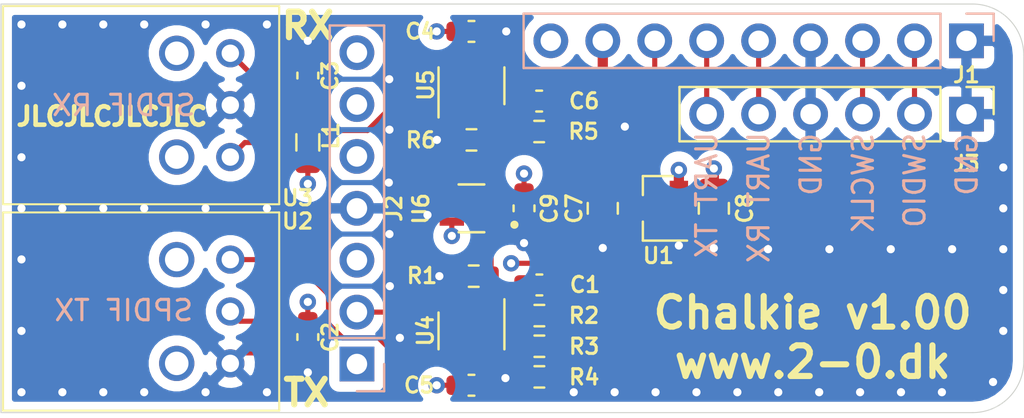
<source format=kicad_pcb>
(kicad_pcb (version 20171130) (host pcbnew 5.1.10-88a1d61d58~90~ubuntu20.04.1)

  (general
    (thickness 1.6)
    (drawings 18)
    (tracks 190)
    (zones 0)
    (modules 25)
    (nets 20)
  )

  (page A4)
  (title_block
    (title Chalkie)
    (date 2021-07-31)
    (rev v1.00)
    (company www.2-0.dk)
  )

  (layers
    (0 F.Cu signal)
    (1 In1.Cu signal)
    (2 In2.Cu signal)
    (31 B.Cu signal)
    (32 B.Adhes user)
    (33 F.Adhes user)
    (34 B.Paste user)
    (35 F.Paste user)
    (36 B.SilkS user)
    (37 F.SilkS user)
    (38 B.Mask user)
    (39 F.Mask user)
    (40 Dwgs.User user)
    (41 Cmts.User user)
    (42 Eco1.User user)
    (43 Eco2.User user)
    (44 Edge.Cuts user)
    (45 Margin user)
    (46 B.CrtYd user)
    (47 F.CrtYd user)
    (48 B.Fab user hide)
    (49 F.Fab user hide)
  )

  (setup
    (last_trace_width 0.25)
    (trace_clearance 0.2)
    (zone_clearance 0.508)
    (zone_45_only no)
    (trace_min 0.2)
    (via_size 0.8)
    (via_drill 0.4)
    (via_min_size 0.4)
    (via_min_drill 0.3)
    (uvia_size 0.3)
    (uvia_drill 0.1)
    (uvias_allowed no)
    (uvia_min_size 0.2)
    (uvia_min_drill 0.1)
    (edge_width 0.05)
    (segment_width 0.2)
    (pcb_text_width 0.3)
    (pcb_text_size 1.5 1.5)
    (mod_edge_width 0.12)
    (mod_text_size 1 1)
    (mod_text_width 0.15)
    (pad_size 1.524 1.524)
    (pad_drill 0.762)
    (pad_to_mask_clearance 0)
    (aux_axis_origin 0 0)
    (visible_elements FFFFFF7F)
    (pcbplotparams
      (layerselection 0x010fc_ffffffff)
      (usegerberextensions false)
      (usegerberattributes true)
      (usegerberadvancedattributes true)
      (creategerberjobfile true)
      (excludeedgelayer true)
      (linewidth 0.100000)
      (plotframeref false)
      (viasonmask false)
      (mode 1)
      (useauxorigin false)
      (hpglpennumber 1)
      (hpglpenspeed 20)
      (hpglpendiameter 15.000000)
      (psnegative false)
      (psa4output false)
      (plotreference true)
      (plotvalue true)
      (plotinvisibletext false)
      (padsonsilk false)
      (subtractmaskfromsilk false)
      (outputformat 1)
      (mirror false)
      (drillshape 0)
      (scaleselection 1)
      (outputdirectory "plots"))
  )

  (net 0 "")
  (net 1 "Net-(C1-Pad2)")
  (net 2 "Net-(C1-Pad1)")
  (net 3 GND)
  (net 4 +3V3)
  (net 5 "Net-(C3-Pad2)")
  (net 6 "Net-(C6-Pad1)")
  (net 7 "Net-(C6-Pad2)")
  (net 8 +5V)
  (net 9 swdio)
  (net 10 swclk)
  (net 11 uart_rx)
  (net 12 uart_tx)
  (net 13 rxtx_en)
  (net 14 hdmi_utility)
  (net 15 "Net-(R2-Pad2)")
  (net 16 "Net-(R3-Pad2)")
  (net 17 "Net-(R5-Pad1)")
  (net 18 "Net-(U3-Pad3)")
  (net 19 "Net-(U2-Pad1)")

  (net_class Default "This is the default net class."
    (clearance 0.2)
    (trace_width 0.25)
    (via_dia 0.8)
    (via_drill 0.4)
    (uvia_dia 0.3)
    (uvia_drill 0.1)
    (add_net +3V3)
    (add_net +5V)
    (add_net GND)
    (add_net "Net-(C1-Pad1)")
    (add_net "Net-(C1-Pad2)")
    (add_net "Net-(C3-Pad2)")
    (add_net "Net-(C6-Pad1)")
    (add_net "Net-(C6-Pad2)")
    (add_net "Net-(R2-Pad2)")
    (add_net "Net-(R3-Pad2)")
    (add_net "Net-(R5-Pad1)")
    (add_net "Net-(U2-Pad1)")
    (add_net "Net-(U3-Pad3)")
    (add_net hdmi_utility)
    (add_net rxtx_en)
    (add_net swclk)
    (add_net swdio)
    (add_net uart_rx)
    (add_net uart_tx)
  )

  (module chalkie:PLT133T10W (layer F.Cu) (tedit 61062A2B) (tstamp 6105EB4A)
    (at 136.21 105.05 90)
    (descr PLT133/T10W_1)
    (path /60B13393)
    (fp_text reference U2 (at 4.42 3.29) (layer F.SilkS)
      (effects (font (size 0.75 0.75) (thickness 0.15)))
    )
    (fp_text value PLR133-T10W (at 0 0 90) (layer F.SilkS) hide
      (effects (font (size 1.27 1.27) (thickness 0.254)))
    )
    (fp_text user %R (at 0 0 90) (layer F.Fab)
      (effects (font (size 1.27 1.27) (thickness 0.254)))
    )
    (fp_line (start -4.85 -11.11) (end 4.85 -11.11) (layer F.SilkS) (width 0.1))
    (fp_line (start 4.85 -11.11) (end 4.85 2.39) (layer F.SilkS) (width 0.1))
    (fp_line (start 4.85 2.39) (end -4.85 2.39) (layer F.SilkS) (width 0.1))
    (fp_line (start -4.85 2.39) (end -4.85 -11.11) (layer F.SilkS) (width 0.1))
    (fp_line (start -4.95 -11.21) (end 4.95 -11.21) (layer F.CrtYd) (width 0.1))
    (fp_line (start 4.95 -11.21) (end 4.95 2.49) (layer F.CrtYd) (width 0.1))
    (fp_line (start 4.95 2.49) (end -4.95 2.49) (layer F.CrtYd) (width 0.1))
    (fp_line (start -4.95 2.49) (end -4.95 -11.21) (layer F.CrtYd) (width 0.1))
    (pad 5 thru_hole circle (at -2.54 -2.62 90) (size 1.725 1.725) (drill 1.15) (layers *.Cu *.Mask))
    (pad 4 thru_hole circle (at 2.54 -2.62 90) (size 1.725 1.725) (drill 1.15) (layers *.Cu *.Mask))
    (pad 3 thru_hole circle (at -2.54 0 90) (size 1.38125 1.38125) (drill 0.85) (layers *.Cu *.Mask)
      (net 3 GND))
    (pad 2 thru_hole circle (at 0 0 90) (size 1.38125 1.38125) (drill 0.85) (layers *.Cu *.Mask)
      (net 4 +3V3))
    (pad 1 thru_hole circle (at 2.54 0 90) (size 1.38125 1.38125) (drill 0.85) (layers *.Cu *.Mask)
      (net 19 "Net-(U2-Pad1)"))
    (model ${KIPRJMOD}/packages3d/PLT133_T10W.stp
      (offset (xyz 0 4 0))
      (scale (xyz 1 1 1))
      (rotate (xyz 0 0 0))
    )
  )

  (module chalkie:SOT65P210X110-6N (layer F.Cu) (tedit 61062A86) (tstamp 6105EB65)
    (at 148 100 180)
    (path /610C6C7E)
    (fp_text reference U6 (at 2.47 -0.02 90) (layer F.SilkS)
      (effects (font (size 0.75 0.75) (thickness 0.15)))
    )
    (fp_text value TMUX1247DCKR (at 5.628 2.008) (layer F.Fab)
      (effects (font (size 0.8 0.8) (thickness 0.15)))
    )
    (fp_line (start -0.625 1) (end 0.625 1) (layer F.Fab) (width 0.127))
    (fp_line (start 0.625 1) (end 0.625 -1) (layer F.Fab) (width 0.127))
    (fp_line (start 0.625 -1) (end -0.625 -1) (layer F.Fab) (width 0.127))
    (fp_line (start -0.625 -1) (end -0.625 1) (layer F.Fab) (width 0.127))
    (fp_line (start -0.625 -1.17) (end 0.625 -1.17) (layer F.SilkS) (width 0.127))
    (fp_line (start -0.625 1.17) (end 0.625 1.17) (layer F.SilkS) (width 0.127))
    (fp_line (start -1.805 1.25) (end 1.805 1.25) (layer F.CrtYd) (width 0.05))
    (fp_line (start 1.805 1.25) (end 1.805 -1.25) (layer F.CrtYd) (width 0.05))
    (fp_line (start 1.805 -1.25) (end -1.805 -1.25) (layer F.CrtYd) (width 0.05))
    (fp_line (start -1.805 -1.25) (end -1.805 1.25) (layer F.CrtYd) (width 0.05))
    (fp_circle (center -2.1 -0.802) (end -2 -0.802) (layer F.SilkS) (width 0.2))
    (fp_circle (center -2.1 -0.802) (end -2 -0.802) (layer F.Fab) (width 0.2))
    (pad 1 smd rect (at -0.96 -0.65 180) (size 1.19 0.4) (layers F.Cu F.Paste F.Mask)
      (net 2 "Net-(C1-Pad1)"))
    (pad 2 smd rect (at -0.96 0 180) (size 1.19 0.4) (layers F.Cu F.Paste F.Mask)
      (net 4 +3V3))
    (pad 3 smd rect (at -0.96 0.65 180) (size 1.19 0.4) (layers F.Cu F.Paste F.Mask)
      (net 17 "Net-(R5-Pad1)"))
    (pad 4 smd rect (at 0.96 0.65 180) (size 1.19 0.4) (layers F.Cu F.Paste F.Mask)
      (net 14 hdmi_utility))
    (pad 5 smd rect (at 0.96 0 180) (size 1.19 0.4) (layers F.Cu F.Paste F.Mask)
      (net 3 GND))
    (pad 6 smd rect (at 0.96 -0.65 180) (size 1.19 0.4) (layers F.Cu F.Paste F.Mask)
      (net 13 rxtx_en))
    (model ${KIPRJMOD}/packages3d/TMUX1247DCKR.step
      (at (xyz 0 0 0))
      (scale (xyz 1 1 1))
      (rotate (xyz -90 0 90))
    )
  )

  (module chalkie:PLR135T10 (layer F.Cu) (tedit 61062A00) (tstamp 6105EB64)
    (at 136.21 94.95 90)
    (descr PLR135/T10)
    (path /60B13EF5)
    (fp_text reference U3 (at -4.54 3.29) (layer F.SilkS)
      (effects (font (size 0.75 0.75) (thickness 0.15)))
    )
    (fp_text value PLR135-T10 (at -2.54 -4.185 90) (layer F.SilkS) hide
      (effects (font (size 1.27 1.27) (thickness 0.254)))
    )
    (fp_text user %R (at -2.54 -4.185 90) (layer F.Fab)
      (effects (font (size 1.27 1.27) (thickness 0.254)))
    )
    (fp_line (start -4.85 -11.11) (end 4.85 -11.11) (layer F.SilkS) (width 0.1))
    (fp_line (start 4.85 -11.11) (end 4.85 2.39) (layer F.SilkS) (width 0.1))
    (fp_line (start 4.85 2.39) (end -4.85 2.39) (layer F.SilkS) (width 0.1))
    (fp_line (start -4.85 2.39) (end -4.85 -11.11) (layer F.SilkS) (width 0.1))
    (fp_line (start -4.95 -11.21) (end 4.95 -11.21) (layer F.CrtYd) (width 0.1))
    (fp_line (start 4.95 -11.21) (end 4.95 2.49) (layer F.CrtYd) (width 0.1))
    (fp_line (start 4.95 2.49) (end -4.95 2.49) (layer F.CrtYd) (width 0.1))
    (fp_line (start -4.95 2.49) (end -4.95 -11.21) (layer F.CrtYd) (width 0.1))
    (pad 5 thru_hole circle (at -2.54 -2.62 90) (size 1.725 1.725) (drill 1.15) (layers *.Cu *.Mask))
    (pad 4 thru_hole circle (at 2.54 -2.62 90) (size 1.725 1.725) (drill 1.15) (layers *.Cu *.Mask))
    (pad 3 thru_hole circle (at -2.54 0 90) (size 1.381 1.381) (drill 0.85) (layers *.Cu *.Mask)
      (net 18 "Net-(U3-Pad3)"))
    (pad 2 thru_hole circle (at 0 0 90) (size 1.381 1.381) (drill 0.85) (layers *.Cu *.Mask)
      (net 3 GND))
    (pad 1 thru_hole circle (at 2.54 0 90) (size 1.381 1.381) (drill 0.85) (layers *.Cu *.Mask)
      (net 5 "Net-(C3-Pad2)"))
    (model ${KIPRJMOD}/packages3d/PLR135_T10.stp
      (offset (xyz 2.5 0 0))
      (scale (xyz 1 1 1))
      (rotate (xyz 0 0 0))
    )
  )

  (module Capacitor_SMD:C_0603_1608Metric (layer F.Cu) (tedit 5F68FEEE) (tstamp 6106040E)
    (at 151.32 103.75)
    (descr "Capacitor SMD 0603 (1608 Metric), square (rectangular) end terminal, IPC_7351 nominal, (Body size source: IPC-SM-782 page 76, https://www.pcb-3d.com/wordpress/wp-content/uploads/ipc-sm-782a_amendment_1_and_2.pdf), generated with kicad-footprint-generator")
    (tags capacitor)
    (path /60B70012)
    (attr smd)
    (fp_text reference C1 (at 2.23 -0.01) (layer F.SilkS)
      (effects (font (size 0.75 0.75) (thickness 0.15)))
    )
    (fp_text value 10n (at 0 1.43) (layer F.Fab)
      (effects (font (size 1 1) (thickness 0.15)))
    )
    (fp_line (start 1.48 0.73) (end -1.48 0.73) (layer F.CrtYd) (width 0.05))
    (fp_line (start 1.48 -0.73) (end 1.48 0.73) (layer F.CrtYd) (width 0.05))
    (fp_line (start -1.48 -0.73) (end 1.48 -0.73) (layer F.CrtYd) (width 0.05))
    (fp_line (start -1.48 0.73) (end -1.48 -0.73) (layer F.CrtYd) (width 0.05))
    (fp_line (start -0.14058 0.51) (end 0.14058 0.51) (layer F.SilkS) (width 0.12))
    (fp_line (start -0.14058 -0.51) (end 0.14058 -0.51) (layer F.SilkS) (width 0.12))
    (fp_line (start 0.8 0.4) (end -0.8 0.4) (layer F.Fab) (width 0.1))
    (fp_line (start 0.8 -0.4) (end 0.8 0.4) (layer F.Fab) (width 0.1))
    (fp_line (start -0.8 -0.4) (end 0.8 -0.4) (layer F.Fab) (width 0.1))
    (fp_line (start -0.8 0.4) (end -0.8 -0.4) (layer F.Fab) (width 0.1))
    (fp_text user %R (at 0 0) (layer F.Fab)
      (effects (font (size 0.4 0.4) (thickness 0.06)))
    )
    (pad 2 smd roundrect (at 0.775 0) (size 0.9 0.95) (layers F.Cu F.Paste F.Mask) (roundrect_rratio 0.25)
      (net 1 "Net-(C1-Pad2)"))
    (pad 1 smd roundrect (at -0.775 0) (size 0.9 0.95) (layers F.Cu F.Paste F.Mask) (roundrect_rratio 0.25)
      (net 2 "Net-(C1-Pad1)"))
    (model ${KISYS3DMOD}/Capacitor_SMD.3dshapes/C_0603_1608Metric.wrl
      (at (xyz 0 0 0))
      (scale (xyz 1 1 1))
      (rotate (xyz 0 0 0))
    )
  )

  (module Capacitor_SMD:C_0603_1608Metric (layer F.Cu) (tedit 5F68FEEE) (tstamp 61058D75)
    (at 140 106.3 90)
    (descr "Capacitor SMD 0603 (1608 Metric), square (rectangular) end terminal, IPC_7351 nominal, (Body size source: IPC-SM-782 page 76, https://www.pcb-3d.com/wordpress/wp-content/uploads/ipc-sm-782a_amendment_1_and_2.pdf), generated with kicad-footprint-generator")
    (tags capacitor)
    (path /60B23EDC)
    (attr smd)
    (fp_text reference C2 (at -0.01 1.09 90) (layer F.SilkS)
      (effects (font (size 0.75 0.75) (thickness 0.15)))
    )
    (fp_text value 100n (at 0 1.43 90) (layer F.Fab)
      (effects (font (size 1 1) (thickness 0.15)))
    )
    (fp_line (start -0.8 0.4) (end -0.8 -0.4) (layer F.Fab) (width 0.1))
    (fp_line (start -0.8 -0.4) (end 0.8 -0.4) (layer F.Fab) (width 0.1))
    (fp_line (start 0.8 -0.4) (end 0.8 0.4) (layer F.Fab) (width 0.1))
    (fp_line (start 0.8 0.4) (end -0.8 0.4) (layer F.Fab) (width 0.1))
    (fp_line (start -0.14058 -0.51) (end 0.14058 -0.51) (layer F.SilkS) (width 0.12))
    (fp_line (start -0.14058 0.51) (end 0.14058 0.51) (layer F.SilkS) (width 0.12))
    (fp_line (start -1.48 0.73) (end -1.48 -0.73) (layer F.CrtYd) (width 0.05))
    (fp_line (start -1.48 -0.73) (end 1.48 -0.73) (layer F.CrtYd) (width 0.05))
    (fp_line (start 1.48 -0.73) (end 1.48 0.73) (layer F.CrtYd) (width 0.05))
    (fp_line (start 1.48 0.73) (end -1.48 0.73) (layer F.CrtYd) (width 0.05))
    (fp_text user %R (at 0 0 90) (layer F.Fab)
      (effects (font (size 0.4 0.4) (thickness 0.06)))
    )
    (pad 1 smd roundrect (at -0.775 0 90) (size 0.9 0.95) (layers F.Cu F.Paste F.Mask) (roundrect_rratio 0.25)
      (net 3 GND))
    (pad 2 smd roundrect (at 0.775 0 90) (size 0.9 0.95) (layers F.Cu F.Paste F.Mask) (roundrect_rratio 0.25)
      (net 4 +3V3))
    (model ${KISYS3DMOD}/Capacitor_SMD.3dshapes/C_0603_1608Metric.wrl
      (at (xyz 0 0 0))
      (scale (xyz 1 1 1))
      (rotate (xyz 0 0 0))
    )
  )

  (module Capacitor_SMD:C_0603_1608Metric (layer F.Cu) (tedit 5F68FEEE) (tstamp 61058D86)
    (at 140 93.5 270)
    (descr "Capacitor SMD 0603 (1608 Metric), square (rectangular) end terminal, IPC_7351 nominal, (Body size source: IPC-SM-782 page 76, https://www.pcb-3d.com/wordpress/wp-content/uploads/ipc-sm-782a_amendment_1_and_2.pdf), generated with kicad-footprint-generator")
    (tags capacitor)
    (path /60B2C2E5)
    (attr smd)
    (fp_text reference C3 (at 0.01 -1.09 90) (layer F.SilkS)
      (effects (font (size 0.75 0.75) (thickness 0.15)))
    )
    (fp_text value 100n (at 0 1.43 90) (layer F.Fab)
      (effects (font (size 1 1) (thickness 0.15)))
    )
    (fp_line (start 1.48 0.73) (end -1.48 0.73) (layer F.CrtYd) (width 0.05))
    (fp_line (start 1.48 -0.73) (end 1.48 0.73) (layer F.CrtYd) (width 0.05))
    (fp_line (start -1.48 -0.73) (end 1.48 -0.73) (layer F.CrtYd) (width 0.05))
    (fp_line (start -1.48 0.73) (end -1.48 -0.73) (layer F.CrtYd) (width 0.05))
    (fp_line (start -0.14058 0.51) (end 0.14058 0.51) (layer F.SilkS) (width 0.12))
    (fp_line (start -0.14058 -0.51) (end 0.14058 -0.51) (layer F.SilkS) (width 0.12))
    (fp_line (start 0.8 0.4) (end -0.8 0.4) (layer F.Fab) (width 0.1))
    (fp_line (start 0.8 -0.4) (end 0.8 0.4) (layer F.Fab) (width 0.1))
    (fp_line (start -0.8 -0.4) (end 0.8 -0.4) (layer F.Fab) (width 0.1))
    (fp_line (start -0.8 0.4) (end -0.8 -0.4) (layer F.Fab) (width 0.1))
    (fp_text user %R (at 0 0 90) (layer F.Fab)
      (effects (font (size 0.4 0.4) (thickness 0.06)))
    )
    (pad 2 smd roundrect (at 0.775 0 270) (size 0.9 0.95) (layers F.Cu F.Paste F.Mask) (roundrect_rratio 0.25)
      (net 5 "Net-(C3-Pad2)"))
    (pad 1 smd roundrect (at -0.775 0 270) (size 0.9 0.95) (layers F.Cu F.Paste F.Mask) (roundrect_rratio 0.25)
      (net 3 GND))
    (model ${KISYS3DMOD}/Capacitor_SMD.3dshapes/C_0603_1608Metric.wrl
      (at (xyz 0 0 0))
      (scale (xyz 1 1 1))
      (rotate (xyz 0 0 0))
    )
  )

  (module Capacitor_SMD:C_0603_1608Metric (layer F.Cu) (tedit 5F68FEEE) (tstamp 61058D97)
    (at 148 91.34 180)
    (descr "Capacitor SMD 0603 (1608 Metric), square (rectangular) end terminal, IPC_7351 nominal, (Body size source: IPC-SM-782 page 76, https://www.pcb-3d.com/wordpress/wp-content/uploads/ipc-sm-782a_amendment_1_and_2.pdf), generated with kicad-footprint-generator")
    (tags capacitor)
    (path /60BD3F03)
    (attr smd)
    (fp_text reference C4 (at 2.5 0) (layer F.SilkS)
      (effects (font (size 0.75 0.75) (thickness 0.15)))
    )
    (fp_text value 100n (at 0 1.43) (layer F.Fab)
      (effects (font (size 1 1) (thickness 0.15)))
    )
    (fp_line (start 1.48 0.73) (end -1.48 0.73) (layer F.CrtYd) (width 0.05))
    (fp_line (start 1.48 -0.73) (end 1.48 0.73) (layer F.CrtYd) (width 0.05))
    (fp_line (start -1.48 -0.73) (end 1.48 -0.73) (layer F.CrtYd) (width 0.05))
    (fp_line (start -1.48 0.73) (end -1.48 -0.73) (layer F.CrtYd) (width 0.05))
    (fp_line (start -0.14058 0.51) (end 0.14058 0.51) (layer F.SilkS) (width 0.12))
    (fp_line (start -0.14058 -0.51) (end 0.14058 -0.51) (layer F.SilkS) (width 0.12))
    (fp_line (start 0.8 0.4) (end -0.8 0.4) (layer F.Fab) (width 0.1))
    (fp_line (start 0.8 -0.4) (end 0.8 0.4) (layer F.Fab) (width 0.1))
    (fp_line (start -0.8 -0.4) (end 0.8 -0.4) (layer F.Fab) (width 0.1))
    (fp_line (start -0.8 0.4) (end -0.8 -0.4) (layer F.Fab) (width 0.1))
    (fp_text user %R (at 0 0) (layer F.Fab)
      (effects (font (size 0.4 0.4) (thickness 0.06)))
    )
    (pad 2 smd roundrect (at 0.775 0 180) (size 0.9 0.95) (layers F.Cu F.Paste F.Mask) (roundrect_rratio 0.25)
      (net 4 +3V3))
    (pad 1 smd roundrect (at -0.775 0 180) (size 0.9 0.95) (layers F.Cu F.Paste F.Mask) (roundrect_rratio 0.25)
      (net 3 GND))
    (model ${KISYS3DMOD}/Capacitor_SMD.3dshapes/C_0603_1608Metric.wrl
      (at (xyz 0 0 0))
      (scale (xyz 1 1 1))
      (rotate (xyz 0 0 0))
    )
  )

  (module Capacitor_SMD:C_0603_1608Metric (layer F.Cu) (tedit 5F68FEEE) (tstamp 61060444)
    (at 148 108.66 180)
    (descr "Capacitor SMD 0603 (1608 Metric), square (rectangular) end terminal, IPC_7351 nominal, (Body size source: IPC-SM-782 page 76, https://www.pcb-3d.com/wordpress/wp-content/uploads/ipc-sm-782a_amendment_1_and_2.pdf), generated with kicad-footprint-generator")
    (tags capacitor)
    (path /60B7F0BE)
    (attr smd)
    (fp_text reference C5 (at 2.56 0) (layer F.SilkS)
      (effects (font (size 0.75 0.75) (thickness 0.15)))
    )
    (fp_text value 100n (at 0 1.43) (layer F.Fab)
      (effects (font (size 1 1) (thickness 0.15)))
    )
    (fp_line (start -0.8 0.4) (end -0.8 -0.4) (layer F.Fab) (width 0.1))
    (fp_line (start -0.8 -0.4) (end 0.8 -0.4) (layer F.Fab) (width 0.1))
    (fp_line (start 0.8 -0.4) (end 0.8 0.4) (layer F.Fab) (width 0.1))
    (fp_line (start 0.8 0.4) (end -0.8 0.4) (layer F.Fab) (width 0.1))
    (fp_line (start -0.14058 -0.51) (end 0.14058 -0.51) (layer F.SilkS) (width 0.12))
    (fp_line (start -0.14058 0.51) (end 0.14058 0.51) (layer F.SilkS) (width 0.12))
    (fp_line (start -1.48 0.73) (end -1.48 -0.73) (layer F.CrtYd) (width 0.05))
    (fp_line (start -1.48 -0.73) (end 1.48 -0.73) (layer F.CrtYd) (width 0.05))
    (fp_line (start 1.48 -0.73) (end 1.48 0.73) (layer F.CrtYd) (width 0.05))
    (fp_line (start 1.48 0.73) (end -1.48 0.73) (layer F.CrtYd) (width 0.05))
    (fp_text user %R (at 0 0) (layer F.Fab)
      (effects (font (size 0.4 0.4) (thickness 0.06)))
    )
    (pad 1 smd roundrect (at -0.775 0 180) (size 0.9 0.95) (layers F.Cu F.Paste F.Mask) (roundrect_rratio 0.25)
      (net 3 GND))
    (pad 2 smd roundrect (at 0.775 0 180) (size 0.9 0.95) (layers F.Cu F.Paste F.Mask) (roundrect_rratio 0.25)
      (net 4 +3V3))
    (model ${KISYS3DMOD}/Capacitor_SMD.3dshapes/C_0603_1608Metric.wrl
      (at (xyz 0 0 0))
      (scale (xyz 1 1 1))
      (rotate (xyz 0 0 0))
    )
  )

  (module Capacitor_SMD:C_0603_1608Metric (layer F.Cu) (tedit 5F68FEEE) (tstamp 61058DB9)
    (at 151.31 94.75 180)
    (descr "Capacitor SMD 0603 (1608 Metric), square (rectangular) end terminal, IPC_7351 nominal, (Body size source: IPC-SM-782 page 76, https://www.pcb-3d.com/wordpress/wp-content/uploads/ipc-sm-782a_amendment_1_and_2.pdf), generated with kicad-footprint-generator")
    (tags capacitor)
    (path /60BCB099)
    (attr smd)
    (fp_text reference C6 (at -2.2 0) (layer F.SilkS)
      (effects (font (size 0.75 0.75) (thickness 0.15)))
    )
    (fp_text value 150n (at 0 1.43) (layer F.Fab)
      (effects (font (size 1 1) (thickness 0.15)))
    )
    (fp_line (start -0.8 0.4) (end -0.8 -0.4) (layer F.Fab) (width 0.1))
    (fp_line (start -0.8 -0.4) (end 0.8 -0.4) (layer F.Fab) (width 0.1))
    (fp_line (start 0.8 -0.4) (end 0.8 0.4) (layer F.Fab) (width 0.1))
    (fp_line (start 0.8 0.4) (end -0.8 0.4) (layer F.Fab) (width 0.1))
    (fp_line (start -0.14058 -0.51) (end 0.14058 -0.51) (layer F.SilkS) (width 0.12))
    (fp_line (start -0.14058 0.51) (end 0.14058 0.51) (layer F.SilkS) (width 0.12))
    (fp_line (start -1.48 0.73) (end -1.48 -0.73) (layer F.CrtYd) (width 0.05))
    (fp_line (start -1.48 -0.73) (end 1.48 -0.73) (layer F.CrtYd) (width 0.05))
    (fp_line (start 1.48 -0.73) (end 1.48 0.73) (layer F.CrtYd) (width 0.05))
    (fp_line (start 1.48 0.73) (end -1.48 0.73) (layer F.CrtYd) (width 0.05))
    (fp_text user %R (at 0 0) (layer F.Fab)
      (effects (font (size 0.4 0.4) (thickness 0.06)))
    )
    (pad 1 smd roundrect (at -0.775 0 180) (size 0.9 0.95) (layers F.Cu F.Paste F.Mask) (roundrect_rratio 0.25)
      (net 6 "Net-(C6-Pad1)"))
    (pad 2 smd roundrect (at 0.775 0 180) (size 0.9 0.95) (layers F.Cu F.Paste F.Mask) (roundrect_rratio 0.25)
      (net 7 "Net-(C6-Pad2)"))
    (model ${KISYS3DMOD}/Capacitor_SMD.3dshapes/C_0603_1608Metric.wrl
      (at (xyz 0 0 0))
      (scale (xyz 1 1 1))
      (rotate (xyz 0 0 0))
    )
  )

  (module Capacitor_SMD:C_0805_2012Metric (layer F.Cu) (tedit 5F68FEEE) (tstamp 61058DCA)
    (at 154.42 100 90)
    (descr "Capacitor SMD 0805 (2012 Metric), square (rectangular) end terminal, IPC_7351 nominal, (Body size source: IPC-SM-782 page 76, https://www.pcb-3d.com/wordpress/wp-content/uploads/ipc-sm-782a_amendment_1_and_2.pdf, https://docs.google.com/spreadsheets/d/1BsfQQcO9C6DZCsRaXUlFlo91Tg2WpOkGARC1WS5S8t0/edit?usp=sharing), generated with kicad-footprint-generator")
    (tags capacitor)
    (path /6108868F)
    (attr smd)
    (fp_text reference C7 (at -0.01 -1.4 90) (layer F.SilkS)
      (effects (font (size 0.75 0.75) (thickness 0.15)))
    )
    (fp_text value 1u (at 0 1.68 90) (layer F.Fab)
      (effects (font (size 1 1) (thickness 0.15)))
    )
    (fp_line (start -1 0.625) (end -1 -0.625) (layer F.Fab) (width 0.1))
    (fp_line (start -1 -0.625) (end 1 -0.625) (layer F.Fab) (width 0.1))
    (fp_line (start 1 -0.625) (end 1 0.625) (layer F.Fab) (width 0.1))
    (fp_line (start 1 0.625) (end -1 0.625) (layer F.Fab) (width 0.1))
    (fp_line (start -0.261252 -0.735) (end 0.261252 -0.735) (layer F.SilkS) (width 0.12))
    (fp_line (start -0.261252 0.735) (end 0.261252 0.735) (layer F.SilkS) (width 0.12))
    (fp_line (start -1.7 0.98) (end -1.7 -0.98) (layer F.CrtYd) (width 0.05))
    (fp_line (start -1.7 -0.98) (end 1.7 -0.98) (layer F.CrtYd) (width 0.05))
    (fp_line (start 1.7 -0.98) (end 1.7 0.98) (layer F.CrtYd) (width 0.05))
    (fp_line (start 1.7 0.98) (end -1.7 0.98) (layer F.CrtYd) (width 0.05))
    (fp_text user %R (at 0 0 90) (layer F.Fab)
      (effects (font (size 0.5 0.5) (thickness 0.08)))
    )
    (pad 1 smd roundrect (at -0.95 0 90) (size 1 1.45) (layers F.Cu F.Paste F.Mask) (roundrect_rratio 0.25)
      (net 3 GND))
    (pad 2 smd roundrect (at 0.95 0 90) (size 1 1.45) (layers F.Cu F.Paste F.Mask) (roundrect_rratio 0.25)
      (net 8 +5V))
    (model ${KISYS3DMOD}/Capacitor_SMD.3dshapes/C_0805_2012Metric.wrl
      (at (xyz 0 0 0))
      (scale (xyz 1 1 1))
      (rotate (xyz 0 0 0))
    )
  )

  (module Capacitor_SMD:C_0805_2012Metric (layer F.Cu) (tedit 5F68FEEE) (tstamp 61058DDB)
    (at 159.85 100 90)
    (descr "Capacitor SMD 0805 (2012 Metric), square (rectangular) end terminal, IPC_7351 nominal, (Body size source: IPC-SM-782 page 76, https://www.pcb-3d.com/wordpress/wp-content/uploads/ipc-sm-782a_amendment_1_and_2.pdf, https://docs.google.com/spreadsheets/d/1BsfQQcO9C6DZCsRaXUlFlo91Tg2WpOkGARC1WS5S8t0/edit?usp=sharing), generated with kicad-footprint-generator")
    (tags capacitor)
    (path /61087651)
    (attr smd)
    (fp_text reference C8 (at 0 1.51 90) (layer F.SilkS)
      (effects (font (size 0.75 0.75) (thickness 0.15)))
    )
    (fp_text value 10u (at 0 1.68 90) (layer F.Fab)
      (effects (font (size 1 1) (thickness 0.15)))
    )
    (fp_line (start 1.7 0.98) (end -1.7 0.98) (layer F.CrtYd) (width 0.05))
    (fp_line (start 1.7 -0.98) (end 1.7 0.98) (layer F.CrtYd) (width 0.05))
    (fp_line (start -1.7 -0.98) (end 1.7 -0.98) (layer F.CrtYd) (width 0.05))
    (fp_line (start -1.7 0.98) (end -1.7 -0.98) (layer F.CrtYd) (width 0.05))
    (fp_line (start -0.261252 0.735) (end 0.261252 0.735) (layer F.SilkS) (width 0.12))
    (fp_line (start -0.261252 -0.735) (end 0.261252 -0.735) (layer F.SilkS) (width 0.12))
    (fp_line (start 1 0.625) (end -1 0.625) (layer F.Fab) (width 0.1))
    (fp_line (start 1 -0.625) (end 1 0.625) (layer F.Fab) (width 0.1))
    (fp_line (start -1 -0.625) (end 1 -0.625) (layer F.Fab) (width 0.1))
    (fp_line (start -1 0.625) (end -1 -0.625) (layer F.Fab) (width 0.1))
    (fp_text user %R (at 0 0 90) (layer F.Fab)
      (effects (font (size 0.5 0.5) (thickness 0.08)))
    )
    (pad 2 smd roundrect (at 0.95 0 90) (size 1 1.45) (layers F.Cu F.Paste F.Mask) (roundrect_rratio 0.25)
      (net 4 +3V3))
    (pad 1 smd roundrect (at -0.95 0 90) (size 1 1.45) (layers F.Cu F.Paste F.Mask) (roundrect_rratio 0.25)
      (net 3 GND))
    (model ${KISYS3DMOD}/Capacitor_SMD.3dshapes/C_0805_2012Metric.wrl
      (at (xyz 0 0 0))
      (scale (xyz 1 1 1))
      (rotate (xyz 0 0 0))
    )
  )

  (module Capacitor_SMD:C_0603_1608Metric (layer F.Cu) (tedit 5F68FEEE) (tstamp 61058DEC)
    (at 150.57 100 90)
    (descr "Capacitor SMD 0603 (1608 Metric), square (rectangular) end terminal, IPC_7351 nominal, (Body size source: IPC-SM-782 page 76, https://www.pcb-3d.com/wordpress/wp-content/uploads/ipc-sm-782a_amendment_1_and_2.pdf), generated with kicad-footprint-generator")
    (tags capacitor)
    (path /61058E9C)
    (attr smd)
    (fp_text reference C9 (at -0.01 1.24 90) (layer F.SilkS)
      (effects (font (size 0.75 0.75) (thickness 0.15)))
    )
    (fp_text value 100n (at 0 1.43 90) (layer F.Fab)
      (effects (font (size 1 1) (thickness 0.15)))
    )
    (fp_line (start -0.8 0.4) (end -0.8 -0.4) (layer F.Fab) (width 0.1))
    (fp_line (start -0.8 -0.4) (end 0.8 -0.4) (layer F.Fab) (width 0.1))
    (fp_line (start 0.8 -0.4) (end 0.8 0.4) (layer F.Fab) (width 0.1))
    (fp_line (start 0.8 0.4) (end -0.8 0.4) (layer F.Fab) (width 0.1))
    (fp_line (start -0.14058 -0.51) (end 0.14058 -0.51) (layer F.SilkS) (width 0.12))
    (fp_line (start -0.14058 0.51) (end 0.14058 0.51) (layer F.SilkS) (width 0.12))
    (fp_line (start -1.48 0.73) (end -1.48 -0.73) (layer F.CrtYd) (width 0.05))
    (fp_line (start -1.48 -0.73) (end 1.48 -0.73) (layer F.CrtYd) (width 0.05))
    (fp_line (start 1.48 -0.73) (end 1.48 0.73) (layer F.CrtYd) (width 0.05))
    (fp_line (start 1.48 0.73) (end -1.48 0.73) (layer F.CrtYd) (width 0.05))
    (fp_text user %R (at 0 0 90) (layer F.Fab)
      (effects (font (size 0.4 0.4) (thickness 0.06)))
    )
    (pad 1 smd roundrect (at -0.775 0 90) (size 0.9 0.95) (layers F.Cu F.Paste F.Mask) (roundrect_rratio 0.25)
      (net 3 GND))
    (pad 2 smd roundrect (at 0.775 0 90) (size 0.9 0.95) (layers F.Cu F.Paste F.Mask) (roundrect_rratio 0.25)
      (net 4 +3V3))
    (model ${KISYS3DMOD}/Capacitor_SMD.3dshapes/C_0603_1608Metric.wrl
      (at (xyz 0 0 0))
      (scale (xyz 1 1 1))
      (rotate (xyz 0 0 0))
    )
  )

  (module Connector_PinSocket_2.54mm:PinSocket_1x09_P2.54mm_Vertical (layer B.Cu) (tedit 5A19A431) (tstamp 61058E09)
    (at 172.2 91.8 90)
    (descr "Through hole straight socket strip, 1x09, 2.54mm pitch, single row (from Kicad 4.0.7), script generated")
    (tags "Through hole socket strip THT 1x09 2.54mm single row")
    (path /61066F3E)
    (fp_text reference J1 (at -1.67 0) (layer F.SilkS)
      (effects (font (size 0.75 0.75) (thickness 0.15)))
    )
    (fp_text value Expansion (at 0 -23.09 270) (layer B.Fab)
      (effects (font (size 1 1) (thickness 0.15)) (justify mirror))
    )
    (fp_line (start -1.8 -22.1) (end -1.8 1.8) (layer B.CrtYd) (width 0.05))
    (fp_line (start 1.75 -22.1) (end -1.8 -22.1) (layer B.CrtYd) (width 0.05))
    (fp_line (start 1.75 1.8) (end 1.75 -22.1) (layer B.CrtYd) (width 0.05))
    (fp_line (start -1.8 1.8) (end 1.75 1.8) (layer B.CrtYd) (width 0.05))
    (fp_line (start 0 1.33) (end 1.33 1.33) (layer B.SilkS) (width 0.12))
    (fp_line (start 1.33 1.33) (end 1.33 0) (layer B.SilkS) (width 0.12))
    (fp_line (start 1.33 -1.27) (end 1.33 -21.65) (layer B.SilkS) (width 0.12))
    (fp_line (start -1.33 -21.65) (end 1.33 -21.65) (layer B.SilkS) (width 0.12))
    (fp_line (start -1.33 -1.27) (end -1.33 -21.65) (layer B.SilkS) (width 0.12))
    (fp_line (start -1.33 -1.27) (end 1.33 -1.27) (layer B.SilkS) (width 0.12))
    (fp_line (start -1.27 -21.59) (end -1.27 1.27) (layer B.Fab) (width 0.1))
    (fp_line (start 1.27 -21.59) (end -1.27 -21.59) (layer B.Fab) (width 0.1))
    (fp_line (start 1.27 0.635) (end 1.27 -21.59) (layer B.Fab) (width 0.1))
    (fp_line (start 0.635 1.27) (end 1.27 0.635) (layer B.Fab) (width 0.1))
    (fp_line (start -1.27 1.27) (end 0.635 1.27) (layer B.Fab) (width 0.1))
    (fp_text user %R (at 0 -10.16) (layer B.Fab)
      (effects (font (size 1 1) (thickness 0.15)) (justify mirror))
    )
    (pad 9 thru_hole oval (at 0 -20.32 90) (size 1.7 1.7) (drill 1) (layers *.Cu *.Mask))
    (pad 8 thru_hole oval (at 0 -17.78 90) (size 1.7 1.7) (drill 1) (layers *.Cu *.Mask)
      (net 8 +5V))
    (pad 7 thru_hole oval (at 0 -15.24 90) (size 1.7 1.7) (drill 1) (layers *.Cu *.Mask)
      (net 13 rxtx_en))
    (pad 6 thru_hole oval (at 0 -12.7 90) (size 1.7 1.7) (drill 1) (layers *.Cu *.Mask)
      (net 12 uart_tx))
    (pad 5 thru_hole oval (at 0 -10.16 90) (size 1.7 1.7) (drill 1) (layers *.Cu *.Mask)
      (net 11 uart_rx))
    (pad 4 thru_hole oval (at 0 -7.62 90) (size 1.7 1.7) (drill 1) (layers *.Cu *.Mask)
      (net 3 GND))
    (pad 3 thru_hole oval (at 0 -5.08 90) (size 1.7 1.7) (drill 1) (layers *.Cu *.Mask)
      (net 10 swclk))
    (pad 2 thru_hole oval (at 0 -2.54 90) (size 1.7 1.7) (drill 1) (layers *.Cu *.Mask)
      (net 9 swdio))
    (pad 1 thru_hole rect (at 0 0 90) (size 1.7 1.7) (drill 1) (layers *.Cu *.Mask)
      (net 3 GND))
    (model ${KISYS3DMOD}/Connector_PinSocket_2.54mm.3dshapes/PinSocket_1x09_P2.54mm_Vertical.wrl
      (at (xyz 0 0 0))
      (scale (xyz 1 1 1))
      (rotate (xyz 0 0 0))
    )
  )

  (module Connector_PinSocket_2.54mm:PinSocket_1x07_P2.54mm_Vertical (layer B.Cu) (tedit 5A19A433) (tstamp 61058E24)
    (at 142.4 107.62)
    (descr "Through hole straight socket strip, 1x07, 2.54mm pitch, single row (from Kicad 4.0.7), script generated")
    (tags "Through hole socket strip THT 1x07 2.54mm single row")
    (path /61069131)
    (fp_text reference J2 (at 1.81 -7.62 90) (layer F.SilkS)
      (effects (font (size 0.75 0.75) (thickness 0.15)))
    )
    (fp_text value "HDMI Expansion" (at 0 -18.01) (layer B.Fab)
      (effects (font (size 1 1) (thickness 0.15)) (justify mirror))
    )
    (fp_line (start -1.27 1.27) (end 0.635 1.27) (layer B.Fab) (width 0.1))
    (fp_line (start 0.635 1.27) (end 1.27 0.635) (layer B.Fab) (width 0.1))
    (fp_line (start 1.27 0.635) (end 1.27 -16.51) (layer B.Fab) (width 0.1))
    (fp_line (start 1.27 -16.51) (end -1.27 -16.51) (layer B.Fab) (width 0.1))
    (fp_line (start -1.27 -16.51) (end -1.27 1.27) (layer B.Fab) (width 0.1))
    (fp_line (start -1.33 -1.27) (end 1.33 -1.27) (layer B.SilkS) (width 0.12))
    (fp_line (start -1.33 -1.27) (end -1.33 -16.57) (layer B.SilkS) (width 0.12))
    (fp_line (start -1.33 -16.57) (end 1.33 -16.57) (layer B.SilkS) (width 0.12))
    (fp_line (start 1.33 -1.27) (end 1.33 -16.57) (layer B.SilkS) (width 0.12))
    (fp_line (start 1.33 1.33) (end 1.33 0) (layer B.SilkS) (width 0.12))
    (fp_line (start 0 1.33) (end 1.33 1.33) (layer B.SilkS) (width 0.12))
    (fp_line (start -1.8 1.8) (end 1.75 1.8) (layer B.CrtYd) (width 0.05))
    (fp_line (start 1.75 1.8) (end 1.75 -17) (layer B.CrtYd) (width 0.05))
    (fp_line (start 1.75 -17) (end -1.8 -17) (layer B.CrtYd) (width 0.05))
    (fp_line (start -1.8 -17) (end -1.8 1.8) (layer B.CrtYd) (width 0.05))
    (fp_text user %R (at 0 -7.62 -90) (layer B.Fab)
      (effects (font (size 1 1) (thickness 0.15)) (justify mirror))
    )
    (pad 1 thru_hole rect (at 0 0) (size 1.7 1.7) (drill 1) (layers *.Cu *.Mask))
    (pad 2 thru_hole oval (at 0 -2.54) (size 1.7 1.7) (drill 1) (layers *.Cu *.Mask)
      (net 14 hdmi_utility))
    (pad 3 thru_hole oval (at 0 -5.08) (size 1.7 1.7) (drill 1) (layers *.Cu *.Mask))
    (pad 4 thru_hole oval (at 0 -7.62) (size 1.7 1.7) (drill 1) (layers *.Cu *.Mask)
      (net 3 GND))
    (pad 5 thru_hole oval (at 0 -10.16) (size 1.7 1.7) (drill 1) (layers *.Cu *.Mask))
    (pad 6 thru_hole oval (at 0 -12.7) (size 1.7 1.7) (drill 1) (layers *.Cu *.Mask))
    (pad 7 thru_hole oval (at 0 -15.24) (size 1.7 1.7) (drill 1) (layers *.Cu *.Mask))
    (model ${KISYS3DMOD}/Connector_PinSocket_2.54mm.3dshapes/PinSocket_1x07_P2.54mm_Vertical.wrl
      (at (xyz 0 0 0))
      (scale (xyz 1 1 1))
      (rotate (xyz 0 0 0))
    )
  )

  (module Connector_PinHeader_2.54mm:PinHeader_1x06_P2.54mm_Vertical (layer F.Cu) (tedit 59FED5CC) (tstamp 61058E3E)
    (at 172.2 95.39 270)
    (descr "Through hole straight pin header, 1x06, 2.54mm pitch, single row")
    (tags "Through hole pin header THT 1x06 2.54mm single row")
    (path /610665EC)
    (fp_text reference J3 (at 2.42 0 180) (layer F.SilkS)
      (effects (font (size 0.75 0.75) (thickness 0.15)))
    )
    (fp_text value Debug (at 0 15.03 90) (layer F.Fab)
      (effects (font (size 1 1) (thickness 0.15)))
    )
    (fp_line (start -0.635 -1.27) (end 1.27 -1.27) (layer F.Fab) (width 0.1))
    (fp_line (start 1.27 -1.27) (end 1.27 13.97) (layer F.Fab) (width 0.1))
    (fp_line (start 1.27 13.97) (end -1.27 13.97) (layer F.Fab) (width 0.1))
    (fp_line (start -1.27 13.97) (end -1.27 -0.635) (layer F.Fab) (width 0.1))
    (fp_line (start -1.27 -0.635) (end -0.635 -1.27) (layer F.Fab) (width 0.1))
    (fp_line (start -1.33 14.03) (end 1.33 14.03) (layer F.SilkS) (width 0.12))
    (fp_line (start -1.33 1.27) (end -1.33 14.03) (layer F.SilkS) (width 0.12))
    (fp_line (start 1.33 1.27) (end 1.33 14.03) (layer F.SilkS) (width 0.12))
    (fp_line (start -1.33 1.27) (end 1.33 1.27) (layer F.SilkS) (width 0.12))
    (fp_line (start -1.33 0) (end -1.33 -1.33) (layer F.SilkS) (width 0.12))
    (fp_line (start -1.33 -1.33) (end 0 -1.33) (layer F.SilkS) (width 0.12))
    (fp_line (start -1.8 -1.8) (end -1.8 14.5) (layer F.CrtYd) (width 0.05))
    (fp_line (start -1.8 14.5) (end 1.8 14.5) (layer F.CrtYd) (width 0.05))
    (fp_line (start 1.8 14.5) (end 1.8 -1.8) (layer F.CrtYd) (width 0.05))
    (fp_line (start 1.8 -1.8) (end -1.8 -1.8) (layer F.CrtYd) (width 0.05))
    (fp_text user %R (at 0 6.35) (layer F.Fab)
      (effects (font (size 1 1) (thickness 0.15)))
    )
    (pad 1 thru_hole rect (at 0 0 270) (size 1.7 1.7) (drill 1) (layers *.Cu *.Mask)
      (net 3 GND))
    (pad 2 thru_hole oval (at 0 2.54 270) (size 1.7 1.7) (drill 1) (layers *.Cu *.Mask)
      (net 9 swdio))
    (pad 3 thru_hole oval (at 0 5.08 270) (size 1.7 1.7) (drill 1) (layers *.Cu *.Mask)
      (net 10 swclk))
    (pad 4 thru_hole oval (at 0 7.62 270) (size 1.7 1.7) (drill 1) (layers *.Cu *.Mask)
      (net 3 GND))
    (pad 5 thru_hole oval (at 0 10.16 270) (size 1.7 1.7) (drill 1) (layers *.Cu *.Mask)
      (net 11 uart_rx))
    (pad 6 thru_hole oval (at 0 12.7 270) (size 1.7 1.7) (drill 1) (layers *.Cu *.Mask)
      (net 12 uart_tx))
    (model ${KISYS3DMOD}/Connector_PinHeader_2.54mm.3dshapes/PinHeader_1x06_P2.54mm_Vertical.wrl
      (at (xyz 0 0 0))
      (scale (xyz 1 1 1))
      (rotate (xyz 0 0 0))
    )
  )

  (module Inductor_SMD:L_0805_2012Metric (layer F.Cu) (tedit 5F68FEF0) (tstamp 61058E4F)
    (at 140 96.77 270)
    (descr "Inductor SMD 0805 (2012 Metric), square (rectangular) end terminal, IPC_7351 nominal, (Body size source: IPC-SM-782 page 80, https://www.pcb-3d.com/wordpress/wp-content/uploads/ipc-sm-782a_amendment_1_and_2.pdf), generated with kicad-footprint-generator")
    (tags inductor)
    (path /60B30143)
    (attr smd)
    (fp_text reference L1 (at -0.32 -1.13 90) (layer F.SilkS)
      (effects (font (size 0.75 0.75) (thickness 0.15)))
    )
    (fp_text value 47u (at 0 1.55 90) (layer F.Fab)
      (effects (font (size 1 1) (thickness 0.15)))
    )
    (fp_line (start -1 0.45) (end -1 -0.45) (layer F.Fab) (width 0.1))
    (fp_line (start -1 -0.45) (end 1 -0.45) (layer F.Fab) (width 0.1))
    (fp_line (start 1 -0.45) (end 1 0.45) (layer F.Fab) (width 0.1))
    (fp_line (start 1 0.45) (end -1 0.45) (layer F.Fab) (width 0.1))
    (fp_line (start -0.399622 -0.56) (end 0.399622 -0.56) (layer F.SilkS) (width 0.12))
    (fp_line (start -0.399622 0.56) (end 0.399622 0.56) (layer F.SilkS) (width 0.12))
    (fp_line (start -1.75 0.85) (end -1.75 -0.85) (layer F.CrtYd) (width 0.05))
    (fp_line (start -1.75 -0.85) (end 1.75 -0.85) (layer F.CrtYd) (width 0.05))
    (fp_line (start 1.75 -0.85) (end 1.75 0.85) (layer F.CrtYd) (width 0.05))
    (fp_line (start 1.75 0.85) (end -1.75 0.85) (layer F.CrtYd) (width 0.05))
    (fp_text user %R (at 0 0 90) (layer F.Fab)
      (effects (font (size 0.5 0.5) (thickness 0.08)))
    )
    (pad 1 smd roundrect (at -1.0625 0 270) (size 0.875 1.2) (layers F.Cu F.Paste F.Mask) (roundrect_rratio 0.25)
      (net 5 "Net-(C3-Pad2)"))
    (pad 2 smd roundrect (at 1.0625 0 270) (size 0.875 1.2) (layers F.Cu F.Paste F.Mask) (roundrect_rratio 0.25)
      (net 4 +3V3))
    (model ${KISYS3DMOD}/Inductor_SMD.3dshapes/L_0805_2012Metric.wrl
      (at (xyz 0 0 0))
      (scale (xyz 1 1 1))
      (rotate (xyz 0 0 0))
    )
  )

  (module Resistor_SMD:R_0603_1608Metric (layer F.Cu) (tedit 5F68FEEE) (tstamp 610603DE)
    (at 148.11 103.32 180)
    (descr "Resistor SMD 0603 (1608 Metric), square (rectangular) end terminal, IPC_7351 nominal, (Body size source: IPC-SM-782 page 72, https://www.pcb-3d.com/wordpress/wp-content/uploads/ipc-sm-782a_amendment_1_and_2.pdf), generated with kicad-footprint-generator")
    (tags resistor)
    (path /60B6EF2B)
    (attr smd)
    (fp_text reference R1 (at 2.53 0.02) (layer F.SilkS)
      (effects (font (size 0.75 0.75) (thickness 0.15)))
    )
    (fp_text value 75 (at 0 1.43) (layer F.Fab)
      (effects (font (size 1 1) (thickness 0.15)))
    )
    (fp_line (start 1.48 0.73) (end -1.48 0.73) (layer F.CrtYd) (width 0.05))
    (fp_line (start 1.48 -0.73) (end 1.48 0.73) (layer F.CrtYd) (width 0.05))
    (fp_line (start -1.48 -0.73) (end 1.48 -0.73) (layer F.CrtYd) (width 0.05))
    (fp_line (start -1.48 0.73) (end -1.48 -0.73) (layer F.CrtYd) (width 0.05))
    (fp_line (start -0.237258 0.5225) (end 0.237258 0.5225) (layer F.SilkS) (width 0.12))
    (fp_line (start -0.237258 -0.5225) (end 0.237258 -0.5225) (layer F.SilkS) (width 0.12))
    (fp_line (start 0.8 0.4125) (end -0.8 0.4125) (layer F.Fab) (width 0.1))
    (fp_line (start 0.8 -0.4125) (end 0.8 0.4125) (layer F.Fab) (width 0.1))
    (fp_line (start -0.8 -0.4125) (end 0.8 -0.4125) (layer F.Fab) (width 0.1))
    (fp_line (start -0.8 0.4125) (end -0.8 -0.4125) (layer F.Fab) (width 0.1))
    (fp_text user %R (at 0 0) (layer F.Fab)
      (effects (font (size 0.4 0.4) (thickness 0.06)))
    )
    (pad 2 smd roundrect (at 0.825 0 180) (size 0.8 0.95) (layers F.Cu F.Paste F.Mask) (roundrect_rratio 0.25)
      (net 3 GND))
    (pad 1 smd roundrect (at -0.825 0 180) (size 0.8 0.95) (layers F.Cu F.Paste F.Mask) (roundrect_rratio 0.25)
      (net 2 "Net-(C1-Pad1)"))
    (model ${KISYS3DMOD}/Resistor_SMD.3dshapes/R_0603_1608Metric.wrl
      (at (xyz 0 0 0))
      (scale (xyz 1 1 1))
      (rotate (xyz 0 0 0))
    )
  )

  (module Resistor_SMD:R_0603_1608Metric (layer F.Cu) (tedit 5F68FEEE) (tstamp 6106033F)
    (at 151.32 105.25 180)
    (descr "Resistor SMD 0603 (1608 Metric), square (rectangular) end terminal, IPC_7351 nominal, (Body size source: IPC-SM-782 page 72, https://www.pcb-3d.com/wordpress/wp-content/uploads/ipc-sm-782a_amendment_1_and_2.pdf), generated with kicad-footprint-generator")
    (tags resistor)
    (path /60B74A7B)
    (attr smd)
    (fp_text reference R2 (at -2.18 0) (layer F.SilkS)
      (effects (font (size 0.75 0.75) (thickness 0.15)))
    )
    (fp_text value 100 (at 0 1.43) (layer F.Fab)
      (effects (font (size 1 1) (thickness 0.15)))
    )
    (fp_line (start 1.48 0.73) (end -1.48 0.73) (layer F.CrtYd) (width 0.05))
    (fp_line (start 1.48 -0.73) (end 1.48 0.73) (layer F.CrtYd) (width 0.05))
    (fp_line (start -1.48 -0.73) (end 1.48 -0.73) (layer F.CrtYd) (width 0.05))
    (fp_line (start -1.48 0.73) (end -1.48 -0.73) (layer F.CrtYd) (width 0.05))
    (fp_line (start -0.237258 0.5225) (end 0.237258 0.5225) (layer F.SilkS) (width 0.12))
    (fp_line (start -0.237258 -0.5225) (end 0.237258 -0.5225) (layer F.SilkS) (width 0.12))
    (fp_line (start 0.8 0.4125) (end -0.8 0.4125) (layer F.Fab) (width 0.1))
    (fp_line (start 0.8 -0.4125) (end 0.8 0.4125) (layer F.Fab) (width 0.1))
    (fp_line (start -0.8 -0.4125) (end 0.8 -0.4125) (layer F.Fab) (width 0.1))
    (fp_line (start -0.8 0.4125) (end -0.8 -0.4125) (layer F.Fab) (width 0.1))
    (fp_text user %R (at 0 0) (layer F.Fab)
      (effects (font (size 0.4 0.4) (thickness 0.06)))
    )
    (pad 2 smd roundrect (at 0.825 0 180) (size 0.8 0.95) (layers F.Cu F.Paste F.Mask) (roundrect_rratio 0.25)
      (net 15 "Net-(R2-Pad2)"))
    (pad 1 smd roundrect (at -0.825 0 180) (size 0.8 0.95) (layers F.Cu F.Paste F.Mask) (roundrect_rratio 0.25)
      (net 1 "Net-(C1-Pad2)"))
    (model ${KISYS3DMOD}/Resistor_SMD.3dshapes/R_0603_1608Metric.wrl
      (at (xyz 0 0 0))
      (scale (xyz 1 1 1))
      (rotate (xyz 0 0 0))
    )
  )

  (module Resistor_SMD:R_0603_1608Metric (layer F.Cu) (tedit 5F68FEEE) (tstamp 6106036F)
    (at 151.32 106.75 180)
    (descr "Resistor SMD 0603 (1608 Metric), square (rectangular) end terminal, IPC_7351 nominal, (Body size source: IPC-SM-782 page 72, https://www.pcb-3d.com/wordpress/wp-content/uploads/ipc-sm-782a_amendment_1_and_2.pdf), generated with kicad-footprint-generator")
    (tags resistor)
    (path /60B7735C)
    (attr smd)
    (fp_text reference R3 (at -2.19 -0.01) (layer F.SilkS)
      (effects (font (size 0.75 0.75) (thickness 0.15)))
    )
    (fp_text value 10k (at 0 1.43) (layer F.Fab)
      (effects (font (size 1 1) (thickness 0.15)))
    )
    (fp_line (start 1.48 0.73) (end -1.48 0.73) (layer F.CrtYd) (width 0.05))
    (fp_line (start 1.48 -0.73) (end 1.48 0.73) (layer F.CrtYd) (width 0.05))
    (fp_line (start -1.48 -0.73) (end 1.48 -0.73) (layer F.CrtYd) (width 0.05))
    (fp_line (start -1.48 0.73) (end -1.48 -0.73) (layer F.CrtYd) (width 0.05))
    (fp_line (start -0.237258 0.5225) (end 0.237258 0.5225) (layer F.SilkS) (width 0.12))
    (fp_line (start -0.237258 -0.5225) (end 0.237258 -0.5225) (layer F.SilkS) (width 0.12))
    (fp_line (start 0.8 0.4125) (end -0.8 0.4125) (layer F.Fab) (width 0.1))
    (fp_line (start 0.8 -0.4125) (end 0.8 0.4125) (layer F.Fab) (width 0.1))
    (fp_line (start -0.8 -0.4125) (end 0.8 -0.4125) (layer F.Fab) (width 0.1))
    (fp_line (start -0.8 0.4125) (end -0.8 -0.4125) (layer F.Fab) (width 0.1))
    (fp_text user %R (at 0 0) (layer F.Fab)
      (effects (font (size 0.4 0.4) (thickness 0.06)))
    )
    (pad 2 smd roundrect (at 0.825 0 180) (size 0.8 0.95) (layers F.Cu F.Paste F.Mask) (roundrect_rratio 0.25)
      (net 16 "Net-(R3-Pad2)"))
    (pad 1 smd roundrect (at -0.825 0 180) (size 0.8 0.95) (layers F.Cu F.Paste F.Mask) (roundrect_rratio 0.25)
      (net 15 "Net-(R2-Pad2)"))
    (model ${KISYS3DMOD}/Resistor_SMD.3dshapes/R_0603_1608Metric.wrl
      (at (xyz 0 0 0))
      (scale (xyz 1 1 1))
      (rotate (xyz 0 0 0))
    )
  )

  (module Resistor_SMD:R_0603_1608Metric (layer F.Cu) (tedit 5F68FEEE) (tstamp 61058E93)
    (at 151.32 108.25 180)
    (descr "Resistor SMD 0603 (1608 Metric), square (rectangular) end terminal, IPC_7351 nominal, (Body size source: IPC-SM-782 page 72, https://www.pcb-3d.com/wordpress/wp-content/uploads/ipc-sm-782a_amendment_1_and_2.pdf), generated with kicad-footprint-generator")
    (tags resistor)
    (path /60B8511C)
    (attr smd)
    (fp_text reference R4 (at -2.19 -0.01) (layer F.SilkS)
      (effects (font (size 0.75 0.75) (thickness 0.15)))
    )
    (fp_text value 10k (at 0 1.43) (layer F.Fab)
      (effects (font (size 1 1) (thickness 0.15)))
    )
    (fp_line (start -0.8 0.4125) (end -0.8 -0.4125) (layer F.Fab) (width 0.1))
    (fp_line (start -0.8 -0.4125) (end 0.8 -0.4125) (layer F.Fab) (width 0.1))
    (fp_line (start 0.8 -0.4125) (end 0.8 0.4125) (layer F.Fab) (width 0.1))
    (fp_line (start 0.8 0.4125) (end -0.8 0.4125) (layer F.Fab) (width 0.1))
    (fp_line (start -0.237258 -0.5225) (end 0.237258 -0.5225) (layer F.SilkS) (width 0.12))
    (fp_line (start -0.237258 0.5225) (end 0.237258 0.5225) (layer F.SilkS) (width 0.12))
    (fp_line (start -1.48 0.73) (end -1.48 -0.73) (layer F.CrtYd) (width 0.05))
    (fp_line (start -1.48 -0.73) (end 1.48 -0.73) (layer F.CrtYd) (width 0.05))
    (fp_line (start 1.48 -0.73) (end 1.48 0.73) (layer F.CrtYd) (width 0.05))
    (fp_line (start 1.48 0.73) (end -1.48 0.73) (layer F.CrtYd) (width 0.05))
    (fp_text user %R (at 0 0) (layer F.Fab)
      (effects (font (size 0.4 0.4) (thickness 0.06)))
    )
    (pad 1 smd roundrect (at -0.825 0 180) (size 0.8 0.95) (layers F.Cu F.Paste F.Mask) (roundrect_rratio 0.25)
      (net 16 "Net-(R3-Pad2)"))
    (pad 2 smd roundrect (at 0.825 0 180) (size 0.8 0.95) (layers F.Cu F.Paste F.Mask) (roundrect_rratio 0.25)
      (net 3 GND))
    (model ${KISYS3DMOD}/Resistor_SMD.3dshapes/R_0603_1608Metric.wrl
      (at (xyz 0 0 0))
      (scale (xyz 1 1 1))
      (rotate (xyz 0 0 0))
    )
  )

  (module Resistor_SMD:R_0603_1608Metric (layer F.Cu) (tedit 5F68FEEE) (tstamp 61058EA4)
    (at 151.31 96.24)
    (descr "Resistor SMD 0603 (1608 Metric), square (rectangular) end terminal, IPC_7351 nominal, (Body size source: IPC-SM-782 page 72, https://www.pcb-3d.com/wordpress/wp-content/uploads/ipc-sm-782a_amendment_1_and_2.pdf), generated with kicad-footprint-generator")
    (tags resistor)
    (path /60BCA695)
    (attr smd)
    (fp_text reference R5 (at 2.17 0) (layer F.SilkS)
      (effects (font (size 0.75 0.75) (thickness 0.15)))
    )
    (fp_text value 374 (at 0 1.43) (layer F.Fab)
      (effects (font (size 1 1) (thickness 0.15)))
    )
    (fp_line (start -0.8 0.4125) (end -0.8 -0.4125) (layer F.Fab) (width 0.1))
    (fp_line (start -0.8 -0.4125) (end 0.8 -0.4125) (layer F.Fab) (width 0.1))
    (fp_line (start 0.8 -0.4125) (end 0.8 0.4125) (layer F.Fab) (width 0.1))
    (fp_line (start 0.8 0.4125) (end -0.8 0.4125) (layer F.Fab) (width 0.1))
    (fp_line (start -0.237258 -0.5225) (end 0.237258 -0.5225) (layer F.SilkS) (width 0.12))
    (fp_line (start -0.237258 0.5225) (end 0.237258 0.5225) (layer F.SilkS) (width 0.12))
    (fp_line (start -1.48 0.73) (end -1.48 -0.73) (layer F.CrtYd) (width 0.05))
    (fp_line (start -1.48 -0.73) (end 1.48 -0.73) (layer F.CrtYd) (width 0.05))
    (fp_line (start 1.48 -0.73) (end 1.48 0.73) (layer F.CrtYd) (width 0.05))
    (fp_line (start 1.48 0.73) (end -1.48 0.73) (layer F.CrtYd) (width 0.05))
    (fp_text user %R (at 0 0) (layer F.Fab)
      (effects (font (size 0.4 0.4) (thickness 0.06)))
    )
    (pad 1 smd roundrect (at -0.825 0) (size 0.8 0.95) (layers F.Cu F.Paste F.Mask) (roundrect_rratio 0.25)
      (net 17 "Net-(R5-Pad1)"))
    (pad 2 smd roundrect (at 0.825 0) (size 0.8 0.95) (layers F.Cu F.Paste F.Mask) (roundrect_rratio 0.25)
      (net 6 "Net-(C6-Pad1)"))
    (model ${KISYS3DMOD}/Resistor_SMD.3dshapes/R_0603_1608Metric.wrl
      (at (xyz 0 0 0))
      (scale (xyz 1 1 1))
      (rotate (xyz 0 0 0))
    )
  )

  (module Resistor_SMD:R_0603_1608Metric (layer F.Cu) (tedit 5F68FEEE) (tstamp 61058EB5)
    (at 148 96.65 180)
    (descr "Resistor SMD 0603 (1608 Metric), square (rectangular) end terminal, IPC_7351 nominal, (Body size source: IPC-SM-782 page 72, https://www.pcb-3d.com/wordpress/wp-content/uploads/ipc-sm-782a_amendment_1_and_2.pdf), generated with kicad-footprint-generator")
    (tags resistor)
    (path /60BC9C51)
    (attr smd)
    (fp_text reference R6 (at 2.47 -0.01) (layer F.SilkS)
      (effects (font (size 0.75 0.75) (thickness 0.15)))
    )
    (fp_text value 93 (at 0 1.43) (layer F.Fab)
      (effects (font (size 1 1) (thickness 0.15)))
    )
    (fp_line (start -0.8 0.4125) (end -0.8 -0.4125) (layer F.Fab) (width 0.1))
    (fp_line (start -0.8 -0.4125) (end 0.8 -0.4125) (layer F.Fab) (width 0.1))
    (fp_line (start 0.8 -0.4125) (end 0.8 0.4125) (layer F.Fab) (width 0.1))
    (fp_line (start 0.8 0.4125) (end -0.8 0.4125) (layer F.Fab) (width 0.1))
    (fp_line (start -0.237258 -0.5225) (end 0.237258 -0.5225) (layer F.SilkS) (width 0.12))
    (fp_line (start -0.237258 0.5225) (end 0.237258 0.5225) (layer F.SilkS) (width 0.12))
    (fp_line (start -1.48 0.73) (end -1.48 -0.73) (layer F.CrtYd) (width 0.05))
    (fp_line (start -1.48 -0.73) (end 1.48 -0.73) (layer F.CrtYd) (width 0.05))
    (fp_line (start 1.48 -0.73) (end 1.48 0.73) (layer F.CrtYd) (width 0.05))
    (fp_line (start 1.48 0.73) (end -1.48 0.73) (layer F.CrtYd) (width 0.05))
    (fp_text user %R (at 0 0) (layer F.Fab)
      (effects (font (size 0.4 0.4) (thickness 0.06)))
    )
    (pad 1 smd roundrect (at -0.825 0 180) (size 0.8 0.95) (layers F.Cu F.Paste F.Mask) (roundrect_rratio 0.25)
      (net 17 "Net-(R5-Pad1)"))
    (pad 2 smd roundrect (at 0.825 0 180) (size 0.8 0.95) (layers F.Cu F.Paste F.Mask) (roundrect_rratio 0.25)
      (net 3 GND))
    (model ${KISYS3DMOD}/Resistor_SMD.3dshapes/R_0603_1608Metric.wrl
      (at (xyz 0 0 0))
      (scale (xyz 1 1 1))
      (rotate (xyz 0 0 0))
    )
  )

  (module Package_TO_SOT_SMD:SOT-23 (layer F.Cu) (tedit 5A02FF57) (tstamp 61058ECA)
    (at 157.14 100 180)
    (descr "SOT-23, Standard")
    (tags SOT-23)
    (path /61085522)
    (attr smd)
    (fp_text reference U1 (at 0 -2.32) (layer F.SilkS)
      (effects (font (size 0.75 0.75) (thickness 0.15)))
    )
    (fp_text value XC6206PxxxMR (at 0 2.5) (layer F.Fab)
      (effects (font (size 1 1) (thickness 0.15)))
    )
    (fp_line (start -0.7 -0.95) (end -0.7 1.5) (layer F.Fab) (width 0.1))
    (fp_line (start -0.15 -1.52) (end 0.7 -1.52) (layer F.Fab) (width 0.1))
    (fp_line (start -0.7 -0.95) (end -0.15 -1.52) (layer F.Fab) (width 0.1))
    (fp_line (start 0.7 -1.52) (end 0.7 1.52) (layer F.Fab) (width 0.1))
    (fp_line (start -0.7 1.52) (end 0.7 1.52) (layer F.Fab) (width 0.1))
    (fp_line (start 0.76 1.58) (end 0.76 0.65) (layer F.SilkS) (width 0.12))
    (fp_line (start 0.76 -1.58) (end 0.76 -0.65) (layer F.SilkS) (width 0.12))
    (fp_line (start -1.7 -1.75) (end 1.7 -1.75) (layer F.CrtYd) (width 0.05))
    (fp_line (start 1.7 -1.75) (end 1.7 1.75) (layer F.CrtYd) (width 0.05))
    (fp_line (start 1.7 1.75) (end -1.7 1.75) (layer F.CrtYd) (width 0.05))
    (fp_line (start -1.7 1.75) (end -1.7 -1.75) (layer F.CrtYd) (width 0.05))
    (fp_line (start 0.76 -1.58) (end -1.4 -1.58) (layer F.SilkS) (width 0.12))
    (fp_line (start 0.76 1.58) (end -0.7 1.58) (layer F.SilkS) (width 0.12))
    (fp_text user %R (at 0 0 90) (layer F.Fab)
      (effects (font (size 0.5 0.5) (thickness 0.075)))
    )
    (pad 1 smd rect (at -1 -0.95 180) (size 0.9 0.8) (layers F.Cu F.Paste F.Mask)
      (net 3 GND))
    (pad 2 smd rect (at -1 0.95 180) (size 0.9 0.8) (layers F.Cu F.Paste F.Mask)
      (net 4 +3V3))
    (pad 3 smd rect (at 1 0 180) (size 0.9 0.8) (layers F.Cu F.Paste F.Mask)
      (net 8 +5V))
    (model ${KISYS3DMOD}/Package_TO_SOT_SMD.3dshapes/SOT-23.wrl
      (at (xyz 0 0 0))
      (scale (xyz 1 1 1))
      (rotate (xyz 0 0 0))
    )
  )

  (module Package_TO_SOT_SMD:SOT-23-6 (layer F.Cu) (tedit 5A02FF57) (tstamp 610603A4)
    (at 148 106 270)
    (descr "6-pin SOT-23 package")
    (tags SOT-23-6)
    (path /60B584BE)
    (attr smd)
    (fp_text reference U4 (at -0.01 2.25 90) (layer F.SilkS)
      (effects (font (size 0.75 0.75) (thickness 0.15)))
    )
    (fp_text value SN74LVC2GU04 (at 0 2.9 90) (layer F.Fab)
      (effects (font (size 1 1) (thickness 0.15)))
    )
    (fp_line (start -0.9 1.61) (end 0.9 1.61) (layer F.SilkS) (width 0.12))
    (fp_line (start 0.9 -1.61) (end -1.55 -1.61) (layer F.SilkS) (width 0.12))
    (fp_line (start 1.9 -1.8) (end -1.9 -1.8) (layer F.CrtYd) (width 0.05))
    (fp_line (start 1.9 1.8) (end 1.9 -1.8) (layer F.CrtYd) (width 0.05))
    (fp_line (start -1.9 1.8) (end 1.9 1.8) (layer F.CrtYd) (width 0.05))
    (fp_line (start -1.9 -1.8) (end -1.9 1.8) (layer F.CrtYd) (width 0.05))
    (fp_line (start -0.9 -0.9) (end -0.25 -1.55) (layer F.Fab) (width 0.1))
    (fp_line (start 0.9 -1.55) (end -0.25 -1.55) (layer F.Fab) (width 0.1))
    (fp_line (start -0.9 -0.9) (end -0.9 1.55) (layer F.Fab) (width 0.1))
    (fp_line (start 0.9 1.55) (end -0.9 1.55) (layer F.Fab) (width 0.1))
    (fp_line (start 0.9 -1.55) (end 0.9 1.55) (layer F.Fab) (width 0.1))
    (fp_text user %R (at 0 0) (layer F.Fab)
      (effects (font (size 0.5 0.5) (thickness 0.075)))
    )
    (pad 1 smd rect (at -1.1 -0.95 270) (size 1.06 0.65) (layers F.Cu F.Paste F.Mask)
      (net 15 "Net-(R2-Pad2)"))
    (pad 2 smd rect (at -1.1 0 270) (size 1.06 0.65) (layers F.Cu F.Paste F.Mask)
      (net 3 GND))
    (pad 3 smd rect (at -1.1 0.95 270) (size 1.06 0.65) (layers F.Cu F.Paste F.Mask)
      (net 16 "Net-(R3-Pad2)"))
    (pad 4 smd rect (at 1.1 0.95 270) (size 1.06 0.65) (layers F.Cu F.Paste F.Mask)
      (net 19 "Net-(U2-Pad1)"))
    (pad 6 smd rect (at 1.1 -0.95 270) (size 1.06 0.65) (layers F.Cu F.Paste F.Mask)
      (net 16 "Net-(R3-Pad2)"))
    (pad 5 smd rect (at 1.1 0 270) (size 1.06 0.65) (layers F.Cu F.Paste F.Mask)
      (net 4 +3V3))
    (model ${KISYS3DMOD}/Package_TO_SOT_SMD.3dshapes/SOT-23-6.wrl
      (at (xyz 0 0 0))
      (scale (xyz 1 1 1))
      (rotate (xyz 0 0 0))
    )
  )

  (module Package_TO_SOT_SMD:SOT-23-6 (layer F.Cu) (tedit 5A02FF57) (tstamp 61058EF6)
    (at 148 94 90)
    (descr "6-pin SOT-23 package")
    (tags SOT-23-6)
    (path /60BC6390)
    (attr smd)
    (fp_text reference U5 (at 0.03 -2.23 90) (layer F.SilkS)
      (effects (font (size 0.75 0.75) (thickness 0.15)))
    )
    (fp_text value SN74LVC2GU04 (at 0 2.9 90) (layer F.Fab)
      (effects (font (size 1 1) (thickness 0.15)))
    )
    (fp_line (start 0.9 -1.55) (end 0.9 1.55) (layer F.Fab) (width 0.1))
    (fp_line (start 0.9 1.55) (end -0.9 1.55) (layer F.Fab) (width 0.1))
    (fp_line (start -0.9 -0.9) (end -0.9 1.55) (layer F.Fab) (width 0.1))
    (fp_line (start 0.9 -1.55) (end -0.25 -1.55) (layer F.Fab) (width 0.1))
    (fp_line (start -0.9 -0.9) (end -0.25 -1.55) (layer F.Fab) (width 0.1))
    (fp_line (start -1.9 -1.8) (end -1.9 1.8) (layer F.CrtYd) (width 0.05))
    (fp_line (start -1.9 1.8) (end 1.9 1.8) (layer F.CrtYd) (width 0.05))
    (fp_line (start 1.9 1.8) (end 1.9 -1.8) (layer F.CrtYd) (width 0.05))
    (fp_line (start 1.9 -1.8) (end -1.9 -1.8) (layer F.CrtYd) (width 0.05))
    (fp_line (start 0.9 -1.61) (end -1.55 -1.61) (layer F.SilkS) (width 0.12))
    (fp_line (start -0.9 1.61) (end 0.9 1.61) (layer F.SilkS) (width 0.12))
    (fp_text user %R (at 0 0) (layer F.Fab)
      (effects (font (size 0.5 0.5) (thickness 0.075)))
    )
    (pad 5 smd rect (at 1.1 0 90) (size 1.06 0.65) (layers F.Cu F.Paste F.Mask)
      (net 4 +3V3))
    (pad 6 smd rect (at 1.1 -0.95 90) (size 1.06 0.65) (layers F.Cu F.Paste F.Mask)
      (net 7 "Net-(C6-Pad2)"))
    (pad 4 smd rect (at 1.1 0.95 90) (size 1.06 0.65) (layers F.Cu F.Paste F.Mask)
      (net 7 "Net-(C6-Pad2)"))
    (pad 3 smd rect (at -1.1 0.95 90) (size 1.06 0.65) (layers F.Cu F.Paste F.Mask)
      (net 18 "Net-(U3-Pad3)"))
    (pad 2 smd rect (at -1.1 0 90) (size 1.06 0.65) (layers F.Cu F.Paste F.Mask)
      (net 3 GND))
    (pad 1 smd rect (at -1.1 -0.95 90) (size 1.06 0.65) (layers F.Cu F.Paste F.Mask)
      (net 18 "Net-(U3-Pad3)"))
    (model ${KISYS3DMOD}/Package_TO_SOT_SMD.3dshapes/SOT-23-6.wrl
      (at (xyz 0 0 0))
      (scale (xyz 1 1 1))
      (rotate (xyz 0 0 0))
    )
  )

  (gr_text TX (at 139.93 109.03) (layer F.SilkS)
    (effects (font (size 1.25 1.25) (thickness 0.3)))
  )
  (gr_text RX (at 140 91.06) (layer F.SilkS)
    (effects (font (size 1.25 1.25) (thickness 0.3)))
  )
  (gr_text "SPDIF RX" (at 131 94.96) (layer B.SilkS)
    (effects (font (size 1 1) (thickness 0.15)) (justify mirror))
  )
  (gr_text "SPDIF TX" (at 131 105) (layer B.SilkS)
    (effects (font (size 1 1) (thickness 0.15)) (justify mirror))
  )
  (gr_text "UART TX" (at 159.5 99.35 90) (layer B.SilkS)
    (effects (font (size 1 1) (thickness 0.15)) (justify mirror))
  )
  (gr_text "UART RX" (at 162.05 99.475 90) (layer B.SilkS)
    (effects (font (size 1 1) (thickness 0.15)) (justify mirror))
  )
  (gr_text SWCLK (at 167.15 98.775 90) (layer B.SilkS)
    (effects (font (size 1 1) (thickness 0.15)) (justify mirror))
  )
  (gr_text SWDIO (at 169.675 98.625 90) (layer B.SilkS)
    (effects (font (size 1 1) (thickness 0.15)) (justify mirror))
  )
  (gr_text GND (at 164.6 97.85 90) (layer B.SilkS)
    (effects (font (size 1 1) (thickness 0.15)) (justify mirror))
  )
  (gr_text GND (at 172.225 97.85 90) (layer B.SilkS)
    (effects (font (size 1 1) (thickness 0.15)) (justify mirror))
  )
  (gr_text JLCJLCJLCJLC (at 130.42 95.5) (layer F.SilkS)
    (effects (font (size 0.9 0.9) (thickness 0.225)))
  )
  (gr_text "Chalkie v1.00\nwww.2-0.dk" (at 164.68 106.32) (layer F.SilkS)
    (effects (font (size 1.5 1.5) (thickness 0.3)))
  )
  (gr_arc (start 172.5 107.5) (end 172.5 110) (angle -90) (layer Edge.Cuts) (width 0.05))
  (gr_arc (start 172.5 92.5) (end 175 92.5) (angle -90) (layer Edge.Cuts) (width 0.05))
  (gr_line (start 125 110) (end 125 90) (layer Edge.Cuts) (width 0.05) (tstamp 610593C8))
  (gr_line (start 172.5 110) (end 125 110) (layer Edge.Cuts) (width 0.05) (tstamp 61060432))
  (gr_line (start 175 92.5) (end 175 107.5) (layer Edge.Cuts) (width 0.05))
  (gr_line (start 125 90) (end 172.5 90) (layer Edge.Cuts) (width 0.05))

  (segment (start 152.095 105.2) (end 152.145 105.25) (width 0.25) (layer F.Cu) (net 1) (status 30))
  (segment (start 152.095 103.75) (end 152.095 105.2) (width 0.25) (layer F.Cu) (net 1) (status 30))
  (segment (start 149.365 103.75) (end 148.935 103.32) (width 0.25) (layer F.Cu) (net 2) (status 20))
  (segment (start 150.545 103.75) (end 149.365 103.75) (width 0.25) (layer F.Cu) (net 2) (status 10))
  (segment (start 148.96 103.295) (end 148.935 103.32) (width 0.25) (layer F.Cu) (net 2) (status 30))
  (segment (start 148.96 100.65) (end 148.96 103.295) (width 0.25) (layer F.Cu) (net 2) (status 30))
  (via (at 143.98 93.68) (size 0.8) (drill 0.4) (layers F.Cu B.Cu) (net 3))
  (via (at 145.85 100.325) (size 0.8) (drill 0.4) (layers F.Cu B.Cu) (net 3))
  (via (at 146.43 103.32) (size 0.8) (drill 0.4) (layers F.Cu B.Cu) (net 3))
  (via (at 150.57 101.7) (size 0.8) (drill 0.4) (layers F.Cu B.Cu) (net 3))
  (via (at 159.85 101.95) (size 0.8) (drill 0.4) (layers F.Cu B.Cu) (net 3))
  (via (at 149.7 91.34) (size 0.8) (drill 0.4) (layers F.Cu B.Cu) (net 3))
  (via (at 140 91.8) (size 0.8) (drill 0.4) (layers F.Cu B.Cu) (net 3))
  (segment (start 140 92.725) (end 140 91.8) (width 0.25) (layer F.Cu) (net 3) (status 10))
  (via (at 146.31 96.65) (size 0.8) (drill 0.4) (layers F.Cu B.Cu) (net 3))
  (via (at 140 108.03) (size 0.8) (drill 0.4) (layers F.Cu B.Cu) (net 3))
  (segment (start 150.57 101.7) (end 150.57 100.775) (width 0.25) (layer F.Cu) (net 3) (status 20))
  (segment (start 146.175 100) (end 145.85 100.325) (width 0.25) (layer F.Cu) (net 3))
  (segment (start 147.04 100) (end 146.175 100) (width 0.25) (layer F.Cu) (net 3) (status 10))
  (via (at 149.66 108.31) (size 0.8) (drill 0.4) (layers F.Cu B.Cu) (net 3))
  (segment (start 149.72 108.25) (end 149.66 108.31) (width 0.25) (layer F.Cu) (net 3))
  (segment (start 150.495 108.25) (end 149.72 108.25) (width 0.25) (layer F.Cu) (net 3) (status 10))
  (segment (start 149.31 108.66) (end 149.66 108.31) (width 0.25) (layer F.Cu) (net 3))
  (segment (start 148.775 108.66) (end 149.31 108.66) (width 0.25) (layer F.Cu) (net 3) (status 10))
  (segment (start 148 104.035) (end 147.285 103.32) (width 0.25) (layer F.Cu) (net 3) (status 20))
  (segment (start 148 104.9) (end 148 104.035) (width 0.25) (layer F.Cu) (net 3) (status 10))
  (segment (start 147.285 103.32) (end 146.43 103.32) (width 0.25) (layer F.Cu) (net 3) (status 10))
  (segment (start 148.775 91.34) (end 149.7 91.34) (width 0.25) (layer F.Cu) (net 3) (status 10))
  (segment (start 148 95.825) (end 147.175 96.65) (width 0.25) (layer F.Cu) (net 3) (status 20))
  (segment (start 148 95.1) (end 148 95.825) (width 0.25) (layer F.Cu) (net 3) (status 10))
  (segment (start 147.175 96.65) (end 146.31 96.65) (width 0.25) (layer F.Cu) (net 3) (status 10))
  (via (at 158.14 101.82) (size 0.8) (drill 0.4) (layers F.Cu B.Cu) (net 3))
  (segment (start 158.14 100.95) (end 158.14 101.82) (width 0.5) (layer F.Cu) (net 3) (status 10))
  (segment (start 159.85 100.95) (end 159.85 101.95) (width 0.5) (layer F.Cu) (net 3) (status 10))
  (via (at 154.42 101.94) (size 0.8) (drill 0.4) (layers F.Cu B.Cu) (net 3))
  (segment (start 154.42 100.95) (end 154.42 101.94) (width 0.5) (layer F.Cu) (net 3) (status 10))
  (via (at 174 100) (size 0.8) (drill 0.4) (layers F.Cu B.Cu) (net 3))
  (via (at 173.5 108.5) (size 0.8) (drill 0.4) (layers F.Cu B.Cu) (net 3))
  (via (at 174 102) (size 0.8) (drill 0.4) (layers F.Cu B.Cu) (net 3))
  (via (at 174 104) (size 0.8) (drill 0.4) (layers F.Cu B.Cu) (net 3))
  (via (at 174 106) (size 0.8) (drill 0.4) (layers F.Cu B.Cu) (net 3))
  (via (at 174 98) (size 0.8) (drill 0.4) (layers F.Cu B.Cu) (net 3))
  (via (at 171 109) (size 0.8) (drill 0.4) (layers F.Cu B.Cu) (net 3))
  (via (at 169 109) (size 0.8) (drill 0.4) (layers F.Cu B.Cu) (net 3))
  (via (at 167 109) (size 0.8) (drill 0.4) (layers F.Cu B.Cu) (net 3))
  (via (at 165 109) (size 0.8) (drill 0.4) (layers F.Cu B.Cu) (net 3))
  (via (at 163 109) (size 0.8) (drill 0.4) (layers F.Cu B.Cu) (net 3))
  (via (at 161 109) (size 0.8) (drill 0.4) (layers F.Cu B.Cu) (net 3))
  (via (at 159 109) (size 0.8) (drill 0.4) (layers F.Cu B.Cu) (net 3))
  (via (at 157 109) (size 0.8) (drill 0.4) (layers F.Cu B.Cu) (net 3))
  (via (at 155 109) (size 0.8) (drill 0.4) (layers F.Cu B.Cu) (net 3))
  (via (at 153 109) (size 0.8) (drill 0.4) (layers F.Cu B.Cu) (net 3))
  (via (at 155.5 96) (size 0.8) (drill 0.4) (layers F.Cu B.Cu) (net 3))
  (via (at 126 91) (size 0.8) (drill 0.4) (layers F.Cu B.Cu) (net 3))
  (via (at 128 91) (size 0.8) (drill 0.4) (layers F.Cu B.Cu) (net 3))
  (via (at 130 91) (size 0.8) (drill 0.4) (layers F.Cu B.Cu) (net 3))
  (via (at 132 91) (size 0.8) (drill 0.4) (layers F.Cu B.Cu) (net 3))
  (via (at 135 91) (size 0.8) (drill 0.4) (layers F.Cu B.Cu) (net 3))
  (via (at 138 91) (size 0.8) (drill 0.4) (layers F.Cu B.Cu) (net 3))
  (via (at 138 109) (size 0.8) (drill 0.4) (layers F.Cu B.Cu) (net 3))
  (via (at 135 109) (size 0.8) (drill 0.4) (layers F.Cu B.Cu) (net 3))
  (via (at 132 109) (size 0.8) (drill 0.4) (layers F.Cu B.Cu) (net 3))
  (via (at 130 109) (size 0.8) (drill 0.4) (layers F.Cu B.Cu) (net 3))
  (via (at 128 109) (size 0.8) (drill 0.4) (layers F.Cu B.Cu) (net 3))
  (via (at 126 109) (size 0.8) (drill 0.4) (layers F.Cu B.Cu) (net 3))
  (via (at 126 100) (size 0.8) (drill 0.4) (layers F.Cu B.Cu) (net 3))
  (via (at 126 97.5) (size 0.8) (drill 0.4) (layers F.Cu B.Cu) (net 3))
  (via (at 126 94) (size 0.8) (drill 0.4) (layers F.Cu B.Cu) (net 3))
  (via (at 126 102.5) (size 0.8) (drill 0.4) (layers F.Cu B.Cu) (net 3))
  (via (at 126 106) (size 0.8) (drill 0.4) (layers F.Cu B.Cu) (net 3))
  (via (at 135 100) (size 0.8) (drill 0.4) (layers F.Cu B.Cu) (net 3))
  (via (at 138 100) (size 0.8) (drill 0.4) (layers F.Cu B.Cu) (net 3))
  (via (at 132 100) (size 0.8) (drill 0.4) (layers F.Cu B.Cu) (net 3))
  (via (at 130 100) (size 0.8) (drill 0.4) (layers F.Cu B.Cu) (net 3))
  (via (at 128 100) (size 0.8) (drill 0.4) (layers F.Cu B.Cu) (net 3))
  (via (at 171.5 102) (size 0.8) (drill 0.4) (layers F.Cu B.Cu) (net 3))
  (via (at 168.5 102) (size 0.8) (drill 0.4) (layers F.Cu B.Cu) (net 3))
  (via (at 165.5 102) (size 0.8) (drill 0.4) (layers F.Cu B.Cu) (net 3))
  (via (at 162.5 102) (size 0.8) (drill 0.4) (layers F.Cu B.Cu) (net 3))
  (segment (start 136.725 107.075) (end 136.21 107.59) (width 0.25) (layer F.Cu) (net 3) (status 20))
  (segment (start 140 107.075) (end 136.725 107.075) (width 0.25) (layer F.Cu) (net 3) (status 10))
  (segment (start 140 107.075) (end 140 108.03) (width 0.25) (layer F.Cu) (net 3) (status 10))
  (via (at 143.96 98.74) (size 0.8) (drill 0.4) (layers F.Cu B.Cu) (net 3))
  (via (at 143.99 96.15) (size 0.8) (drill 0.4) (layers F.Cu B.Cu) (net 3))
  (via (at 143.99 101.26) (size 0.8) (drill 0.4) (layers F.Cu B.Cu) (net 3))
  (via (at 144.01 103.81) (size 0.8) (drill 0.4) (layers F.Cu B.Cu) (net 3))
  (via (at 144.5 106.34) (size 0.8) (drill 0.4) (layers F.Cu B.Cu) (net 3))
  (segment (start 144.01 103.81) (end 141.28 103.81) (width 0.25) (layer B.Cu) (net 3))
  (segment (start 143.99 101.26) (end 141.27 101.26) (width 0.25) (layer B.Cu) (net 3))
  (segment (start 143.96 98.74) (end 141.29 98.74) (width 0.25) (layer B.Cu) (net 3))
  (segment (start 143.99 96.15) (end 141.19 96.15) (width 0.25) (layer B.Cu) (net 3))
  (segment (start 143.98 93.68) (end 141.32 93.68) (width 0.25) (layer B.Cu) (net 3))
  (segment (start 143.98 93.68) (end 140.95 93.68) (width 0.25) (layer In1.Cu) (net 3))
  (segment (start 143.99 96.15) (end 141.29 96.15) (width 0.25) (layer In1.Cu) (net 3))
  (segment (start 143.96 98.74) (end 141.3 98.74) (width 0.25) (layer In1.Cu) (net 3))
  (segment (start 143.99 101.26) (end 141.3 101.26) (width 0.25) (layer In1.Cu) (net 3))
  (segment (start 144.01 103.81) (end 141.3 103.81) (width 0.25) (layer In1.Cu) (net 3))
  (segment (start 144.5 106.34) (end 141.124315 106.34) (width 0.25) (layer In1.Cu) (net 3))
  (segment (start 144.5 106.34) (end 141.22 106.34) (width 0.25) (layer B.Cu) (net 3))
  (segment (start 160.02 99.32) (end 160.06 99.36) (width 0.25) (layer F.Cu) (net 4) (status 30))
  (via (at 159.85 98.05) (size 0.8) (drill 0.4) (layers F.Cu B.Cu) (net 4))
  (via (at 150.57 98.3) (size 0.8) (drill 0.4) (layers F.Cu B.Cu) (net 4))
  (via (at 146.3 91.34) (size 0.8) (drill 0.4) (layers F.Cu B.Cu) (net 4))
  (via (at 140 98.8) (size 0.8) (drill 0.4) (layers F.Cu B.Cu) (net 4))
  (segment (start 140 97.8325) (end 140 98.8) (width 0.25) (layer F.Cu) (net 4) (status 10))
  (via (at 140 104.58) (size 0.8) (drill 0.4) (layers F.Cu B.Cu) (net 4))
  (segment (start 149.795 100) (end 150.57 99.225) (width 0.25) (layer F.Cu) (net 4) (status 20))
  (segment (start 148.96 100) (end 149.795 100) (width 0.25) (layer F.Cu) (net 4) (status 10))
  (segment (start 150.57 98.3) (end 150.57 99.225) (width 0.25) (layer F.Cu) (net 4) (status 20))
  (segment (start 148 107.885) (end 147.225 108.66) (width 0.25) (layer F.Cu) (net 4) (status 20))
  (segment (start 148 107.1) (end 148 107.885) (width 0.25) (layer F.Cu) (net 4) (status 10))
  (via (at 146.3 108.66) (size 0.8) (drill 0.4) (layers F.Cu B.Cu) (net 4))
  (segment (start 147.225 108.66) (end 146.3 108.66) (width 0.25) (layer F.Cu) (net 4) (status 10))
  (segment (start 147.225 91.34) (end 146.3 91.34) (width 0.25) (layer F.Cu) (net 4) (status 10))
  (segment (start 148 92.115) (end 147.225 91.34) (width 0.25) (layer F.Cu) (net 4) (status 20))
  (segment (start 148 92.9) (end 148 92.115) (width 0.25) (layer F.Cu) (net 4) (status 10))
  (via (at 158.14 98.12) (size 0.8) (drill 0.4) (layers F.Cu B.Cu) (net 4))
  (segment (start 159.85 99.05) (end 159.85 98.05) (width 0.5) (layer F.Cu) (net 4) (status 10))
  (segment (start 158.14 99.05) (end 158.14 98.13) (width 0.5) (layer F.Cu) (net 4) (status 10))
  (segment (start 136.685 105.525) (end 136.21 105.05) (width 0.25) (layer F.Cu) (net 4) (status 30))
  (segment (start 140 105.525) (end 136.685 105.525) (width 0.25) (layer F.Cu) (net 4) (status 30))
  (segment (start 140 104.58) (end 140 105.525) (width 0.25) (layer F.Cu) (net 4) (status 20))
  (segment (start 140 94.275) (end 140 95.7075) (width 0.25) (layer F.Cu) (net 5) (status 30))
  (segment (start 138.075 94.275) (end 136.21 92.41) (width 0.25) (layer F.Cu) (net 5) (status 20))
  (segment (start 140 94.275) (end 138.075 94.275) (width 0.25) (layer F.Cu) (net 5) (status 10))
  (segment (start 152.135 94.8) (end 152.085 94.75) (width 0.25) (layer F.Cu) (net 6) (status 30))
  (segment (start 152.135 96.24) (end 152.135 94.8) (width 0.25) (layer F.Cu) (net 6) (status 30))
  (segment (start 148.95 93.5) (end 148.95 92.9) (width 0.25) (layer F.Cu) (net 7) (status 20))
  (segment (start 148.67 93.78) (end 148.95 93.5) (width 0.25) (layer F.Cu) (net 7))
  (segment (start 147.34 93.78) (end 148.67 93.78) (width 0.25) (layer F.Cu) (net 7))
  (segment (start 147.05 93.49) (end 147.34 93.78) (width 0.25) (layer F.Cu) (net 7))
  (segment (start 147.05 92.9) (end 147.05 93.49) (width 0.25) (layer F.Cu) (net 7) (status 10))
  (segment (start 149.59 92.9) (end 148.95 92.9) (width 0.25) (layer F.Cu) (net 7) (status 20))
  (segment (start 150.535 93.845) (end 149.59 92.9) (width 0.25) (layer F.Cu) (net 7))
  (segment (start 150.535 94.75) (end 150.535 93.845) (width 0.25) (layer F.Cu) (net 7) (status 10))
  (segment (start 154.42 91.8) (end 154.42 99.05) (width 0.5) (layer F.Cu) (net 8) (status 30))
  (segment (start 155.37 100) (end 154.42 99.05) (width 0.5) (layer F.Cu) (net 8) (status 20))
  (segment (start 156.14 100) (end 155.37 100) (width 0.5) (layer F.Cu) (net 8) (status 10))
  (segment (start 169.66 91.8) (end 169.66 95.39) (width 0.25) (layer F.Cu) (net 9) (status 30))
  (segment (start 167.12 91.8) (end 167.12 95.39) (width 0.25) (layer F.Cu) (net 10) (status 30))
  (segment (start 162.04 91.8) (end 162.04 95.39) (width 0.25) (layer F.Cu) (net 11) (status 30))
  (segment (start 159.5 91.8) (end 159.5 95.39) (width 0.25) (layer F.Cu) (net 12) (status 30))
  (via (at 147.04 101.35) (size 0.8) (drill 0.4) (layers F.Cu B.Cu) (net 13))
  (segment (start 147.04 100.65) (end 147.04 101.35) (width 0.25) (layer F.Cu) (net 13) (status 10))
  (via (at 149.94 102.69) (size 0.8) (drill 0.4) (layers F.Cu B.Cu) (net 13))
  (segment (start 148.38 102.69) (end 147.04 101.35) (width 0.25) (layer In2.Cu) (net 13))
  (segment (start 149.94 102.69) (end 148.38 102.69) (width 0.25) (layer In2.Cu) (net 13))
  (segment (start 155.45 102.69) (end 149.94 102.69) (width 0.25) (layer F.Cu) (net 13))
  (segment (start 156.96 101.18) (end 155.45 102.69) (width 0.25) (layer F.Cu) (net 13))
  (segment (start 156.96 91.8) (end 156.96 101.18) (width 0.25) (layer F.Cu) (net 13) (status 10))
  (segment (start 143.91 105.08) (end 142.4 105.08) (width 0.25) (layer F.Cu) (net 14))
  (segment (start 145.03 99.97) (end 145.03 103.96) (width 0.25) (layer F.Cu) (net 14))
  (segment (start 145.03 103.96) (end 143.91 105.08) (width 0.25) (layer F.Cu) (net 14))
  (segment (start 145.65 99.35) (end 145.03 99.97) (width 0.25) (layer F.Cu) (net 14))
  (segment (start 147.04 99.35) (end 145.65 99.35) (width 0.25) (layer F.Cu) (net 14))
  (segment (start 150.645 105.25) (end 152.145 106.75) (width 0.25) (layer F.Cu) (net 15) (status 30))
  (segment (start 150.495 105.25) (end 150.645 105.25) (width 0.25) (layer F.Cu) (net 15) (status 30))
  (segment (start 150.145 104.9) (end 150.495 105.25) (width 0.25) (layer F.Cu) (net 15) (status 30))
  (segment (start 148.95 104.9) (end 150.145 104.9) (width 0.25) (layer F.Cu) (net 15) (status 30))
  (segment (start 148.95 106.34) (end 148.95 107.1) (width 0.25) (layer F.Cu) (net 16) (status 20))
  (segment (start 147.37 106) (end 148.61 106) (width 0.25) (layer F.Cu) (net 16))
  (segment (start 148.61 106) (end 148.95 106.34) (width 0.25) (layer F.Cu) (net 16))
  (segment (start 147.05 105.68) (end 147.37 106) (width 0.25) (layer F.Cu) (net 16))
  (segment (start 147.05 104.9) (end 147.05 105.68) (width 0.25) (layer F.Cu) (net 16) (status 10))
  (segment (start 150.145 107.1) (end 150.495 106.75) (width 0.25) (layer F.Cu) (net 16) (status 30))
  (segment (start 148.95 107.1) (end 150.145 107.1) (width 0.25) (layer F.Cu) (net 16) (status 30))
  (segment (start 150.645 106.75) (end 152.145 108.25) (width 0.25) (layer F.Cu) (net 16) (status 30))
  (segment (start 150.495 106.75) (end 150.645 106.75) (width 0.25) (layer F.Cu) (net 16) (status 30))
  (segment (start 150.075 96.65) (end 150.485 96.24) (width 0.25) (layer F.Cu) (net 17) (status 20))
  (segment (start 148.825 96.65) (end 150.075 96.65) (width 0.25) (layer F.Cu) (net 17) (status 10))
  (segment (start 148.96 96.785) (end 148.825 96.65) (width 0.25) (layer F.Cu) (net 17) (status 30))
  (segment (start 148.96 99.35) (end 148.96 96.785) (width 0.25) (layer F.Cu) (net 17) (status 30))
  (segment (start 136.92 96.78) (end 136.21 97.49) (width 0.25) (layer F.Cu) (net 18) (status 20))
  (segment (start 140.87 96.78) (end 136.92 96.78) (width 0.25) (layer F.Cu) (net 18))
  (segment (start 141.46 96.19) (end 140.87 96.78) (width 0.25) (layer F.Cu) (net 18))
  (segment (start 142.92 96.19) (end 141.46 96.19) (width 0.25) (layer F.Cu) (net 18))
  (segment (start 144.01 95.1) (end 142.92 96.19) (width 0.25) (layer F.Cu) (net 18))
  (segment (start 147.05 95.1) (end 144.01 95.1) (width 0.25) (layer F.Cu) (net 18) (status 10))
  (segment (start 147.05 94.5) (end 147.05 95.1) (width 0.25) (layer F.Cu) (net 18) (status 20))
  (segment (start 147.32 94.23) (end 147.05 94.5) (width 0.25) (layer F.Cu) (net 18))
  (segment (start 148.68 94.23) (end 147.32 94.23) (width 0.25) (layer F.Cu) (net 18))
  (segment (start 148.95 94.5) (end 148.68 94.23) (width 0.25) (layer F.Cu) (net 18))
  (segment (start 148.95 95.1) (end 148.95 94.5) (width 0.25) (layer F.Cu) (net 18) (status 10))
  (segment (start 144.22 107.1) (end 147.05 107.1) (width 0.25) (layer F.Cu) (net 19))
  (segment (start 143.46 106.34) (end 144.22 107.1) (width 0.25) (layer F.Cu) (net 19))
  (segment (start 141.01 105.65) (end 141.7 106.34) (width 0.25) (layer F.Cu) (net 19))
  (segment (start 141.7 106.34) (end 143.46 106.34) (width 0.25) (layer F.Cu) (net 19))
  (segment (start 141.01 104.22) (end 141.01 105.65) (width 0.25) (layer F.Cu) (net 19))
  (segment (start 139.3 102.51) (end 141.01 104.22) (width 0.25) (layer F.Cu) (net 19))
  (segment (start 136.21 102.51) (end 139.3 102.51) (width 0.25) (layer F.Cu) (net 19))

  (zone (net 3) (net_name GND) (layer B.Cu) (tstamp 61067E8C) (hatch edge 0.508)
    (connect_pads (clearance 0.508))
    (min_thickness 0.254)
    (fill yes (arc_segments 32) (thermal_gap 0.508) (thermal_bridge_width 0.508))
    (polygon
      (pts
        (xy 175 110) (xy 125 110) (xy 125 90) (xy 175 90)
      )
    )
    (filled_polygon
      (pts
        (xy 145.496063 90.680226) (xy 145.382795 90.849744) (xy 145.304774 91.038102) (xy 145.265 91.238061) (xy 145.265 91.441939)
        (xy 145.304774 91.641898) (xy 145.382795 91.830256) (xy 145.496063 91.999774) (xy 145.640226 92.143937) (xy 145.809744 92.257205)
        (xy 145.998102 92.335226) (xy 146.198061 92.375) (xy 146.401939 92.375) (xy 146.601898 92.335226) (xy 146.790256 92.257205)
        (xy 146.959774 92.143937) (xy 147.103937 91.999774) (xy 147.217205 91.830256) (xy 147.295226 91.641898) (xy 147.335 91.441939)
        (xy 147.335 91.238061) (xy 147.295226 91.038102) (xy 147.217205 90.849744) (xy 147.103937 90.680226) (xy 147.083711 90.66)
        (xy 150.919893 90.66) (xy 150.726525 90.853368) (xy 150.56401 91.096589) (xy 150.452068 91.366842) (xy 150.395 91.65374)
        (xy 150.395 91.94626) (xy 150.452068 92.233158) (xy 150.56401 92.503411) (xy 150.726525 92.746632) (xy 150.933368 92.953475)
        (xy 151.176589 93.11599) (xy 151.446842 93.227932) (xy 151.73374 93.285) (xy 152.02626 93.285) (xy 152.313158 93.227932)
        (xy 152.583411 93.11599) (xy 152.826632 92.953475) (xy 153.033475 92.746632) (xy 153.15 92.57224) (xy 153.266525 92.746632)
        (xy 153.473368 92.953475) (xy 153.716589 93.11599) (xy 153.986842 93.227932) (xy 154.27374 93.285) (xy 154.56626 93.285)
        (xy 154.853158 93.227932) (xy 155.123411 93.11599) (xy 155.366632 92.953475) (xy 155.573475 92.746632) (xy 155.69 92.57224)
        (xy 155.806525 92.746632) (xy 156.013368 92.953475) (xy 156.256589 93.11599) (xy 156.526842 93.227932) (xy 156.81374 93.285)
        (xy 157.10626 93.285) (xy 157.393158 93.227932) (xy 157.663411 93.11599) (xy 157.906632 92.953475) (xy 158.113475 92.746632)
        (xy 158.23 92.57224) (xy 158.346525 92.746632) (xy 158.553368 92.953475) (xy 158.796589 93.11599) (xy 159.066842 93.227932)
        (xy 159.35374 93.285) (xy 159.64626 93.285) (xy 159.933158 93.227932) (xy 160.203411 93.11599) (xy 160.446632 92.953475)
        (xy 160.653475 92.746632) (xy 160.77 92.57224) (xy 160.886525 92.746632) (xy 161.093368 92.953475) (xy 161.336589 93.11599)
        (xy 161.606842 93.227932) (xy 161.89374 93.285) (xy 162.18626 93.285) (xy 162.473158 93.227932) (xy 162.743411 93.11599)
        (xy 162.986632 92.953475) (xy 163.193475 92.746632) (xy 163.315195 92.564466) (xy 163.384822 92.681355) (xy 163.579731 92.897588)
        (xy 163.81308 93.071641) (xy 164.075901 93.196825) (xy 164.22311 93.241476) (xy 164.453 93.120155) (xy 164.453 91.927)
        (xy 164.433 91.927) (xy 164.433 91.673) (xy 164.453 91.673) (xy 164.453 91.653) (xy 164.707 91.653)
        (xy 164.707 91.673) (xy 164.727 91.673) (xy 164.727 91.927) (xy 164.707 91.927) (xy 164.707 93.120155)
        (xy 164.93689 93.241476) (xy 165.084099 93.196825) (xy 165.34692 93.071641) (xy 165.580269 92.897588) (xy 165.775178 92.681355)
        (xy 165.844805 92.564466) (xy 165.966525 92.746632) (xy 166.173368 92.953475) (xy 166.416589 93.11599) (xy 166.686842 93.227932)
        (xy 166.97374 93.285) (xy 167.26626 93.285) (xy 167.553158 93.227932) (xy 167.823411 93.11599) (xy 168.066632 92.953475)
        (xy 168.273475 92.746632) (xy 168.39 92.57224) (xy 168.506525 92.746632) (xy 168.713368 92.953475) (xy 168.956589 93.11599)
        (xy 169.226842 93.227932) (xy 169.51374 93.285) (xy 169.80626 93.285) (xy 170.093158 93.227932) (xy 170.363411 93.11599)
        (xy 170.606632 92.953475) (xy 170.738487 92.82162) (xy 170.760498 92.89418) (xy 170.819463 93.004494) (xy 170.898815 93.101185)
        (xy 170.995506 93.180537) (xy 171.10582 93.239502) (xy 171.225518 93.275812) (xy 171.35 93.288072) (xy 171.91425 93.285)
        (xy 172.073 93.12625) (xy 172.073 91.927) (xy 172.327 91.927) (xy 172.327 93.12625) (xy 172.48575 93.285)
        (xy 173.05 93.288072) (xy 173.174482 93.275812) (xy 173.29418 93.239502) (xy 173.404494 93.180537) (xy 173.501185 93.101185)
        (xy 173.580537 93.004494) (xy 173.639502 92.89418) (xy 173.675812 92.774482) (xy 173.688072 92.65) (xy 173.685 92.08575)
        (xy 173.52625 91.927) (xy 172.327 91.927) (xy 172.073 91.927) (xy 172.053 91.927) (xy 172.053 91.673)
        (xy 172.073 91.673) (xy 172.073 91.653) (xy 172.327 91.653) (xy 172.327 91.673) (xy 173.52625 91.673)
        (xy 173.685 91.51425) (xy 173.687205 91.109294) (xy 173.794299 91.196637) (xy 174.022806 91.472856) (xy 174.19331 91.788197)
        (xy 174.299319 92.130656) (xy 174.34 92.517712) (xy 174.340001 107.467711) (xy 174.301853 107.856776) (xy 174.198238 108.199964)
        (xy 174.029939 108.516489) (xy 173.803365 108.794296) (xy 173.527146 109.022805) (xy 173.211803 109.19331) (xy 172.869344 109.299319)
        (xy 172.482288 109.34) (xy 147.083711 109.34) (xy 147.103937 109.319774) (xy 147.217205 109.150256) (xy 147.295226 108.961898)
        (xy 147.335 108.761939) (xy 147.335 108.558061) (xy 147.295226 108.358102) (xy 147.217205 108.169744) (xy 147.103937 108.000226)
        (xy 146.959774 107.856063) (xy 146.790256 107.742795) (xy 146.601898 107.664774) (xy 146.401939 107.625) (xy 146.198061 107.625)
        (xy 145.998102 107.664774) (xy 145.809744 107.742795) (xy 145.640226 107.856063) (xy 145.496063 108.000226) (xy 145.382795 108.169744)
        (xy 145.304774 108.358102) (xy 145.265 108.558061) (xy 145.265 108.761939) (xy 145.304774 108.961898) (xy 145.382795 109.150256)
        (xy 145.496063 109.319774) (xy 145.516289 109.34) (xy 125.66 109.34) (xy 125.66 107.442509) (xy 132.0925 107.442509)
        (xy 132.0925 107.737491) (xy 132.150048 108.026805) (xy 132.262933 108.299332) (xy 132.426816 108.544601) (xy 132.635399 108.753184)
        (xy 132.880668 108.917067) (xy 133.153195 109.029952) (xy 133.442509 109.0875) (xy 133.737491 109.0875) (xy 134.026805 109.029952)
        (xy 134.299332 108.917067) (xy 134.544601 108.753184) (xy 134.753184 108.544601) (xy 134.779933 108.504568) (xy 135.475037 108.504568)
        (xy 135.533359 108.737382) (xy 135.770204 108.847342) (xy 136.02395 108.908983) (xy 136.284845 108.919936) (xy 136.542865 108.87978)
        (xy 136.788092 108.790058) (xy 136.886641 108.737382) (xy 136.944963 108.504568) (xy 136.21 107.769605) (xy 135.475037 108.504568)
        (xy 134.779933 108.504568) (xy 134.917067 108.299332) (xy 134.991879 108.118722) (xy 135.009942 108.168092) (xy 135.062618 108.266641)
        (xy 135.295432 108.324963) (xy 136.030395 107.59) (xy 136.389605 107.59) (xy 137.124568 108.324963) (xy 137.357382 108.266641)
        (xy 137.467342 108.029796) (xy 137.528983 107.77605) (xy 137.539936 107.515155) (xy 137.49978 107.257135) (xy 137.410058 107.011908)
        (xy 137.357382 106.913359) (xy 137.124568 106.855037) (xy 136.389605 107.59) (xy 136.030395 107.59) (xy 135.295432 106.855037)
        (xy 135.062618 106.913359) (xy 134.992852 107.063629) (xy 134.917067 106.880668) (xy 134.753184 106.635399) (xy 134.544601 106.426816)
        (xy 134.299332 106.262933) (xy 134.026805 106.150048) (xy 133.737491 106.0925) (xy 133.442509 106.0925) (xy 133.153195 106.150048)
        (xy 132.880668 106.262933) (xy 132.635399 106.426816) (xy 132.426816 106.635399) (xy 132.262933 106.880668) (xy 132.150048 107.153195)
        (xy 132.0925 107.442509) (xy 125.66 107.442509) (xy 125.66 102.362509) (xy 132.0925 102.362509) (xy 132.0925 102.657491)
        (xy 132.150048 102.946805) (xy 132.262933 103.219332) (xy 132.426816 103.464601) (xy 132.635399 103.673184) (xy 132.880668 103.837067)
        (xy 133.153195 103.949952) (xy 133.442509 104.0075) (xy 133.737491 104.0075) (xy 134.026805 103.949952) (xy 134.299332 103.837067)
        (xy 134.544601 103.673184) (xy 134.753184 103.464601) (xy 134.917067 103.219332) (xy 134.993018 103.035971) (xy 135.035246 103.137919)
        (xy 135.18032 103.355037) (xy 135.364963 103.53968) (xy 135.582081 103.684754) (xy 135.812026 103.78) (xy 135.582081 103.875246)
        (xy 135.364963 104.02032) (xy 135.18032 104.204963) (xy 135.035246 104.422081) (xy 134.935318 104.663329) (xy 134.884375 104.919437)
        (xy 134.884375 105.180563) (xy 134.935318 105.436671) (xy 135.035246 105.677919) (xy 135.18032 105.895037) (xy 135.364963 106.07968)
        (xy 135.582081 106.224754) (xy 135.817207 106.322146) (xy 135.631908 106.389942) (xy 135.533359 106.442618) (xy 135.475037 106.675432)
        (xy 136.21 107.410395) (xy 136.944963 106.675432) (xy 136.886641 106.442618) (xy 136.649796 106.332658) (xy 136.604172 106.321575)
        (xy 136.837919 106.224754) (xy 137.055037 106.07968) (xy 137.23968 105.895037) (xy 137.384754 105.677919) (xy 137.484682 105.436671)
        (xy 137.535625 105.180563) (xy 137.535625 104.919437) (xy 137.484682 104.663329) (xy 137.407942 104.478061) (xy 138.965 104.478061)
        (xy 138.965 104.681939) (xy 139.004774 104.881898) (xy 139.082795 105.070256) (xy 139.196063 105.239774) (xy 139.340226 105.383937)
        (xy 139.509744 105.497205) (xy 139.698102 105.575226) (xy 139.898061 105.615) (xy 140.101939 105.615) (xy 140.301898 105.575226)
        (xy 140.490256 105.497205) (xy 140.659774 105.383937) (xy 140.803937 105.239774) (xy 140.915 105.073556) (xy 140.915 105.22626)
        (xy 140.972068 105.513158) (xy 141.08401 105.783411) (xy 141.246525 106.026632) (xy 141.37838 106.158487) (xy 141.30582 106.180498)
        (xy 141.195506 106.239463) (xy 141.098815 106.318815) (xy 141.019463 106.415506) (xy 140.960498 106.52582) (xy 140.924188 106.645518)
        (xy 140.911928 106.77) (xy 140.911928 108.47) (xy 140.924188 108.594482) (xy 140.960498 108.71418) (xy 141.019463 108.824494)
        (xy 141.098815 108.921185) (xy 141.195506 109.000537) (xy 141.30582 109.059502) (xy 141.425518 109.095812) (xy 141.55 109.108072)
        (xy 143.25 109.108072) (xy 143.374482 109.095812) (xy 143.49418 109.059502) (xy 143.604494 109.000537) (xy 143.701185 108.921185)
        (xy 143.780537 108.824494) (xy 143.839502 108.71418) (xy 143.875812 108.594482) (xy 143.888072 108.47) (xy 143.888072 106.77)
        (xy 143.875812 106.645518) (xy 143.839502 106.52582) (xy 143.780537 106.415506) (xy 143.701185 106.318815) (xy 143.604494 106.239463)
        (xy 143.49418 106.180498) (xy 143.42162 106.158487) (xy 143.553475 106.026632) (xy 143.71599 105.783411) (xy 143.827932 105.513158)
        (xy 143.885 105.22626) (xy 143.885 104.93374) (xy 143.827932 104.646842) (xy 143.71599 104.376589) (xy 143.553475 104.133368)
        (xy 143.346632 103.926525) (xy 143.17224 103.81) (xy 143.346632 103.693475) (xy 143.553475 103.486632) (xy 143.71599 103.243411)
        (xy 143.827932 102.973158) (xy 143.885 102.68626) (xy 143.885 102.588061) (xy 148.905 102.588061) (xy 148.905 102.791939)
        (xy 148.944774 102.991898) (xy 149.022795 103.180256) (xy 149.136063 103.349774) (xy 149.280226 103.493937) (xy 149.449744 103.607205)
        (xy 149.638102 103.685226) (xy 149.838061 103.725) (xy 150.041939 103.725) (xy 150.241898 103.685226) (xy 150.430256 103.607205)
        (xy 150.599774 103.493937) (xy 150.743937 103.349774) (xy 150.857205 103.180256) (xy 150.935226 102.991898) (xy 150.975 102.791939)
        (xy 150.975 102.588061) (xy 150.935226 102.388102) (xy 150.857205 102.199744) (xy 150.743937 102.030226) (xy 150.599774 101.886063)
        (xy 150.430256 101.772795) (xy 150.241898 101.694774) (xy 150.041939 101.655) (xy 149.838061 101.655) (xy 149.638102 101.694774)
        (xy 149.449744 101.772795) (xy 149.280226 101.886063) (xy 149.136063 102.030226) (xy 149.022795 102.199744) (xy 148.944774 102.388102)
        (xy 148.905 102.588061) (xy 143.885 102.588061) (xy 143.885 102.39374) (xy 143.827932 102.106842) (xy 143.71599 101.836589)
        (xy 143.553475 101.593368) (xy 143.346632 101.386525) (xy 143.164466 101.264805) (xy 143.192575 101.248061) (xy 146.005 101.248061)
        (xy 146.005 101.451939) (xy 146.044774 101.651898) (xy 146.122795 101.840256) (xy 146.236063 102.009774) (xy 146.380226 102.153937)
        (xy 146.549744 102.267205) (xy 146.738102 102.345226) (xy 146.938061 102.385) (xy 147.141939 102.385) (xy 147.341898 102.345226)
        (xy 147.530256 102.267205) (xy 147.699774 102.153937) (xy 147.843937 102.009774) (xy 147.957205 101.840256) (xy 148.035226 101.651898)
        (xy 148.075 101.451939) (xy 148.075 101.248061) (xy 148.035226 101.048102) (xy 147.957205 100.859744) (xy 147.843937 100.690226)
        (xy 147.699774 100.546063) (xy 147.530256 100.432795) (xy 147.341898 100.354774) (xy 147.141939 100.315) (xy 146.938061 100.315)
        (xy 146.738102 100.354774) (xy 146.549744 100.432795) (xy 146.380226 100.546063) (xy 146.236063 100.690226) (xy 146.122795 100.859744)
        (xy 146.044774 101.048102) (xy 146.005 101.248061) (xy 143.192575 101.248061) (xy 143.281355 101.195178) (xy 143.497588 101.000269)
        (xy 143.671641 100.76692) (xy 143.796825 100.504099) (xy 143.841476 100.35689) (xy 143.720155 100.127) (xy 142.527 100.127)
        (xy 142.527 100.147) (xy 142.273 100.147) (xy 142.273 100.127) (xy 141.079845 100.127) (xy 140.958524 100.35689)
        (xy 141.003175 100.504099) (xy 141.128359 100.76692) (xy 141.302412 101.000269) (xy 141.518645 101.195178) (xy 141.635534 101.264805)
        (xy 141.453368 101.386525) (xy 141.246525 101.593368) (xy 141.08401 101.836589) (xy 140.972068 102.106842) (xy 140.915 102.39374)
        (xy 140.915 102.68626) (xy 140.972068 102.973158) (xy 141.08401 103.243411) (xy 141.246525 103.486632) (xy 141.453368 103.693475)
        (xy 141.62776 103.81) (xy 141.453368 103.926525) (xy 141.246525 104.133368) (xy 141.08401 104.376589) (xy 141.035 104.49491)
        (xy 141.035 104.478061) (xy 140.995226 104.278102) (xy 140.917205 104.089744) (xy 140.803937 103.920226) (xy 140.659774 103.776063)
        (xy 140.490256 103.662795) (xy 140.301898 103.584774) (xy 140.101939 103.545) (xy 139.898061 103.545) (xy 139.698102 103.584774)
        (xy 139.509744 103.662795) (xy 139.340226 103.776063) (xy 139.196063 103.920226) (xy 139.082795 104.089744) (xy 139.004774 104.278102)
        (xy 138.965 104.478061) (xy 137.407942 104.478061) (xy 137.384754 104.422081) (xy 137.23968 104.204963) (xy 137.055037 104.02032)
        (xy 136.837919 103.875246) (xy 136.607974 103.78) (xy 136.837919 103.684754) (xy 137.055037 103.53968) (xy 137.23968 103.355037)
        (xy 137.384754 103.137919) (xy 137.484682 102.896671) (xy 137.535625 102.640563) (xy 137.535625 102.379437) (xy 137.484682 102.123329)
        (xy 137.384754 101.882081) (xy 137.23968 101.664963) (xy 137.055037 101.48032) (xy 136.837919 101.335246) (xy 136.596671 101.235318)
        (xy 136.340563 101.184375) (xy 136.079437 101.184375) (xy 135.823329 101.235318) (xy 135.582081 101.335246) (xy 135.364963 101.48032)
        (xy 135.18032 101.664963) (xy 135.035246 101.882081) (xy 134.993018 101.984029) (xy 134.917067 101.800668) (xy 134.753184 101.555399)
        (xy 134.544601 101.346816) (xy 134.299332 101.182933) (xy 134.026805 101.070048) (xy 133.737491 101.0125) (xy 133.442509 101.0125)
        (xy 133.153195 101.070048) (xy 132.880668 101.182933) (xy 132.635399 101.346816) (xy 132.426816 101.555399) (xy 132.262933 101.800668)
        (xy 132.150048 102.073195) (xy 132.0925 102.362509) (xy 125.66 102.362509) (xy 125.66 97.342509) (xy 132.0925 97.342509)
        (xy 132.0925 97.637491) (xy 132.150048 97.926805) (xy 132.262933 98.199332) (xy 132.426816 98.444601) (xy 132.635399 98.653184)
        (xy 132.880668 98.817067) (xy 133.153195 98.929952) (xy 133.442509 98.9875) (xy 133.737491 98.9875) (xy 134.026805 98.929952)
        (xy 134.299332 98.817067) (xy 134.544601 98.653184) (xy 134.753184 98.444601) (xy 134.917067 98.199332) (xy 134.993086 98.015808)
        (xy 135.035357 98.11786) (xy 135.180417 98.334957) (xy 135.365043 98.519583) (xy 135.58214 98.664643) (xy 135.823366 98.764562)
        (xy 136.07945 98.8155) (xy 136.34055 98.8155) (xy 136.596634 98.764562) (xy 136.757181 98.698061) (xy 138.965 98.698061)
        (xy 138.965 98.901939) (xy 139.004774 99.101898) (xy 139.082795 99.290256) (xy 139.196063 99.459774) (xy 139.340226 99.603937)
        (xy 139.509744 99.717205) (xy 139.698102 99.795226) (xy 139.898061 99.835) (xy 140.101939 99.835) (xy 140.301898 99.795226)
        (xy 140.490256 99.717205) (xy 140.659774 99.603937) (xy 140.803937 99.459774) (xy 140.917205 99.290256) (xy 140.995226 99.101898)
        (xy 141.035 98.901939) (xy 141.035 98.698061) (xy 140.995226 98.498102) (xy 140.917205 98.309744) (xy 140.803937 98.140226)
        (xy 140.659774 97.996063) (xy 140.490256 97.882795) (xy 140.301898 97.804774) (xy 140.101939 97.765) (xy 139.898061 97.765)
        (xy 139.698102 97.804774) (xy 139.509744 97.882795) (xy 139.340226 97.996063) (xy 139.196063 98.140226) (xy 139.082795 98.309744)
        (xy 139.004774 98.498102) (xy 138.965 98.698061) (xy 136.757181 98.698061) (xy 136.83786 98.664643) (xy 137.054957 98.519583)
        (xy 137.239583 98.334957) (xy 137.384643 98.11786) (xy 137.484562 97.876634) (xy 137.5355 97.62055) (xy 137.5355 97.35945)
        (xy 137.484562 97.103366) (xy 137.384643 96.86214) (xy 137.239583 96.645043) (xy 137.054957 96.460417) (xy 136.83786 96.315357)
        (xy 136.602448 96.217846) (xy 136.788047 96.149939) (xy 136.886567 96.097279) (xy 136.944875 95.86448) (xy 136.21 95.129605)
        (xy 135.475125 95.86448) (xy 135.533433 96.097279) (xy 135.770257 96.207227) (xy 135.816229 96.218394) (xy 135.58214 96.315357)
        (xy 135.365043 96.460417) (xy 135.180417 96.645043) (xy 135.035357 96.86214) (xy 134.993086 96.964192) (xy 134.917067 96.780668)
        (xy 134.753184 96.535399) (xy 134.544601 96.326816) (xy 134.299332 96.162933) (xy 134.026805 96.050048) (xy 133.737491 95.9925)
        (xy 133.442509 95.9925) (xy 133.153195 96.050048) (xy 132.880668 96.162933) (xy 132.635399 96.326816) (xy 132.426816 96.535399)
        (xy 132.262933 96.780668) (xy 132.150048 97.053195) (xy 132.0925 97.342509) (xy 125.66 97.342509) (xy 125.66 95.024849)
        (xy 134.880192 95.024849) (xy 134.920346 95.282844) (xy 135.010061 95.528047) (xy 135.062721 95.626567) (xy 135.29552 95.684875)
        (xy 136.030395 94.95) (xy 136.389605 94.95) (xy 137.12448 95.684875) (xy 137.357279 95.626567) (xy 137.467227 95.389743)
        (xy 137.528859 95.136021) (xy 137.539808 94.875151) (xy 137.499654 94.617156) (xy 137.409939 94.371953) (xy 137.357279 94.273433)
        (xy 137.12448 94.215125) (xy 136.389605 94.95) (xy 136.030395 94.95) (xy 135.29552 94.215125) (xy 135.062721 94.273433)
        (xy 134.952773 94.510257) (xy 134.891141 94.763979) (xy 134.880192 95.024849) (xy 125.66 95.024849) (xy 125.66 92.262509)
        (xy 132.0925 92.262509) (xy 132.0925 92.557491) (xy 132.150048 92.846805) (xy 132.262933 93.119332) (xy 132.426816 93.364601)
        (xy 132.635399 93.573184) (xy 132.880668 93.737067) (xy 133.153195 93.849952) (xy 133.442509 93.9075) (xy 133.737491 93.9075)
        (xy 134.026805 93.849952) (xy 134.299332 93.737067) (xy 134.544601 93.573184) (xy 134.753184 93.364601) (xy 134.917067 93.119332)
        (xy 134.993086 92.935808) (xy 135.035357 93.03786) (xy 135.180417 93.254957) (xy 135.365043 93.439583) (xy 135.58214 93.584643)
        (xy 135.817552 93.682154) (xy 135.631953 93.750061) (xy 135.533433 93.802721) (xy 135.475125 94.03552) (xy 136.21 94.770395)
        (xy 136.944875 94.03552) (xy 136.886567 93.802721) (xy 136.649743 93.692773) (xy 136.603771 93.681606) (xy 136.83786 93.584643)
        (xy 137.054957 93.439583) (xy 137.239583 93.254957) (xy 137.384643 93.03786) (xy 137.484562 92.796634) (xy 137.5355 92.54055)
        (xy 137.5355 92.27945) (xy 137.526408 92.23374) (xy 140.915 92.23374) (xy 140.915 92.52626) (xy 140.972068 92.813158)
        (xy 141.08401 93.083411) (xy 141.246525 93.326632) (xy 141.453368 93.533475) (xy 141.62776 93.65) (xy 141.453368 93.766525)
        (xy 141.246525 93.973368) (xy 141.08401 94.216589) (xy 140.972068 94.486842) (xy 140.915 94.77374) (xy 140.915 95.06626)
        (xy 140.972068 95.353158) (xy 141.08401 95.623411) (xy 141.246525 95.866632) (xy 141.453368 96.073475) (xy 141.62776 96.19)
        (xy 141.453368 96.306525) (xy 141.246525 96.513368) (xy 141.08401 96.756589) (xy 140.972068 97.026842) (xy 140.915 97.31374)
        (xy 140.915 97.60626) (xy 140.972068 97.893158) (xy 141.08401 98.163411) (xy 141.246525 98.406632) (xy 141.453368 98.613475)
        (xy 141.635534 98.735195) (xy 141.518645 98.804822) (xy 141.302412 98.999731) (xy 141.128359 99.23308) (xy 141.003175 99.495901)
        (xy 140.958524 99.64311) (xy 141.079845 99.873) (xy 142.273 99.873) (xy 142.273 99.853) (xy 142.527 99.853)
        (xy 142.527 99.873) (xy 143.720155 99.873) (xy 143.841476 99.64311) (xy 143.796825 99.495901) (xy 143.671641 99.23308)
        (xy 143.497588 98.999731) (xy 143.281355 98.804822) (xy 143.164466 98.735195) (xy 143.346632 98.613475) (xy 143.553475 98.406632)
        (xy 143.692837 98.198061) (xy 149.535 98.198061) (xy 149.535 98.401939) (xy 149.574774 98.601898) (xy 149.652795 98.790256)
        (xy 149.766063 98.959774) (xy 149.910226 99.103937) (xy 150.079744 99.217205) (xy 150.268102 99.295226) (xy 150.468061 99.335)
        (xy 150.671939 99.335) (xy 150.871898 99.295226) (xy 151.060256 99.217205) (xy 151.229774 99.103937) (xy 151.373937 98.959774)
        (xy 151.487205 98.790256) (xy 151.565226 98.601898) (xy 151.605 98.401939) (xy 151.605 98.198061) (xy 151.569197 98.018061)
        (xy 157.105 98.018061) (xy 157.105 98.221939) (xy 157.144774 98.421898) (xy 157.222795 98.610256) (xy 157.336063 98.779774)
        (xy 157.480226 98.923937) (xy 157.649744 99.037205) (xy 157.838102 99.115226) (xy 158.038061 99.155) (xy 158.241939 99.155)
        (xy 158.441898 99.115226) (xy 158.630256 99.037205) (xy 158.799774 98.923937) (xy 158.943937 98.779774) (xy 159.018386 98.668353)
        (xy 159.046063 98.709774) (xy 159.190226 98.853937) (xy 159.359744 98.967205) (xy 159.548102 99.045226) (xy 159.748061 99.085)
        (xy 159.951939 99.085) (xy 160.151898 99.045226) (xy 160.340256 98.967205) (xy 160.509774 98.853937) (xy 160.653937 98.709774)
        (xy 160.767205 98.540256) (xy 160.845226 98.351898) (xy 160.885 98.151939) (xy 160.885 97.948061) (xy 160.845226 97.748102)
        (xy 160.767205 97.559744) (xy 160.653937 97.390226) (xy 160.509774 97.246063) (xy 160.340256 97.132795) (xy 160.151898 97.054774)
        (xy 159.951939 97.015) (xy 159.748061 97.015) (xy 159.548102 97.054774) (xy 159.359744 97.132795) (xy 159.190226 97.246063)
        (xy 159.046063 97.390226) (xy 158.971614 97.501647) (xy 158.943937 97.460226) (xy 158.799774 97.316063) (xy 158.630256 97.202795)
        (xy 158.441898 97.124774) (xy 158.241939 97.085) (xy 158.038061 97.085) (xy 157.838102 97.124774) (xy 157.649744 97.202795)
        (xy 157.480226 97.316063) (xy 157.336063 97.460226) (xy 157.222795 97.629744) (xy 157.144774 97.818102) (xy 157.105 98.018061)
        (xy 151.569197 98.018061) (xy 151.565226 97.998102) (xy 151.487205 97.809744) (xy 151.373937 97.640226) (xy 151.229774 97.496063)
        (xy 151.060256 97.382795) (xy 150.871898 97.304774) (xy 150.671939 97.265) (xy 150.468061 97.265) (xy 150.268102 97.304774)
        (xy 150.079744 97.382795) (xy 149.910226 97.496063) (xy 149.766063 97.640226) (xy 149.652795 97.809744) (xy 149.574774 97.998102)
        (xy 149.535 98.198061) (xy 143.692837 98.198061) (xy 143.71599 98.163411) (xy 143.827932 97.893158) (xy 143.885 97.60626)
        (xy 143.885 97.31374) (xy 143.827932 97.026842) (xy 143.71599 96.756589) (xy 143.553475 96.513368) (xy 143.346632 96.306525)
        (xy 143.17224 96.19) (xy 143.346632 96.073475) (xy 143.553475 95.866632) (xy 143.71599 95.623411) (xy 143.827932 95.353158)
        (xy 143.849696 95.24374) (xy 158.015 95.24374) (xy 158.015 95.53626) (xy 158.072068 95.823158) (xy 158.18401 96.093411)
        (xy 158.346525 96.336632) (xy 158.553368 96.543475) (xy 158.796589 96.70599) (xy 159.066842 96.817932) (xy 159.35374 96.875)
        (xy 159.64626 96.875) (xy 159.933158 96.817932) (xy 160.203411 96.70599) (xy 160.446632 96.543475) (xy 160.653475 96.336632)
        (xy 160.77 96.16224) (xy 160.886525 96.336632) (xy 161.093368 96.543475) (xy 161.336589 96.70599) (xy 161.606842 96.817932)
        (xy 161.89374 96.875) (xy 162.18626 96.875) (xy 162.473158 96.817932) (xy 162.743411 96.70599) (xy 162.986632 96.543475)
        (xy 163.193475 96.336632) (xy 163.315195 96.154466) (xy 163.384822 96.271355) (xy 163.579731 96.487588) (xy 163.81308 96.661641)
        (xy 164.075901 96.786825) (xy 164.22311 96.831476) (xy 164.453 96.710155) (xy 164.453 95.517) (xy 164.433 95.517)
        (xy 164.433 95.263) (xy 164.453 95.263) (xy 164.453 94.069845) (xy 164.707 94.069845) (xy 164.707 95.263)
        (xy 164.727 95.263) (xy 164.727 95.517) (xy 164.707 95.517) (xy 164.707 96.710155) (xy 164.93689 96.831476)
        (xy 165.084099 96.786825) (xy 165.34692 96.661641) (xy 165.580269 96.487588) (xy 165.775178 96.271355) (xy 165.844805 96.154466)
        (xy 165.966525 96.336632) (xy 166.173368 96.543475) (xy 166.416589 96.70599) (xy 166.686842 96.817932) (xy 166.97374 96.875)
        (xy 167.26626 96.875) (xy 167.553158 96.817932) (xy 167.823411 96.70599) (xy 168.066632 96.543475) (xy 168.273475 96.336632)
        (xy 168.39 96.16224) (xy 168.506525 96.336632) (xy 168.713368 96.543475) (xy 168.956589 96.70599) (xy 169.226842 96.817932)
        (xy 169.51374 96.875) (xy 169.80626 96.875) (xy 170.093158 96.817932) (xy 170.363411 96.70599) (xy 170.606632 96.543475)
        (xy 170.738487 96.41162) (xy 170.760498 96.48418) (xy 170.819463 96.594494) (xy 170.898815 96.691185) (xy 170.995506 96.770537)
        (xy 171.10582 96.829502) (xy 171.225518 96.865812) (xy 171.35 96.878072) (xy 171.91425 96.875) (xy 172.073 96.71625)
        (xy 172.073 95.517) (xy 172.327 95.517) (xy 172.327 96.71625) (xy 172.48575 96.875) (xy 173.05 96.878072)
        (xy 173.174482 96.865812) (xy 173.29418 96.829502) (xy 173.404494 96.770537) (xy 173.501185 96.691185) (xy 173.580537 96.594494)
        (xy 173.639502 96.48418) (xy 173.675812 96.364482) (xy 173.688072 96.24) (xy 173.685 95.67575) (xy 173.52625 95.517)
        (xy 172.327 95.517) (xy 172.073 95.517) (xy 172.053 95.517) (xy 172.053 95.263) (xy 172.073 95.263)
        (xy 172.073 94.06375) (xy 172.327 94.06375) (xy 172.327 95.263) (xy 173.52625 95.263) (xy 173.685 95.10425)
        (xy 173.688072 94.54) (xy 173.675812 94.415518) (xy 173.639502 94.29582) (xy 173.580537 94.185506) (xy 173.501185 94.088815)
        (xy 173.404494 94.009463) (xy 173.29418 93.950498) (xy 173.174482 93.914188) (xy 173.05 93.901928) (xy 172.48575 93.905)
        (xy 172.327 94.06375) (xy 172.073 94.06375) (xy 171.91425 93.905) (xy 171.35 93.901928) (xy 171.225518 93.914188)
        (xy 171.10582 93.950498) (xy 170.995506 94.009463) (xy 170.898815 94.088815) (xy 170.819463 94.185506) (xy 170.760498 94.29582)
        (xy 170.738487 94.36838) (xy 170.606632 94.236525) (xy 170.363411 94.07401) (xy 170.093158 93.962068) (xy 169.80626 93.905)
        (xy 169.51374 93.905) (xy 169.226842 93.962068) (xy 168.956589 94.07401) (xy 168.713368 94.236525) (xy 168.506525 94.443368)
        (xy 168.39 94.61776) (xy 168.273475 94.443368) (xy 168.066632 94.236525) (xy 167.823411 94.07401) (xy 167.553158 93.962068)
        (xy 167.26626 93.905) (xy 166.97374 93.905) (xy 166.686842 93.962068) (xy 166.416589 94.07401) (xy 166.173368 94.236525)
        (xy 165.966525 94.443368) (xy 165.844805 94.625534) (xy 165.775178 94.508645) (xy 165.580269 94.292412) (xy 165.34692 94.118359)
        (xy 165.084099 93.993175) (xy 164.93689 93.948524) (xy 164.707 94.069845) (xy 164.453 94.069845) (xy 164.22311 93.948524)
        (xy 164.075901 93.993175) (xy 163.81308 94.118359) (xy 163.579731 94.292412) (xy 163.384822 94.508645) (xy 163.315195 94.625534)
        (xy 163.193475 94.443368) (xy 162.986632 94.236525) (xy 162.743411 94.07401) (xy 162.473158 93.962068) (xy 162.18626 93.905)
        (xy 161.89374 93.905) (xy 161.606842 93.962068) (xy 161.336589 94.07401) (xy 161.093368 94.236525) (xy 160.886525 94.443368)
        (xy 160.77 94.61776) (xy 160.653475 94.443368) (xy 160.446632 94.236525) (xy 160.203411 94.07401) (xy 159.933158 93.962068)
        (xy 159.64626 93.905) (xy 159.35374 93.905) (xy 159.066842 93.962068) (xy 158.796589 94.07401) (xy 158.553368 94.236525)
        (xy 158.346525 94.443368) (xy 158.18401 94.686589) (xy 158.072068 94.956842) (xy 158.015 95.24374) (xy 143.849696 95.24374)
        (xy 143.885 95.06626) (xy 143.885 94.77374) (xy 143.827932 94.486842) (xy 143.71599 94.216589) (xy 143.553475 93.973368)
        (xy 143.346632 93.766525) (xy 143.17224 93.65) (xy 143.346632 93.533475) (xy 143.553475 93.326632) (xy 143.71599 93.083411)
        (xy 143.827932 92.813158) (xy 143.885 92.52626) (xy 143.885 92.23374) (xy 143.827932 91.946842) (xy 143.71599 91.676589)
        (xy 143.553475 91.433368) (xy 143.346632 91.226525) (xy 143.103411 91.06401) (xy 142.833158 90.952068) (xy 142.54626 90.895)
        (xy 142.25374 90.895) (xy 141.966842 90.952068) (xy 141.696589 91.06401) (xy 141.453368 91.226525) (xy 141.246525 91.433368)
        (xy 141.08401 91.676589) (xy 140.972068 91.946842) (xy 140.915 92.23374) (xy 137.526408 92.23374) (xy 137.484562 92.023366)
        (xy 137.384643 91.78214) (xy 137.239583 91.565043) (xy 137.054957 91.380417) (xy 136.83786 91.235357) (xy 136.596634 91.135438)
        (xy 136.34055 91.0845) (xy 136.07945 91.0845) (xy 135.823366 91.135438) (xy 135.58214 91.235357) (xy 135.365043 91.380417)
        (xy 135.180417 91.565043) (xy 135.035357 91.78214) (xy 134.993086 91.884192) (xy 134.917067 91.700668) (xy 134.753184 91.455399)
        (xy 134.544601 91.246816) (xy 134.299332 91.082933) (xy 134.026805 90.970048) (xy 133.737491 90.9125) (xy 133.442509 90.9125)
        (xy 133.153195 90.970048) (xy 132.880668 91.082933) (xy 132.635399 91.246816) (xy 132.426816 91.455399) (xy 132.262933 91.700668)
        (xy 132.150048 91.973195) (xy 132.0925 92.262509) (xy 125.66 92.262509) (xy 125.66 90.66) (xy 145.516289 90.66)
      )
    )
  )
  (zone (net 3) (net_name GND) (layer In1.Cu) (tstamp 61067E89) (hatch edge 0.508)
    (connect_pads (clearance 0.508))
    (min_thickness 0.254)
    (fill yes (arc_segments 32) (thermal_gap 0.508) (thermal_bridge_width 0.508))
    (polygon
      (pts
        (xy 175 110) (xy 125 110) (xy 125 90) (xy 175 90)
      )
    )
    (filled_polygon
      (pts
        (xy 145.496063 90.680226) (xy 145.382795 90.849744) (xy 145.304774 91.038102) (xy 145.265 91.238061) (xy 145.265 91.441939)
        (xy 145.304774 91.641898) (xy 145.382795 91.830256) (xy 145.496063 91.999774) (xy 145.640226 92.143937) (xy 145.809744 92.257205)
        (xy 145.998102 92.335226) (xy 146.198061 92.375) (xy 146.401939 92.375) (xy 146.601898 92.335226) (xy 146.790256 92.257205)
        (xy 146.959774 92.143937) (xy 147.103937 91.999774) (xy 147.217205 91.830256) (xy 147.295226 91.641898) (xy 147.335 91.441939)
        (xy 147.335 91.238061) (xy 147.295226 91.038102) (xy 147.217205 90.849744) (xy 147.103937 90.680226) (xy 147.083711 90.66)
        (xy 150.919893 90.66) (xy 150.726525 90.853368) (xy 150.56401 91.096589) (xy 150.452068 91.366842) (xy 150.395 91.65374)
        (xy 150.395 91.94626) (xy 150.452068 92.233158) (xy 150.56401 92.503411) (xy 150.726525 92.746632) (xy 150.933368 92.953475)
        (xy 151.176589 93.11599) (xy 151.446842 93.227932) (xy 151.73374 93.285) (xy 152.02626 93.285) (xy 152.313158 93.227932)
        (xy 152.583411 93.11599) (xy 152.826632 92.953475) (xy 153.033475 92.746632) (xy 153.15 92.57224) (xy 153.266525 92.746632)
        (xy 153.473368 92.953475) (xy 153.716589 93.11599) (xy 153.986842 93.227932) (xy 154.27374 93.285) (xy 154.56626 93.285)
        (xy 154.853158 93.227932) (xy 155.123411 93.11599) (xy 155.366632 92.953475) (xy 155.573475 92.746632) (xy 155.69 92.57224)
        (xy 155.806525 92.746632) (xy 156.013368 92.953475) (xy 156.256589 93.11599) (xy 156.526842 93.227932) (xy 156.81374 93.285)
        (xy 157.10626 93.285) (xy 157.393158 93.227932) (xy 157.663411 93.11599) (xy 157.906632 92.953475) (xy 158.113475 92.746632)
        (xy 158.23 92.57224) (xy 158.346525 92.746632) (xy 158.553368 92.953475) (xy 158.796589 93.11599) (xy 159.066842 93.227932)
        (xy 159.35374 93.285) (xy 159.64626 93.285) (xy 159.933158 93.227932) (xy 160.203411 93.11599) (xy 160.446632 92.953475)
        (xy 160.653475 92.746632) (xy 160.77 92.57224) (xy 160.886525 92.746632) (xy 161.093368 92.953475) (xy 161.336589 93.11599)
        (xy 161.606842 93.227932) (xy 161.89374 93.285) (xy 162.18626 93.285) (xy 162.473158 93.227932) (xy 162.743411 93.11599)
        (xy 162.986632 92.953475) (xy 163.193475 92.746632) (xy 163.315195 92.564466) (xy 163.384822 92.681355) (xy 163.579731 92.897588)
        (xy 163.81308 93.071641) (xy 164.075901 93.196825) (xy 164.22311 93.241476) (xy 164.453 93.120155) (xy 164.453 91.927)
        (xy 164.433 91.927) (xy 164.433 91.673) (xy 164.453 91.673) (xy 164.453 91.653) (xy 164.707 91.653)
        (xy 164.707 91.673) (xy 164.727 91.673) (xy 164.727 91.927) (xy 164.707 91.927) (xy 164.707 93.120155)
        (xy 164.93689 93.241476) (xy 165.084099 93.196825) (xy 165.34692 93.071641) (xy 165.580269 92.897588) (xy 165.775178 92.681355)
        (xy 165.844805 92.564466) (xy 165.966525 92.746632) (xy 166.173368 92.953475) (xy 166.416589 93.11599) (xy 166.686842 93.227932)
        (xy 166.97374 93.285) (xy 167.26626 93.285) (xy 167.553158 93.227932) (xy 167.823411 93.11599) (xy 168.066632 92.953475)
        (xy 168.273475 92.746632) (xy 168.39 92.57224) (xy 168.506525 92.746632) (xy 168.713368 92.953475) (xy 168.956589 93.11599)
        (xy 169.226842 93.227932) (xy 169.51374 93.285) (xy 169.80626 93.285) (xy 170.093158 93.227932) (xy 170.363411 93.11599)
        (xy 170.606632 92.953475) (xy 170.738487 92.82162) (xy 170.760498 92.89418) (xy 170.819463 93.004494) (xy 170.898815 93.101185)
        (xy 170.995506 93.180537) (xy 171.10582 93.239502) (xy 171.225518 93.275812) (xy 171.35 93.288072) (xy 171.91425 93.285)
        (xy 172.073 93.12625) (xy 172.073 91.927) (xy 172.327 91.927) (xy 172.327 93.12625) (xy 172.48575 93.285)
        (xy 173.05 93.288072) (xy 173.174482 93.275812) (xy 173.29418 93.239502) (xy 173.404494 93.180537) (xy 173.501185 93.101185)
        (xy 173.580537 93.004494) (xy 173.639502 92.89418) (xy 173.675812 92.774482) (xy 173.688072 92.65) (xy 173.685 92.08575)
        (xy 173.52625 91.927) (xy 172.327 91.927) (xy 172.073 91.927) (xy 172.053 91.927) (xy 172.053 91.673)
        (xy 172.073 91.673) (xy 172.073 91.653) (xy 172.327 91.653) (xy 172.327 91.673) (xy 173.52625 91.673)
        (xy 173.685 91.51425) (xy 173.687205 91.109294) (xy 173.794299 91.196637) (xy 174.022806 91.472856) (xy 174.19331 91.788197)
        (xy 174.299319 92.130656) (xy 174.34 92.517712) (xy 174.340001 107.467711) (xy 174.301853 107.856776) (xy 174.198238 108.199964)
        (xy 174.029939 108.516489) (xy 173.803365 108.794296) (xy 173.527146 109.022805) (xy 173.211803 109.19331) (xy 172.869344 109.299319)
        (xy 172.482288 109.34) (xy 147.083711 109.34) (xy 147.103937 109.319774) (xy 147.217205 109.150256) (xy 147.295226 108.961898)
        (xy 147.335 108.761939) (xy 147.335 108.558061) (xy 147.295226 108.358102) (xy 147.217205 108.169744) (xy 147.103937 108.000226)
        (xy 146.959774 107.856063) (xy 146.790256 107.742795) (xy 146.601898 107.664774) (xy 146.401939 107.625) (xy 146.198061 107.625)
        (xy 145.998102 107.664774) (xy 145.809744 107.742795) (xy 145.640226 107.856063) (xy 145.496063 108.000226) (xy 145.382795 108.169744)
        (xy 145.304774 108.358102) (xy 145.265 108.558061) (xy 145.265 108.761939) (xy 145.304774 108.961898) (xy 145.382795 109.150256)
        (xy 145.496063 109.319774) (xy 145.516289 109.34) (xy 125.66 109.34) (xy 125.66 107.442509) (xy 132.0925 107.442509)
        (xy 132.0925 107.737491) (xy 132.150048 108.026805) (xy 132.262933 108.299332) (xy 132.426816 108.544601) (xy 132.635399 108.753184)
        (xy 132.880668 108.917067) (xy 133.153195 109.029952) (xy 133.442509 109.0875) (xy 133.737491 109.0875) (xy 134.026805 109.029952)
        (xy 134.299332 108.917067) (xy 134.544601 108.753184) (xy 134.753184 108.544601) (xy 134.779933 108.504568) (xy 135.475037 108.504568)
        (xy 135.533359 108.737382) (xy 135.770204 108.847342) (xy 136.02395 108.908983) (xy 136.284845 108.919936) (xy 136.542865 108.87978)
        (xy 136.788092 108.790058) (xy 136.886641 108.737382) (xy 136.944963 108.504568) (xy 136.21 107.769605) (xy 135.475037 108.504568)
        (xy 134.779933 108.504568) (xy 134.917067 108.299332) (xy 134.991879 108.118722) (xy 135.009942 108.168092) (xy 135.062618 108.266641)
        (xy 135.295432 108.324963) (xy 136.030395 107.59) (xy 136.389605 107.59) (xy 137.124568 108.324963) (xy 137.357382 108.266641)
        (xy 137.467342 108.029796) (xy 137.528983 107.77605) (xy 137.539936 107.515155) (xy 137.49978 107.257135) (xy 137.410058 107.011908)
        (xy 137.357382 106.913359) (xy 137.124568 106.855037) (xy 136.389605 107.59) (xy 136.030395 107.59) (xy 135.295432 106.855037)
        (xy 135.062618 106.913359) (xy 134.992852 107.063629) (xy 134.917067 106.880668) (xy 134.753184 106.635399) (xy 134.544601 106.426816)
        (xy 134.299332 106.262933) (xy 134.026805 106.150048) (xy 133.737491 106.0925) (xy 133.442509 106.0925) (xy 133.153195 106.150048)
        (xy 132.880668 106.262933) (xy 132.635399 106.426816) (xy 132.426816 106.635399) (xy 132.262933 106.880668) (xy 132.150048 107.153195)
        (xy 132.0925 107.442509) (xy 125.66 107.442509) (xy 125.66 102.362509) (xy 132.0925 102.362509) (xy 132.0925 102.657491)
        (xy 132.150048 102.946805) (xy 132.262933 103.219332) (xy 132.426816 103.464601) (xy 132.635399 103.673184) (xy 132.880668 103.837067)
        (xy 133.153195 103.949952) (xy 133.442509 104.0075) (xy 133.737491 104.0075) (xy 134.026805 103.949952) (xy 134.299332 103.837067)
        (xy 134.544601 103.673184) (xy 134.753184 103.464601) (xy 134.917067 103.219332) (xy 134.993018 103.035971) (xy 135.035246 103.137919)
        (xy 135.18032 103.355037) (xy 135.364963 103.53968) (xy 135.582081 103.684754) (xy 135.812026 103.78) (xy 135.582081 103.875246)
        (xy 135.364963 104.02032) (xy 135.18032 104.204963) (xy 135.035246 104.422081) (xy 134.935318 104.663329) (xy 134.884375 104.919437)
        (xy 134.884375 105.180563) (xy 134.935318 105.436671) (xy 135.035246 105.677919) (xy 135.18032 105.895037) (xy 135.364963 106.07968)
        (xy 135.582081 106.224754) (xy 135.817207 106.322146) (xy 135.631908 106.389942) (xy 135.533359 106.442618) (xy 135.475037 106.675432)
        (xy 136.21 107.410395) (xy 136.944963 106.675432) (xy 136.886641 106.442618) (xy 136.649796 106.332658) (xy 136.604172 106.321575)
        (xy 136.837919 106.224754) (xy 137.055037 106.07968) (xy 137.23968 105.895037) (xy 137.384754 105.677919) (xy 137.484682 105.436671)
        (xy 137.535625 105.180563) (xy 137.535625 104.919437) (xy 137.484682 104.663329) (xy 137.407942 104.478061) (xy 138.965 104.478061)
        (xy 138.965 104.681939) (xy 139.004774 104.881898) (xy 139.082795 105.070256) (xy 139.196063 105.239774) (xy 139.340226 105.383937)
        (xy 139.509744 105.497205) (xy 139.698102 105.575226) (xy 139.898061 105.615) (xy 140.101939 105.615) (xy 140.301898 105.575226)
        (xy 140.490256 105.497205) (xy 140.659774 105.383937) (xy 140.803937 105.239774) (xy 140.915 105.073556) (xy 140.915 105.22626)
        (xy 140.972068 105.513158) (xy 141.08401 105.783411) (xy 141.246525 106.026632) (xy 141.37838 106.158487) (xy 141.30582 106.180498)
        (xy 141.195506 106.239463) (xy 141.098815 106.318815) (xy 141.019463 106.415506) (xy 140.960498 106.52582) (xy 140.924188 106.645518)
        (xy 140.911928 106.77) (xy 140.911928 108.47) (xy 140.924188 108.594482) (xy 140.960498 108.71418) (xy 141.019463 108.824494)
        (xy 141.098815 108.921185) (xy 141.195506 109.000537) (xy 141.30582 109.059502) (xy 141.425518 109.095812) (xy 141.55 109.108072)
        (xy 143.25 109.108072) (xy 143.374482 109.095812) (xy 143.49418 109.059502) (xy 143.604494 109.000537) (xy 143.701185 108.921185)
        (xy 143.780537 108.824494) (xy 143.839502 108.71418) (xy 143.875812 108.594482) (xy 143.888072 108.47) (xy 143.888072 106.77)
        (xy 143.875812 106.645518) (xy 143.839502 106.52582) (xy 143.780537 106.415506) (xy 143.701185 106.318815) (xy 143.604494 106.239463)
        (xy 143.49418 106.180498) (xy 143.42162 106.158487) (xy 143.553475 106.026632) (xy 143.71599 105.783411) (xy 143.827932 105.513158)
        (xy 143.885 105.22626) (xy 143.885 104.93374) (xy 143.827932 104.646842) (xy 143.71599 104.376589) (xy 143.553475 104.133368)
        (xy 143.346632 103.926525) (xy 143.17224 103.81) (xy 143.346632 103.693475) (xy 143.553475 103.486632) (xy 143.71599 103.243411)
        (xy 143.827932 102.973158) (xy 143.885 102.68626) (xy 143.885 102.588061) (xy 148.905 102.588061) (xy 148.905 102.791939)
        (xy 148.944774 102.991898) (xy 149.022795 103.180256) (xy 149.136063 103.349774) (xy 149.280226 103.493937) (xy 149.449744 103.607205)
        (xy 149.638102 103.685226) (xy 149.838061 103.725) (xy 150.041939 103.725) (xy 150.241898 103.685226) (xy 150.430256 103.607205)
        (xy 150.599774 103.493937) (xy 150.743937 103.349774) (xy 150.857205 103.180256) (xy 150.935226 102.991898) (xy 150.975 102.791939)
        (xy 150.975 102.588061) (xy 150.935226 102.388102) (xy 150.857205 102.199744) (xy 150.743937 102.030226) (xy 150.599774 101.886063)
        (xy 150.430256 101.772795) (xy 150.241898 101.694774) (xy 150.041939 101.655) (xy 149.838061 101.655) (xy 149.638102 101.694774)
        (xy 149.449744 101.772795) (xy 149.280226 101.886063) (xy 149.136063 102.030226) (xy 149.022795 102.199744) (xy 148.944774 102.388102)
        (xy 148.905 102.588061) (xy 143.885 102.588061) (xy 143.885 102.39374) (xy 143.827932 102.106842) (xy 143.71599 101.836589)
        (xy 143.553475 101.593368) (xy 143.346632 101.386525) (xy 143.164466 101.264805) (xy 143.192575 101.248061) (xy 146.005 101.248061)
        (xy 146.005 101.451939) (xy 146.044774 101.651898) (xy 146.122795 101.840256) (xy 146.236063 102.009774) (xy 146.380226 102.153937)
        (xy 146.549744 102.267205) (xy 146.738102 102.345226) (xy 146.938061 102.385) (xy 147.141939 102.385) (xy 147.341898 102.345226)
        (xy 147.530256 102.267205) (xy 147.699774 102.153937) (xy 147.843937 102.009774) (xy 147.957205 101.840256) (xy 148.035226 101.651898)
        (xy 148.075 101.451939) (xy 148.075 101.248061) (xy 148.035226 101.048102) (xy 147.957205 100.859744) (xy 147.843937 100.690226)
        (xy 147.699774 100.546063) (xy 147.530256 100.432795) (xy 147.341898 100.354774) (xy 147.141939 100.315) (xy 146.938061 100.315)
        (xy 146.738102 100.354774) (xy 146.549744 100.432795) (xy 146.380226 100.546063) (xy 146.236063 100.690226) (xy 146.122795 100.859744)
        (xy 146.044774 101.048102) (xy 146.005 101.248061) (xy 143.192575 101.248061) (xy 143.281355 101.195178) (xy 143.497588 101.000269)
        (xy 143.671641 100.76692) (xy 143.796825 100.504099) (xy 143.841476 100.35689) (xy 143.720155 100.127) (xy 142.527 100.127)
        (xy 142.527 100.147) (xy 142.273 100.147) (xy 142.273 100.127) (xy 141.079845 100.127) (xy 140.958524 100.35689)
        (xy 141.003175 100.504099) (xy 141.128359 100.76692) (xy 141.302412 101.000269) (xy 141.518645 101.195178) (xy 141.635534 101.264805)
        (xy 141.453368 101.386525) (xy 141.246525 101.593368) (xy 141.08401 101.836589) (xy 140.972068 102.106842) (xy 140.915 102.39374)
        (xy 140.915 102.68626) (xy 140.972068 102.973158) (xy 141.08401 103.243411) (xy 141.246525 103.486632) (xy 141.453368 103.693475)
        (xy 141.62776 103.81) (xy 141.453368 103.926525) (xy 141.246525 104.133368) (xy 141.08401 104.376589) (xy 141.035 104.49491)
        (xy 141.035 104.478061) (xy 140.995226 104.278102) (xy 140.917205 104.089744) (xy 140.803937 103.920226) (xy 140.659774 103.776063)
        (xy 140.490256 103.662795) (xy 140.301898 103.584774) (xy 140.101939 103.545) (xy 139.898061 103.545) (xy 139.698102 103.584774)
        (xy 139.509744 103.662795) (xy 139.340226 103.776063) (xy 139.196063 103.920226) (xy 139.082795 104.089744) (xy 139.004774 104.278102)
        (xy 138.965 104.478061) (xy 137.407942 104.478061) (xy 137.384754 104.422081) (xy 137.23968 104.204963) (xy 137.055037 104.02032)
        (xy 136.837919 103.875246) (xy 136.607974 103.78) (xy 136.837919 103.684754) (xy 137.055037 103.53968) (xy 137.23968 103.355037)
        (xy 137.384754 103.137919) (xy 137.484682 102.896671) (xy 137.535625 102.640563) (xy 137.535625 102.379437) (xy 137.484682 102.123329)
        (xy 137.384754 101.882081) (xy 137.23968 101.664963) (xy 137.055037 101.48032) (xy 136.837919 101.335246) (xy 136.596671 101.235318)
        (xy 136.340563 101.184375) (xy 136.079437 101.184375) (xy 135.823329 101.235318) (xy 135.582081 101.335246) (xy 135.364963 101.48032)
        (xy 135.18032 101.664963) (xy 135.035246 101.882081) (xy 134.993018 101.984029) (xy 134.917067 101.800668) (xy 134.753184 101.555399)
        (xy 134.544601 101.346816) (xy 134.299332 101.182933) (xy 134.026805 101.070048) (xy 133.737491 101.0125) (xy 133.442509 101.0125)
        (xy 133.153195 101.070048) (xy 132.880668 101.182933) (xy 132.635399 101.346816) (xy 132.426816 101.555399) (xy 132.262933 101.800668)
        (xy 132.150048 102.073195) (xy 132.0925 102.362509) (xy 125.66 102.362509) (xy 125.66 97.342509) (xy 132.0925 97.342509)
        (xy 132.0925 97.637491) (xy 132.150048 97.926805) (xy 132.262933 98.199332) (xy 132.426816 98.444601) (xy 132.635399 98.653184)
        (xy 132.880668 98.817067) (xy 133.153195 98.929952) (xy 133.442509 98.9875) (xy 133.737491 98.9875) (xy 134.026805 98.929952)
        (xy 134.299332 98.817067) (xy 134.544601 98.653184) (xy 134.753184 98.444601) (xy 134.917067 98.199332) (xy 134.993086 98.015808)
        (xy 135.035357 98.11786) (xy 135.180417 98.334957) (xy 135.365043 98.519583) (xy 135.58214 98.664643) (xy 135.823366 98.764562)
        (xy 136.07945 98.8155) (xy 136.34055 98.8155) (xy 136.596634 98.764562) (xy 136.757181 98.698061) (xy 138.965 98.698061)
        (xy 138.965 98.901939) (xy 139.004774 99.101898) (xy 139.082795 99.290256) (xy 139.196063 99.459774) (xy 139.340226 99.603937)
        (xy 139.509744 99.717205) (xy 139.698102 99.795226) (xy 139.898061 99.835) (xy 140.101939 99.835) (xy 140.301898 99.795226)
        (xy 140.490256 99.717205) (xy 140.659774 99.603937) (xy 140.803937 99.459774) (xy 140.917205 99.290256) (xy 140.995226 99.101898)
        (xy 141.035 98.901939) (xy 141.035 98.698061) (xy 140.995226 98.498102) (xy 140.917205 98.309744) (xy 140.803937 98.140226)
        (xy 140.659774 97.996063) (xy 140.490256 97.882795) (xy 140.301898 97.804774) (xy 140.101939 97.765) (xy 139.898061 97.765)
        (xy 139.698102 97.804774) (xy 139.509744 97.882795) (xy 139.340226 97.996063) (xy 139.196063 98.140226) (xy 139.082795 98.309744)
        (xy 139.004774 98.498102) (xy 138.965 98.698061) (xy 136.757181 98.698061) (xy 136.83786 98.664643) (xy 137.054957 98.519583)
        (xy 137.239583 98.334957) (xy 137.384643 98.11786) (xy 137.484562 97.876634) (xy 137.5355 97.62055) (xy 137.5355 97.35945)
        (xy 137.484562 97.103366) (xy 137.384643 96.86214) (xy 137.239583 96.645043) (xy 137.054957 96.460417) (xy 136.83786 96.315357)
        (xy 136.602448 96.217846) (xy 136.788047 96.149939) (xy 136.886567 96.097279) (xy 136.944875 95.86448) (xy 136.21 95.129605)
        (xy 135.475125 95.86448) (xy 135.533433 96.097279) (xy 135.770257 96.207227) (xy 135.816229 96.218394) (xy 135.58214 96.315357)
        (xy 135.365043 96.460417) (xy 135.180417 96.645043) (xy 135.035357 96.86214) (xy 134.993086 96.964192) (xy 134.917067 96.780668)
        (xy 134.753184 96.535399) (xy 134.544601 96.326816) (xy 134.299332 96.162933) (xy 134.026805 96.050048) (xy 133.737491 95.9925)
        (xy 133.442509 95.9925) (xy 133.153195 96.050048) (xy 132.880668 96.162933) (xy 132.635399 96.326816) (xy 132.426816 96.535399)
        (xy 132.262933 96.780668) (xy 132.150048 97.053195) (xy 132.0925 97.342509) (xy 125.66 97.342509) (xy 125.66 95.024849)
        (xy 134.880192 95.024849) (xy 134.920346 95.282844) (xy 135.010061 95.528047) (xy 135.062721 95.626567) (xy 135.29552 95.684875)
        (xy 136.030395 94.95) (xy 136.389605 94.95) (xy 137.12448 95.684875) (xy 137.357279 95.626567) (xy 137.467227 95.389743)
        (xy 137.528859 95.136021) (xy 137.539808 94.875151) (xy 137.499654 94.617156) (xy 137.409939 94.371953) (xy 137.357279 94.273433)
        (xy 137.12448 94.215125) (xy 136.389605 94.95) (xy 136.030395 94.95) (xy 135.29552 94.215125) (xy 135.062721 94.273433)
        (xy 134.952773 94.510257) (xy 134.891141 94.763979) (xy 134.880192 95.024849) (xy 125.66 95.024849) (xy 125.66 92.262509)
        (xy 132.0925 92.262509) (xy 132.0925 92.557491) (xy 132.150048 92.846805) (xy 132.262933 93.119332) (xy 132.426816 93.364601)
        (xy 132.635399 93.573184) (xy 132.880668 93.737067) (xy 133.153195 93.849952) (xy 133.442509 93.9075) (xy 133.737491 93.9075)
        (xy 134.026805 93.849952) (xy 134.299332 93.737067) (xy 134.544601 93.573184) (xy 134.753184 93.364601) (xy 134.917067 93.119332)
        (xy 134.993086 92.935808) (xy 135.035357 93.03786) (xy 135.180417 93.254957) (xy 135.365043 93.439583) (xy 135.58214 93.584643)
        (xy 135.817552 93.682154) (xy 135.631953 93.750061) (xy 135.533433 93.802721) (xy 135.475125 94.03552) (xy 136.21 94.770395)
        (xy 136.944875 94.03552) (xy 136.886567 93.802721) (xy 136.649743 93.692773) (xy 136.603771 93.681606) (xy 136.83786 93.584643)
        (xy 137.054957 93.439583) (xy 137.239583 93.254957) (xy 137.384643 93.03786) (xy 137.484562 92.796634) (xy 137.5355 92.54055)
        (xy 137.5355 92.27945) (xy 137.526408 92.23374) (xy 140.915 92.23374) (xy 140.915 92.52626) (xy 140.972068 92.813158)
        (xy 141.08401 93.083411) (xy 141.246525 93.326632) (xy 141.453368 93.533475) (xy 141.62776 93.65) (xy 141.453368 93.766525)
        (xy 141.246525 93.973368) (xy 141.08401 94.216589) (xy 140.972068 94.486842) (xy 140.915 94.77374) (xy 140.915 95.06626)
        (xy 140.972068 95.353158) (xy 141.08401 95.623411) (xy 141.246525 95.866632) (xy 141.453368 96.073475) (xy 141.62776 96.19)
        (xy 141.453368 96.306525) (xy 141.246525 96.513368) (xy 141.08401 96.756589) (xy 140.972068 97.026842) (xy 140.915 97.31374)
        (xy 140.915 97.60626) (xy 140.972068 97.893158) (xy 141.08401 98.163411) (xy 141.246525 98.406632) (xy 141.453368 98.613475)
        (xy 141.635534 98.735195) (xy 141.518645 98.804822) (xy 141.302412 98.999731) (xy 141.128359 99.23308) (xy 141.003175 99.495901)
        (xy 140.958524 99.64311) (xy 141.079845 99.873) (xy 142.273 99.873) (xy 142.273 99.853) (xy 142.527 99.853)
        (xy 142.527 99.873) (xy 143.720155 99.873) (xy 143.841476 99.64311) (xy 143.796825 99.495901) (xy 143.671641 99.23308)
        (xy 143.497588 98.999731) (xy 143.281355 98.804822) (xy 143.164466 98.735195) (xy 143.346632 98.613475) (xy 143.553475 98.406632)
        (xy 143.692837 98.198061) (xy 149.535 98.198061) (xy 149.535 98.401939) (xy 149.574774 98.601898) (xy 149.652795 98.790256)
        (xy 149.766063 98.959774) (xy 149.910226 99.103937) (xy 150.079744 99.217205) (xy 150.268102 99.295226) (xy 150.468061 99.335)
        (xy 150.671939 99.335) (xy 150.871898 99.295226) (xy 151.060256 99.217205) (xy 151.229774 99.103937) (xy 151.373937 98.959774)
        (xy 151.487205 98.790256) (xy 151.565226 98.601898) (xy 151.605 98.401939) (xy 151.605 98.198061) (xy 151.569197 98.018061)
        (xy 157.105 98.018061) (xy 157.105 98.221939) (xy 157.144774 98.421898) (xy 157.222795 98.610256) (xy 157.336063 98.779774)
        (xy 157.480226 98.923937) (xy 157.649744 99.037205) (xy 157.838102 99.115226) (xy 158.038061 99.155) (xy 158.241939 99.155)
        (xy 158.441898 99.115226) (xy 158.630256 99.037205) (xy 158.799774 98.923937) (xy 158.943937 98.779774) (xy 159.018386 98.668353)
        (xy 159.046063 98.709774) (xy 159.190226 98.853937) (xy 159.359744 98.967205) (xy 159.548102 99.045226) (xy 159.748061 99.085)
        (xy 159.951939 99.085) (xy 160.151898 99.045226) (xy 160.340256 98.967205) (xy 160.509774 98.853937) (xy 160.653937 98.709774)
        (xy 160.767205 98.540256) (xy 160.845226 98.351898) (xy 160.885 98.151939) (xy 160.885 97.948061) (xy 160.845226 97.748102)
        (xy 160.767205 97.559744) (xy 160.653937 97.390226) (xy 160.509774 97.246063) (xy 160.340256 97.132795) (xy 160.151898 97.054774)
        (xy 159.951939 97.015) (xy 159.748061 97.015) (xy 159.548102 97.054774) (xy 159.359744 97.132795) (xy 159.190226 97.246063)
        (xy 159.046063 97.390226) (xy 158.971614 97.501647) (xy 158.943937 97.460226) (xy 158.799774 97.316063) (xy 158.630256 97.202795)
        (xy 158.441898 97.124774) (xy 158.241939 97.085) (xy 158.038061 97.085) (xy 157.838102 97.124774) (xy 157.649744 97.202795)
        (xy 157.480226 97.316063) (xy 157.336063 97.460226) (xy 157.222795 97.629744) (xy 157.144774 97.818102) (xy 157.105 98.018061)
        (xy 151.569197 98.018061) (xy 151.565226 97.998102) (xy 151.487205 97.809744) (xy 151.373937 97.640226) (xy 151.229774 97.496063)
        (xy 151.060256 97.382795) (xy 150.871898 97.304774) (xy 150.671939 97.265) (xy 150.468061 97.265) (xy 150.268102 97.304774)
        (xy 150.079744 97.382795) (xy 149.910226 97.496063) (xy 149.766063 97.640226) (xy 149.652795 97.809744) (xy 149.574774 97.998102)
        (xy 149.535 98.198061) (xy 143.692837 98.198061) (xy 143.71599 98.163411) (xy 143.827932 97.893158) (xy 143.885 97.60626)
        (xy 143.885 97.31374) (xy 143.827932 97.026842) (xy 143.71599 96.756589) (xy 143.553475 96.513368) (xy 143.346632 96.306525)
        (xy 143.17224 96.19) (xy 143.346632 96.073475) (xy 143.553475 95.866632) (xy 143.71599 95.623411) (xy 143.827932 95.353158)
        (xy 143.849696 95.24374) (xy 158.015 95.24374) (xy 158.015 95.53626) (xy 158.072068 95.823158) (xy 158.18401 96.093411)
        (xy 158.346525 96.336632) (xy 158.553368 96.543475) (xy 158.796589 96.70599) (xy 159.066842 96.817932) (xy 159.35374 96.875)
        (xy 159.64626 96.875) (xy 159.933158 96.817932) (xy 160.203411 96.70599) (xy 160.446632 96.543475) (xy 160.653475 96.336632)
        (xy 160.77 96.16224) (xy 160.886525 96.336632) (xy 161.093368 96.543475) (xy 161.336589 96.70599) (xy 161.606842 96.817932)
        (xy 161.89374 96.875) (xy 162.18626 96.875) (xy 162.473158 96.817932) (xy 162.743411 96.70599) (xy 162.986632 96.543475)
        (xy 163.193475 96.336632) (xy 163.315195 96.154466) (xy 163.384822 96.271355) (xy 163.579731 96.487588) (xy 163.81308 96.661641)
        (xy 164.075901 96.786825) (xy 164.22311 96.831476) (xy 164.453 96.710155) (xy 164.453 95.517) (xy 164.433 95.517)
        (xy 164.433 95.263) (xy 164.453 95.263) (xy 164.453 94.069845) (xy 164.707 94.069845) (xy 164.707 95.263)
        (xy 164.727 95.263) (xy 164.727 95.517) (xy 164.707 95.517) (xy 164.707 96.710155) (xy 164.93689 96.831476)
        (xy 165.084099 96.786825) (xy 165.34692 96.661641) (xy 165.580269 96.487588) (xy 165.775178 96.271355) (xy 165.844805 96.154466)
        (xy 165.966525 96.336632) (xy 166.173368 96.543475) (xy 166.416589 96.70599) (xy 166.686842 96.817932) (xy 166.97374 96.875)
        (xy 167.26626 96.875) (xy 167.553158 96.817932) (xy 167.823411 96.70599) (xy 168.066632 96.543475) (xy 168.273475 96.336632)
        (xy 168.39 96.16224) (xy 168.506525 96.336632) (xy 168.713368 96.543475) (xy 168.956589 96.70599) (xy 169.226842 96.817932)
        (xy 169.51374 96.875) (xy 169.80626 96.875) (xy 170.093158 96.817932) (xy 170.363411 96.70599) (xy 170.606632 96.543475)
        (xy 170.738487 96.41162) (xy 170.760498 96.48418) (xy 170.819463 96.594494) (xy 170.898815 96.691185) (xy 170.995506 96.770537)
        (xy 171.10582 96.829502) (xy 171.225518 96.865812) (xy 171.35 96.878072) (xy 171.91425 96.875) (xy 172.073 96.71625)
        (xy 172.073 95.517) (xy 172.327 95.517) (xy 172.327 96.71625) (xy 172.48575 96.875) (xy 173.05 96.878072)
        (xy 173.174482 96.865812) (xy 173.29418 96.829502) (xy 173.404494 96.770537) (xy 173.501185 96.691185) (xy 173.580537 96.594494)
        (xy 173.639502 96.48418) (xy 173.675812 96.364482) (xy 173.688072 96.24) (xy 173.685 95.67575) (xy 173.52625 95.517)
        (xy 172.327 95.517) (xy 172.073 95.517) (xy 172.053 95.517) (xy 172.053 95.263) (xy 172.073 95.263)
        (xy 172.073 94.06375) (xy 172.327 94.06375) (xy 172.327 95.263) (xy 173.52625 95.263) (xy 173.685 95.10425)
        (xy 173.688072 94.54) (xy 173.675812 94.415518) (xy 173.639502 94.29582) (xy 173.580537 94.185506) (xy 173.501185 94.088815)
        (xy 173.404494 94.009463) (xy 173.29418 93.950498) (xy 173.174482 93.914188) (xy 173.05 93.901928) (xy 172.48575 93.905)
        (xy 172.327 94.06375) (xy 172.073 94.06375) (xy 171.91425 93.905) (xy 171.35 93.901928) (xy 171.225518 93.914188)
        (xy 171.10582 93.950498) (xy 170.995506 94.009463) (xy 170.898815 94.088815) (xy 170.819463 94.185506) (xy 170.760498 94.29582)
        (xy 170.738487 94.36838) (xy 170.606632 94.236525) (xy 170.363411 94.07401) (xy 170.093158 93.962068) (xy 169.80626 93.905)
        (xy 169.51374 93.905) (xy 169.226842 93.962068) (xy 168.956589 94.07401) (xy 168.713368 94.236525) (xy 168.506525 94.443368)
        (xy 168.39 94.61776) (xy 168.273475 94.443368) (xy 168.066632 94.236525) (xy 167.823411 94.07401) (xy 167.553158 93.962068)
        (xy 167.26626 93.905) (xy 166.97374 93.905) (xy 166.686842 93.962068) (xy 166.416589 94.07401) (xy 166.173368 94.236525)
        (xy 165.966525 94.443368) (xy 165.844805 94.625534) (xy 165.775178 94.508645) (xy 165.580269 94.292412) (xy 165.34692 94.118359)
        (xy 165.084099 93.993175) (xy 164.93689 93.948524) (xy 164.707 94.069845) (xy 164.453 94.069845) (xy 164.22311 93.948524)
        (xy 164.075901 93.993175) (xy 163.81308 94.118359) (xy 163.579731 94.292412) (xy 163.384822 94.508645) (xy 163.315195 94.625534)
        (xy 163.193475 94.443368) (xy 162.986632 94.236525) (xy 162.743411 94.07401) (xy 162.473158 93.962068) (xy 162.18626 93.905)
        (xy 161.89374 93.905) (xy 161.606842 93.962068) (xy 161.336589 94.07401) (xy 161.093368 94.236525) (xy 160.886525 94.443368)
        (xy 160.77 94.61776) (xy 160.653475 94.443368) (xy 160.446632 94.236525) (xy 160.203411 94.07401) (xy 159.933158 93.962068)
        (xy 159.64626 93.905) (xy 159.35374 93.905) (xy 159.066842 93.962068) (xy 158.796589 94.07401) (xy 158.553368 94.236525)
        (xy 158.346525 94.443368) (xy 158.18401 94.686589) (xy 158.072068 94.956842) (xy 158.015 95.24374) (xy 143.849696 95.24374)
        (xy 143.885 95.06626) (xy 143.885 94.77374) (xy 143.827932 94.486842) (xy 143.71599 94.216589) (xy 143.553475 93.973368)
        (xy 143.346632 93.766525) (xy 143.17224 93.65) (xy 143.346632 93.533475) (xy 143.553475 93.326632) (xy 143.71599 93.083411)
        (xy 143.827932 92.813158) (xy 143.885 92.52626) (xy 143.885 92.23374) (xy 143.827932 91.946842) (xy 143.71599 91.676589)
        (xy 143.553475 91.433368) (xy 143.346632 91.226525) (xy 143.103411 91.06401) (xy 142.833158 90.952068) (xy 142.54626 90.895)
        (xy 142.25374 90.895) (xy 141.966842 90.952068) (xy 141.696589 91.06401) (xy 141.453368 91.226525) (xy 141.246525 91.433368)
        (xy 141.08401 91.676589) (xy 140.972068 91.946842) (xy 140.915 92.23374) (xy 137.526408 92.23374) (xy 137.484562 92.023366)
        (xy 137.384643 91.78214) (xy 137.239583 91.565043) (xy 137.054957 91.380417) (xy 136.83786 91.235357) (xy 136.596634 91.135438)
        (xy 136.34055 91.0845) (xy 136.07945 91.0845) (xy 135.823366 91.135438) (xy 135.58214 91.235357) (xy 135.365043 91.380417)
        (xy 135.180417 91.565043) (xy 135.035357 91.78214) (xy 134.993086 91.884192) (xy 134.917067 91.700668) (xy 134.753184 91.455399)
        (xy 134.544601 91.246816) (xy 134.299332 91.082933) (xy 134.026805 90.970048) (xy 133.737491 90.9125) (xy 133.442509 90.9125)
        (xy 133.153195 90.970048) (xy 132.880668 91.082933) (xy 132.635399 91.246816) (xy 132.426816 91.455399) (xy 132.262933 91.700668)
        (xy 132.150048 91.973195) (xy 132.0925 92.262509) (xy 125.66 92.262509) (xy 125.66 90.66) (xy 145.516289 90.66)
      )
    )
  )
  (zone (net 4) (net_name +3V3) (layer In2.Cu) (tstamp 61067E86) (hatch edge 0.508)
    (connect_pads (clearance 0.508))
    (min_thickness 0.254)
    (fill yes (arc_segments 32) (thermal_gap 0.508) (thermal_bridge_width 0.508))
    (polygon
      (pts
        (xy 175 110) (xy 125 110) (xy 125 90) (xy 175 90)
      )
    )
    (filled_polygon
      (pts
        (xy 148.896063 90.680226) (xy 148.782795 90.849744) (xy 148.704774 91.038102) (xy 148.665 91.238061) (xy 148.665 91.441939)
        (xy 148.704774 91.641898) (xy 148.782795 91.830256) (xy 148.896063 91.999774) (xy 149.040226 92.143937) (xy 149.209744 92.257205)
        (xy 149.398102 92.335226) (xy 149.598061 92.375) (xy 149.801939 92.375) (xy 150.001898 92.335226) (xy 150.190256 92.257205)
        (xy 150.359774 92.143937) (xy 150.421953 92.081758) (xy 150.452068 92.233158) (xy 150.56401 92.503411) (xy 150.726525 92.746632)
        (xy 150.933368 92.953475) (xy 151.176589 93.11599) (xy 151.446842 93.227932) (xy 151.73374 93.285) (xy 152.02626 93.285)
        (xy 152.313158 93.227932) (xy 152.583411 93.11599) (xy 152.826632 92.953475) (xy 153.033475 92.746632) (xy 153.15 92.57224)
        (xy 153.266525 92.746632) (xy 153.473368 92.953475) (xy 153.716589 93.11599) (xy 153.986842 93.227932) (xy 154.27374 93.285)
        (xy 154.56626 93.285) (xy 154.853158 93.227932) (xy 155.123411 93.11599) (xy 155.366632 92.953475) (xy 155.573475 92.746632)
        (xy 155.69 92.57224) (xy 155.806525 92.746632) (xy 156.013368 92.953475) (xy 156.256589 93.11599) (xy 156.526842 93.227932)
        (xy 156.81374 93.285) (xy 157.10626 93.285) (xy 157.393158 93.227932) (xy 157.663411 93.11599) (xy 157.906632 92.953475)
        (xy 158.113475 92.746632) (xy 158.23 92.57224) (xy 158.346525 92.746632) (xy 158.553368 92.953475) (xy 158.796589 93.11599)
        (xy 159.066842 93.227932) (xy 159.35374 93.285) (xy 159.64626 93.285) (xy 159.933158 93.227932) (xy 160.203411 93.11599)
        (xy 160.446632 92.953475) (xy 160.653475 92.746632) (xy 160.77 92.57224) (xy 160.886525 92.746632) (xy 161.093368 92.953475)
        (xy 161.336589 93.11599) (xy 161.606842 93.227932) (xy 161.89374 93.285) (xy 162.18626 93.285) (xy 162.473158 93.227932)
        (xy 162.743411 93.11599) (xy 162.986632 92.953475) (xy 163.193475 92.746632) (xy 163.31 92.57224) (xy 163.426525 92.746632)
        (xy 163.633368 92.953475) (xy 163.876589 93.11599) (xy 164.146842 93.227932) (xy 164.43374 93.285) (xy 164.72626 93.285)
        (xy 165.013158 93.227932) (xy 165.283411 93.11599) (xy 165.526632 92.953475) (xy 165.733475 92.746632) (xy 165.85 92.57224)
        (xy 165.966525 92.746632) (xy 166.173368 92.953475) (xy 166.416589 93.11599) (xy 166.686842 93.227932) (xy 166.97374 93.285)
        (xy 167.26626 93.285) (xy 167.553158 93.227932) (xy 167.823411 93.11599) (xy 168.066632 92.953475) (xy 168.273475 92.746632)
        (xy 168.39 92.57224) (xy 168.506525 92.746632) (xy 168.713368 92.953475) (xy 168.956589 93.11599) (xy 169.226842 93.227932)
        (xy 169.51374 93.285) (xy 169.80626 93.285) (xy 170.093158 93.227932) (xy 170.363411 93.11599) (xy 170.606632 92.953475)
        (xy 170.738487 92.82162) (xy 170.760498 92.89418) (xy 170.819463 93.004494) (xy 170.898815 93.101185) (xy 170.995506 93.180537)
        (xy 171.10582 93.239502) (xy 171.225518 93.275812) (xy 171.35 93.288072) (xy 173.05 93.288072) (xy 173.174482 93.275812)
        (xy 173.29418 93.239502) (xy 173.404494 93.180537) (xy 173.501185 93.101185) (xy 173.580537 93.004494) (xy 173.639502 92.89418)
        (xy 173.675812 92.774482) (xy 173.688072 92.65) (xy 173.688072 91.110001) (xy 173.794299 91.196637) (xy 174.022806 91.472856)
        (xy 174.19331 91.788197) (xy 174.299319 92.130656) (xy 174.34 92.517712) (xy 174.34 97.020557) (xy 174.301898 97.004774)
        (xy 174.101939 96.965) (xy 173.898061 96.965) (xy 173.698102 97.004774) (xy 173.509744 97.082795) (xy 173.340226 97.196063)
        (xy 173.196063 97.340226) (xy 173.082795 97.509744) (xy 173.004774 97.698102) (xy 172.965 97.898061) (xy 172.965 98.101939)
        (xy 173.004774 98.301898) (xy 173.082795 98.490256) (xy 173.196063 98.659774) (xy 173.340226 98.803937) (xy 173.509744 98.917205)
        (xy 173.698102 98.995226) (xy 173.722103 99) (xy 173.698102 99.004774) (xy 173.509744 99.082795) (xy 173.340226 99.196063)
        (xy 173.196063 99.340226) (xy 173.082795 99.509744) (xy 173.004774 99.698102) (xy 172.965 99.898061) (xy 172.965 100.101939)
        (xy 173.004774 100.301898) (xy 173.082795 100.490256) (xy 173.196063 100.659774) (xy 173.340226 100.803937) (xy 173.509744 100.917205)
        (xy 173.698102 100.995226) (xy 173.722103 101) (xy 173.698102 101.004774) (xy 173.509744 101.082795) (xy 173.340226 101.196063)
        (xy 173.196063 101.340226) (xy 173.082795 101.509744) (xy 173.004774 101.698102) (xy 172.965 101.898061) (xy 172.965 102.101939)
        (xy 173.004774 102.301898) (xy 173.082795 102.490256) (xy 173.196063 102.659774) (xy 173.340226 102.803937) (xy 173.509744 102.917205)
        (xy 173.698102 102.995226) (xy 173.722103 103) (xy 173.698102 103.004774) (xy 173.509744 103.082795) (xy 173.340226 103.196063)
        (xy 173.196063 103.340226) (xy 173.082795 103.509744) (xy 173.004774 103.698102) (xy 172.965 103.898061) (xy 172.965 104.101939)
        (xy 173.004774 104.301898) (xy 173.082795 104.490256) (xy 173.196063 104.659774) (xy 173.340226 104.803937) (xy 173.509744 104.917205)
        (xy 173.698102 104.995226) (xy 173.722103 105) (xy 173.698102 105.004774) (xy 173.509744 105.082795) (xy 173.340226 105.196063)
        (xy 173.196063 105.340226) (xy 173.082795 105.509744) (xy 173.004774 105.698102) (xy 172.965 105.898061) (xy 172.965 106.101939)
        (xy 173.004774 106.301898) (xy 173.082795 106.490256) (xy 173.196063 106.659774) (xy 173.340226 106.803937) (xy 173.509744 106.917205)
        (xy 173.698102 106.995226) (xy 173.898061 107.035) (xy 174.101939 107.035) (xy 174.301898 106.995226) (xy 174.340001 106.979443)
        (xy 174.340001 107.467711) (xy 174.303517 107.839806) (xy 174.159774 107.696063) (xy 173.990256 107.582795) (xy 173.801898 107.504774)
        (xy 173.601939 107.465) (xy 173.398061 107.465) (xy 173.198102 107.504774) (xy 173.009744 107.582795) (xy 172.840226 107.696063)
        (xy 172.696063 107.840226) (xy 172.582795 108.009744) (xy 172.504774 108.198102) (xy 172.465 108.398061) (xy 172.465 108.601939)
        (xy 172.504774 108.801898) (xy 172.582795 108.990256) (xy 172.696063 109.159774) (xy 172.838816 109.302527) (xy 172.482288 109.34)
        (xy 171.979444 109.34) (xy 171.995226 109.301898) (xy 172.035 109.101939) (xy 172.035 108.898061) (xy 171.995226 108.698102)
        (xy 171.917205 108.509744) (xy 171.803937 108.340226) (xy 171.659774 108.196063) (xy 171.490256 108.082795) (xy 171.301898 108.004774)
        (xy 171.101939 107.965) (xy 170.898061 107.965) (xy 170.698102 108.004774) (xy 170.509744 108.082795) (xy 170.340226 108.196063)
        (xy 170.196063 108.340226) (xy 170.082795 108.509744) (xy 170.004774 108.698102) (xy 170 108.722103) (xy 169.995226 108.698102)
        (xy 169.917205 108.509744) (xy 169.803937 108.340226) (xy 169.659774 108.196063) (xy 169.490256 108.082795) (xy 169.301898 108.004774)
        (xy 169.101939 107.965) (xy 168.898061 107.965) (xy 168.698102 108.004774) (xy 168.509744 108.082795) (xy 168.340226 108.196063)
        (xy 168.196063 108.340226) (xy 168.082795 108.509744) (xy 168.004774 108.698102) (xy 168 108.722103) (xy 167.995226 108.698102)
        (xy 167.917205 108.509744) (xy 167.803937 108.340226) (xy 167.659774 108.196063) (xy 167.490256 108.082795) (xy 167.301898 108.004774)
        (xy 167.101939 107.965) (xy 166.898061 107.965) (xy 166.698102 108.004774) (xy 166.509744 108.082795) (xy 166.340226 108.196063)
        (xy 166.196063 108.340226) (xy 166.082795 108.509744) (xy 166.004774 108.698102) (xy 166 108.722103) (xy 165.995226 108.698102)
        (xy 165.917205 108.509744) (xy 165.803937 108.340226) (xy 165.659774 108.196063) (xy 165.490256 108.082795) (xy 165.301898 108.004774)
        (xy 165.101939 107.965) (xy 164.898061 107.965) (xy 164.698102 108.004774) (xy 164.509744 108.082795) (xy 164.340226 108.196063)
        (xy 164.196063 108.340226) (xy 164.082795 108.509744) (xy 164.004774 108.698102) (xy 164 108.722103) (xy 163.995226 108.698102)
        (xy 163.917205 108.509744) (xy 163.803937 108.340226) (xy 163.659774 108.196063) (xy 163.490256 108.082795) (xy 163.301898 108.004774)
        (xy 163.101939 107.965) (xy 162.898061 107.965) (xy 162.698102 108.004774) (xy 162.509744 108.082795) (xy 162.340226 108.196063)
        (xy 162.196063 108.340226) (xy 162.082795 108.509744) (xy 162.004774 108.698102) (xy 162 108.722103) (xy 161.995226 108.698102)
        (xy 161.917205 108.509744) (xy 161.803937 108.340226) (xy 161.659774 108.196063) (xy 161.490256 108.082795) (xy 161.301898 108.004774)
        (xy 161.101939 107.965) (xy 160.898061 107.965) (xy 160.698102 108.004774) (xy 160.509744 108.082795) (xy 160.340226 108.196063)
        (xy 160.196063 108.340226) (xy 160.082795 108.509744) (xy 160.004774 108.698102) (xy 160 108.722103) (xy 159.995226 108.698102)
        (xy 159.917205 108.509744) (xy 159.803937 108.340226) (xy 159.659774 108.196063) (xy 159.490256 108.082795) (xy 159.301898 108.004774)
        (xy 159.101939 107.965) (xy 158.898061 107.965) (xy 158.698102 108.004774) (xy 158.509744 108.082795) (xy 158.340226 108.196063)
        (xy 158.196063 108.340226) (xy 158.082795 108.509744) (xy 158.004774 108.698102) (xy 158 108.722103) (xy 157.995226 108.698102)
        (xy 157.917205 108.509744) (xy 157.803937 108.340226) (xy 157.659774 108.196063) (xy 157.490256 108.082795) (xy 157.301898 108.004774)
        (xy 157.101939 107.965) (xy 156.898061 107.965) (xy 156.698102 108.004774) (xy 156.509744 108.082795) (xy 156.340226 108.196063)
        (xy 156.196063 108.340226) (xy 156.082795 108.509744) (xy 156.004774 108.698102) (xy 156 108.722103) (xy 155.995226 108.698102)
        (xy 155.917205 108.509744) (xy 155.803937 108.340226) (xy 155.659774 108.196063) (xy 155.490256 108.082795) (xy 155.301898 108.004774)
        (xy 155.101939 107.965) (xy 154.898061 107.965) (xy 154.698102 108.004774) (xy 154.509744 108.082795) (xy 154.340226 108.196063)
        (xy 154.196063 108.340226) (xy 154.082795 108.509744) (xy 154.004774 108.698102) (xy 154 108.722103) (xy 153.995226 108.698102)
        (xy 153.917205 108.509744) (xy 153.803937 108.340226) (xy 153.659774 108.196063) (xy 153.490256 108.082795) (xy 153.301898 108.004774)
        (xy 153.101939 107.965) (xy 152.898061 107.965) (xy 152.698102 108.004774) (xy 152.509744 108.082795) (xy 152.340226 108.196063)
        (xy 152.196063 108.340226) (xy 152.082795 108.509744) (xy 152.004774 108.698102) (xy 151.965 108.898061) (xy 151.965 109.101939)
        (xy 152.004774 109.301898) (xy 152.020556 109.34) (xy 149.787076 109.34) (xy 149.961898 109.305226) (xy 150.150256 109.227205)
        (xy 150.319774 109.113937) (xy 150.463937 108.969774) (xy 150.577205 108.800256) (xy 150.655226 108.611898) (xy 150.695 108.411939)
        (xy 150.695 108.208061) (xy 150.655226 108.008102) (xy 150.577205 107.819744) (xy 150.463937 107.650226) (xy 150.319774 107.506063)
        (xy 150.150256 107.392795) (xy 149.961898 107.314774) (xy 149.761939 107.275) (xy 149.558061 107.275) (xy 149.358102 107.314774)
        (xy 149.169744 107.392795) (xy 149.000226 107.506063) (xy 148.856063 107.650226) (xy 148.742795 107.819744) (xy 148.664774 108.008102)
        (xy 148.625 108.208061) (xy 148.625 108.411939) (xy 148.664774 108.611898) (xy 148.742795 108.800256) (xy 148.856063 108.969774)
        (xy 149.000226 109.113937) (xy 149.169744 109.227205) (xy 149.358102 109.305226) (xy 149.532924 109.34) (xy 138.979444 109.34)
        (xy 138.995226 109.301898) (xy 139.035 109.101939) (xy 139.035 108.898061) (xy 138.995226 108.698102) (xy 138.917205 108.509744)
        (xy 138.803937 108.340226) (xy 138.659774 108.196063) (xy 138.490256 108.082795) (xy 138.301898 108.004774) (xy 138.101939 107.965)
        (xy 137.898061 107.965) (xy 137.698102 108.004774) (xy 137.509744 108.082795) (xy 137.414311 108.146561) (xy 137.484682 107.976671)
        (xy 137.535625 107.720563) (xy 137.535625 107.459437) (xy 137.484682 107.203329) (xy 137.384754 106.962081) (xy 137.23968 106.744963)
        (xy 137.055037 106.56032) (xy 136.837919 106.415246) (xy 136.602793 106.317854) (xy 136.788092 106.250058) (xy 136.886641 106.197382)
        (xy 136.944963 105.964568) (xy 136.21 105.229605) (xy 135.475037 105.964568) (xy 135.533359 106.197382) (xy 135.770204 106.307342)
        (xy 135.815828 106.318425) (xy 135.582081 106.415246) (xy 135.364963 106.56032) (xy 135.18032 106.744963) (xy 135.035246 106.962081)
        (xy 134.993018 107.064029) (xy 134.917067 106.880668) (xy 134.753184 106.635399) (xy 134.544601 106.426816) (xy 134.299332 106.262933)
        (xy 134.026805 106.150048) (xy 133.737491 106.0925) (xy 133.442509 106.0925) (xy 133.153195 106.150048) (xy 132.880668 106.262933)
        (xy 132.635399 106.426816) (xy 132.426816 106.635399) (xy 132.262933 106.880668) (xy 132.150048 107.153195) (xy 132.0925 107.442509)
        (xy 132.0925 107.737491) (xy 132.13923 107.972418) (xy 132.101939 107.965) (xy 131.898061 107.965) (xy 131.698102 108.004774)
        (xy 131.509744 108.082795) (xy 131.340226 108.196063) (xy 131.196063 108.340226) (xy 131.082795 108.509744) (xy 131.004774 108.698102)
        (xy 131 108.722103) (xy 130.995226 108.698102) (xy 130.917205 108.509744) (xy 130.803937 108.340226) (xy 130.659774 108.196063)
        (xy 130.490256 108.082795) (xy 130.301898 108.004774) (xy 130.101939 107.965) (xy 129.898061 107.965) (xy 129.698102 108.004774)
        (xy 129.509744 108.082795) (xy 129.340226 108.196063) (xy 129.196063 108.340226) (xy 129.082795 108.509744) (xy 129.004774 108.698102)
        (xy 129 108.722103) (xy 128.995226 108.698102) (xy 128.917205 108.509744) (xy 128.803937 108.340226) (xy 128.659774 108.196063)
        (xy 128.490256 108.082795) (xy 128.301898 108.004774) (xy 128.101939 107.965) (xy 127.898061 107.965) (xy 127.698102 108.004774)
        (xy 127.509744 108.082795) (xy 127.340226 108.196063) (xy 127.196063 108.340226) (xy 127.082795 108.509744) (xy 127.004774 108.698102)
        (xy 127 108.722103) (xy 126.995226 108.698102) (xy 126.917205 108.509744) (xy 126.803937 108.340226) (xy 126.659774 108.196063)
        (xy 126.490256 108.082795) (xy 126.301898 108.004774) (xy 126.101939 107.965) (xy 125.898061 107.965) (xy 125.698102 108.004774)
        (xy 125.66 108.020556) (xy 125.66 106.979444) (xy 125.698102 106.995226) (xy 125.898061 107.035) (xy 126.101939 107.035)
        (xy 126.301898 106.995226) (xy 126.490256 106.917205) (xy 126.659774 106.803937) (xy 126.803937 106.659774) (xy 126.917205 106.490256)
        (xy 126.995226 106.301898) (xy 127.035 106.101939) (xy 127.035 105.898061) (xy 126.995226 105.698102) (xy 126.917205 105.509744)
        (xy 126.803937 105.340226) (xy 126.659774 105.196063) (xy 126.553189 105.124845) (xy 134.880064 105.124845) (xy 134.92022 105.382865)
        (xy 135.009942 105.628092) (xy 135.062618 105.726641) (xy 135.295432 105.784963) (xy 136.030395 105.05) (xy 136.389605 105.05)
        (xy 137.124568 105.784963) (xy 137.357382 105.726641) (xy 137.467342 105.489796) (xy 137.528983 105.23605) (xy 137.539936 104.975155)
        (xy 137.49978 104.717135) (xy 137.410058 104.471908) (xy 137.357382 104.373359) (xy 137.124568 104.315037) (xy 136.389605 105.05)
        (xy 136.030395 105.05) (xy 135.295432 104.315037) (xy 135.062618 104.373359) (xy 134.952658 104.610204) (xy 134.891017 104.86395)
        (xy 134.880064 105.124845) (xy 126.553189 105.124845) (xy 126.490256 105.082795) (xy 126.301898 105.004774) (xy 126.101939 104.965)
        (xy 125.898061 104.965) (xy 125.698102 105.004774) (xy 125.66 105.020556) (xy 125.66 103.479444) (xy 125.698102 103.495226)
        (xy 125.898061 103.535) (xy 126.101939 103.535) (xy 126.301898 103.495226) (xy 126.490256 103.417205) (xy 126.659774 103.303937)
        (xy 126.803937 103.159774) (xy 126.917205 102.990256) (xy 126.995226 102.801898) (xy 127.035 102.601939) (xy 127.035 102.398061)
        (xy 127.027929 102.362509) (xy 132.0925 102.362509) (xy 132.0925 102.657491) (xy 132.150048 102.946805) (xy 132.262933 103.219332)
        (xy 132.426816 103.464601) (xy 132.635399 103.673184) (xy 132.880668 103.837067) (xy 133.153195 103.949952) (xy 133.442509 104.0075)
        (xy 133.737491 104.0075) (xy 134.026805 103.949952) (xy 134.299332 103.837067) (xy 134.544601 103.673184) (xy 134.753184 103.464601)
        (xy 134.917067 103.219332) (xy 134.993018 103.035971) (xy 135.035246 103.137919) (xy 135.18032 103.355037) (xy 135.364963 103.53968)
        (xy 135.582081 103.684754) (xy 135.817207 103.782146) (xy 135.631908 103.849942) (xy 135.533359 103.902618) (xy 135.475037 104.135432)
        (xy 136.21 104.870395) (xy 136.944963 104.135432) (xy 136.886641 103.902618) (xy 136.649796 103.792658) (xy 136.604172 103.781575)
        (xy 136.837919 103.684754) (xy 137.055037 103.53968) (xy 137.23968 103.355037) (xy 137.384754 103.137919) (xy 137.484682 102.896671)
        (xy 137.535625 102.640563) (xy 137.535625 102.379437) (xy 137.484682 102.123329) (xy 137.384754 101.882081) (xy 137.23968 101.664963)
        (xy 137.055037 101.48032) (xy 136.837919 101.335246) (xy 136.596671 101.235318) (xy 136.340563 101.184375) (xy 136.079437 101.184375)
        (xy 135.823329 101.235318) (xy 135.582081 101.335246) (xy 135.364963 101.48032) (xy 135.18032 101.664963) (xy 135.035246 101.882081)
        (xy 134.993018 101.984029) (xy 134.917067 101.800668) (xy 134.753184 101.555399) (xy 134.544601 101.346816) (xy 134.299332 101.182933)
        (xy 134.026805 101.070048) (xy 133.737491 101.0125) (xy 133.442509 101.0125) (xy 133.153195 101.070048) (xy 132.880668 101.182933)
        (xy 132.635399 101.346816) (xy 132.426816 101.555399) (xy 132.262933 101.800668) (xy 132.150048 102.073195) (xy 132.0925 102.362509)
        (xy 127.027929 102.362509) (xy 126.995226 102.198102) (xy 126.917205 102.009744) (xy 126.803937 101.840226) (xy 126.659774 101.696063)
        (xy 126.490256 101.582795) (xy 126.301898 101.504774) (xy 126.101939 101.465) (xy 125.898061 101.465) (xy 125.698102 101.504774)
        (xy 125.66 101.520556) (xy 125.66 100.979444) (xy 125.698102 100.995226) (xy 125.898061 101.035) (xy 126.101939 101.035)
        (xy 126.301898 100.995226) (xy 126.490256 100.917205) (xy 126.659774 100.803937) (xy 126.803937 100.659774) (xy 126.917205 100.490256)
        (xy 126.995226 100.301898) (xy 127 100.277897) (xy 127.004774 100.301898) (xy 127.082795 100.490256) (xy 127.196063 100.659774)
        (xy 127.340226 100.803937) (xy 127.509744 100.917205) (xy 127.698102 100.995226) (xy 127.898061 101.035) (xy 128.101939 101.035)
        (xy 128.301898 100.995226) (xy 128.490256 100.917205) (xy 128.659774 100.803937) (xy 128.803937 100.659774) (xy 128.917205 100.490256)
        (xy 128.995226 100.301898) (xy 129 100.277897) (xy 129.004774 100.301898) (xy 129.082795 100.490256) (xy 129.196063 100.659774)
        (xy 129.340226 100.803937) (xy 129.509744 100.917205) (xy 129.698102 100.995226) (xy 129.898061 101.035) (xy 130.101939 101.035)
        (xy 130.301898 100.995226) (xy 130.490256 100.917205) (xy 130.659774 100.803937) (xy 130.803937 100.659774) (xy 130.917205 100.490256)
        (xy 130.995226 100.301898) (xy 131 100.277897) (xy 131.004774 100.301898) (xy 131.082795 100.490256) (xy 131.196063 100.659774)
        (xy 131.340226 100.803937) (xy 131.509744 100.917205) (xy 131.698102 100.995226) (xy 131.898061 101.035) (xy 132.101939 101.035)
        (xy 132.301898 100.995226) (xy 132.490256 100.917205) (xy 132.659774 100.803937) (xy 132.803937 100.659774) (xy 132.917205 100.490256)
        (xy 132.995226 100.301898) (xy 133.035 100.101939) (xy 133.035 99.898061) (xy 133.965 99.898061) (xy 133.965 100.101939)
        (xy 134.004774 100.301898) (xy 134.082795 100.490256) (xy 134.196063 100.659774) (xy 134.340226 100.803937) (xy 134.509744 100.917205)
        (xy 134.698102 100.995226) (xy 134.898061 101.035) (xy 135.101939 101.035) (xy 135.301898 100.995226) (xy 135.490256 100.917205)
        (xy 135.659774 100.803937) (xy 135.803937 100.659774) (xy 135.917205 100.490256) (xy 135.995226 100.301898) (xy 136.035 100.101939)
        (xy 136.035 99.898061) (xy 136.965 99.898061) (xy 136.965 100.101939) (xy 137.004774 100.301898) (xy 137.082795 100.490256)
        (xy 137.196063 100.659774) (xy 137.340226 100.803937) (xy 137.509744 100.917205) (xy 137.698102 100.995226) (xy 137.898061 101.035)
        (xy 138.101939 101.035) (xy 138.301898 100.995226) (xy 138.490256 100.917205) (xy 138.659774 100.803937) (xy 138.803937 100.659774)
        (xy 138.917205 100.490256) (xy 138.995226 100.301898) (xy 139.035 100.101939) (xy 139.035 99.898061) (xy 138.995226 99.698102)
        (xy 138.917205 99.509744) (xy 138.803937 99.340226) (xy 138.659774 99.196063) (xy 138.490256 99.082795) (xy 138.301898 99.004774)
        (xy 138.101939 98.965) (xy 137.898061 98.965) (xy 137.698102 99.004774) (xy 137.509744 99.082795) (xy 137.340226 99.196063)
        (xy 137.196063 99.340226) (xy 137.082795 99.509744) (xy 137.004774 99.698102) (xy 136.965 99.898061) (xy 136.035 99.898061)
        (xy 135.995226 99.698102) (xy 135.917205 99.509744) (xy 135.803937 99.340226) (xy 135.659774 99.196063) (xy 135.490256 99.082795)
        (xy 135.301898 99.004774) (xy 135.101939 98.965) (xy 134.898061 98.965) (xy 134.698102 99.004774) (xy 134.509744 99.082795)
        (xy 134.340226 99.196063) (xy 134.196063 99.340226) (xy 134.082795 99.509744) (xy 134.004774 99.698102) (xy 133.965 99.898061)
        (xy 133.035 99.898061) (xy 132.995226 99.698102) (xy 132.917205 99.509744) (xy 132.803937 99.340226) (xy 132.659774 99.196063)
        (xy 132.490256 99.082795) (xy 132.301898 99.004774) (xy 132.101939 98.965) (xy 131.898061 98.965) (xy 131.698102 99.004774)
        (xy 131.509744 99.082795) (xy 131.340226 99.196063) (xy 131.196063 99.340226) (xy 131.082795 99.509744) (xy 131.004774 99.698102)
        (xy 131 99.722103) (xy 130.995226 99.698102) (xy 130.917205 99.509744) (xy 130.803937 99.340226) (xy 130.659774 99.196063)
        (xy 130.490256 99.082795) (xy 130.301898 99.004774) (xy 130.101939 98.965) (xy 129.898061 98.965) (xy 129.698102 99.004774)
        (xy 129.509744 99.082795) (xy 129.340226 99.196063) (xy 129.196063 99.340226) (xy 129.082795 99.509744) (xy 129.004774 99.698102)
        (xy 129 99.722103) (xy 128.995226 99.698102) (xy 128.917205 99.509744) (xy 128.803937 99.340226) (xy 128.659774 99.196063)
        (xy 128.490256 99.082795) (xy 128.301898 99.004774) (xy 128.101939 98.965) (xy 127.898061 98.965) (xy 127.698102 99.004774)
        (xy 127.509744 99.082795) (xy 127.340226 99.196063) (xy 127.196063 99.340226) (xy 127.082795 99.509744) (xy 127.004774 99.698102)
        (xy 127 99.722103) (xy 126.995226 99.698102) (xy 126.917205 99.509744) (xy 126.803937 99.340226) (xy 126.659774 99.196063)
        (xy 126.490256 99.082795) (xy 126.301898 99.004774) (xy 126.101939 98.965) (xy 125.898061 98.965) (xy 125.698102 99.004774)
        (xy 125.66 99.020556) (xy 125.66 98.479444) (xy 125.698102 98.495226) (xy 125.898061 98.535) (xy 126.101939 98.535)
        (xy 126.301898 98.495226) (xy 126.490256 98.417205) (xy 126.659774 98.303937) (xy 126.803937 98.159774) (xy 126.917205 97.990256)
        (xy 126.995226 97.801898) (xy 127.035 97.601939) (xy 127.035 97.398061) (xy 126.995226 97.198102) (xy 126.917205 97.009744)
        (xy 126.803937 96.840226) (xy 126.659774 96.696063) (xy 126.490256 96.582795) (xy 126.301898 96.504774) (xy 126.101939 96.465)
        (xy 125.898061 96.465) (xy 125.698102 96.504774) (xy 125.66 96.520556) (xy 125.66 94.979444) (xy 125.698102 94.995226)
        (xy 125.898061 95.035) (xy 126.101939 95.035) (xy 126.301898 94.995226) (xy 126.490256 94.917205) (xy 126.659774 94.803937)
        (xy 126.803937 94.659774) (xy 126.917205 94.490256) (xy 126.995226 94.301898) (xy 127.035 94.101939) (xy 127.035 93.898061)
        (xy 126.995226 93.698102) (xy 126.917205 93.509744) (xy 126.803937 93.340226) (xy 126.659774 93.196063) (xy 126.490256 93.082795)
        (xy 126.301898 93.004774) (xy 126.101939 92.965) (xy 125.898061 92.965) (xy 125.698102 93.004774) (xy 125.66 93.020556)
        (xy 125.66 91.979444) (xy 125.698102 91.995226) (xy 125.898061 92.035) (xy 126.101939 92.035) (xy 126.301898 91.995226)
        (xy 126.490256 91.917205) (xy 126.659774 91.803937) (xy 126.803937 91.659774) (xy 126.917205 91.490256) (xy 126.995226 91.301898)
        (xy 127 91.277897) (xy 127.004774 91.301898) (xy 127.082795 91.490256) (xy 127.196063 91.659774) (xy 127.340226 91.803937)
        (xy 127.509744 91.917205) (xy 127.698102 91.995226) (xy 127.898061 92.035) (xy 128.101939 92.035) (xy 128.301898 91.995226)
        (xy 128.490256 91.917205) (xy 128.659774 91.803937) (xy 128.803937 91.659774) (xy 128.917205 91.490256) (xy 128.995226 91.301898)
        (xy 129 91.277897) (xy 129.004774 91.301898) (xy 129.082795 91.490256) (xy 129.196063 91.659774) (xy 129.340226 91.803937)
        (xy 129.509744 91.917205) (xy 129.698102 91.995226) (xy 129.898061 92.035) (xy 130.101939 92.035) (xy 130.301898 91.995226)
        (xy 130.490256 91.917205) (xy 130.659774 91.803937) (xy 130.803937 91.659774) (xy 130.917205 91.490256) (xy 130.995226 91.301898)
        (xy 131 91.277897) (xy 131.004774 91.301898) (xy 131.082795 91.490256) (xy 131.196063 91.659774) (xy 131.340226 91.803937)
        (xy 131.509744 91.917205) (xy 131.698102 91.995226) (xy 131.898061 92.035) (xy 132.101939 92.035) (xy 132.13923 92.027582)
        (xy 132.0925 92.262509) (xy 132.0925 92.557491) (xy 132.150048 92.846805) (xy 132.262933 93.119332) (xy 132.426816 93.364601)
        (xy 132.635399 93.573184) (xy 132.880668 93.737067) (xy 133.153195 93.849952) (xy 133.442509 93.9075) (xy 133.737491 93.9075)
        (xy 134.026805 93.849952) (xy 134.299332 93.737067) (xy 134.544601 93.573184) (xy 134.753184 93.364601) (xy 134.917067 93.119332)
        (xy 134.993086 92.935808) (xy 135.035357 93.03786) (xy 135.180417 93.254957) (xy 135.365043 93.439583) (xy 135.58214 93.584643)
        (xy 135.812352 93.68) (xy 135.58214 93.775357) (xy 135.365043 93.920417) (xy 135.180417 94.105043) (xy 135.035357 94.32214)
        (xy 134.935438 94.563366) (xy 134.8845 94.81945) (xy 134.8845 95.08055) (xy 134.935438 95.336634) (xy 135.035357 95.57786)
        (xy 135.180417 95.794957) (xy 135.365043 95.979583) (xy 135.58214 96.124643) (xy 135.812352 96.22) (xy 135.58214 96.315357)
        (xy 135.365043 96.460417) (xy 135.180417 96.645043) (xy 135.035357 96.86214) (xy 134.993086 96.964192) (xy 134.917067 96.780668)
        (xy 134.753184 96.535399) (xy 134.544601 96.326816) (xy 134.299332 96.162933) (xy 134.026805 96.050048) (xy 133.737491 95.9925)
        (xy 133.442509 95.9925) (xy 133.153195 96.050048) (xy 132.880668 96.162933) (xy 132.635399 96.326816) (xy 132.426816 96.535399)
        (xy 132.262933 96.780668) (xy 132.150048 97.053195) (xy 132.0925 97.342509) (xy 132.0925 97.637491) (xy 132.150048 97.926805)
        (xy 132.262933 98.199332) (xy 132.426816 98.444601) (xy 132.635399 98.653184) (xy 132.880668 98.817067) (xy 133.153195 98.929952)
        (xy 133.442509 98.9875) (xy 133.737491 98.9875) (xy 134.026805 98.929952) (xy 134.299332 98.817067) (xy 134.544601 98.653184)
        (xy 134.753184 98.444601) (xy 134.917067 98.199332) (xy 134.993086 98.015808) (xy 135.035357 98.11786) (xy 135.180417 98.334957)
        (xy 135.365043 98.519583) (xy 135.58214 98.664643) (xy 135.823366 98.764562) (xy 136.07945 98.8155) (xy 136.34055 98.8155)
        (xy 136.596634 98.764562) (xy 136.83786 98.664643) (xy 137.054957 98.519583) (xy 137.239583 98.334957) (xy 137.384643 98.11786)
        (xy 137.484562 97.876634) (xy 137.5355 97.62055) (xy 137.5355 97.35945) (xy 137.484562 97.103366) (xy 137.384643 96.86214)
        (xy 137.239583 96.645043) (xy 137.054957 96.460417) (xy 136.83786 96.315357) (xy 136.607648 96.22) (xy 136.83786 96.124643)
        (xy 137.054957 95.979583) (xy 137.239583 95.794957) (xy 137.384643 95.57786) (xy 137.484562 95.336634) (xy 137.5355 95.08055)
        (xy 137.5355 94.81945) (xy 137.484562 94.563366) (xy 137.384643 94.32214) (xy 137.239583 94.105043) (xy 137.054957 93.920417)
        (xy 136.83786 93.775357) (xy 136.607648 93.68) (xy 136.83786 93.584643) (xy 137.054957 93.439583) (xy 137.239583 93.254957)
        (xy 137.384643 93.03786) (xy 137.484562 92.796634) (xy 137.5355 92.54055) (xy 137.5355 92.27945) (xy 137.484562 92.023366)
        (xy 137.414124 91.853314) (xy 137.509744 91.917205) (xy 137.698102 91.995226) (xy 137.898061 92.035) (xy 138.101939 92.035)
        (xy 138.301898 91.995226) (xy 138.490256 91.917205) (xy 138.659774 91.803937) (xy 138.76565 91.698061) (xy 138.965 91.698061)
        (xy 138.965 91.901939) (xy 139.004774 92.101898) (xy 139.082795 92.290256) (xy 139.196063 92.459774) (xy 139.340226 92.603937)
        (xy 139.509744 92.717205) (xy 139.698102 92.795226) (xy 139.898061 92.835) (xy 140.101939 92.835) (xy 140.301898 92.795226)
        (xy 140.490256 92.717205) (xy 140.659774 92.603937) (xy 140.803937 92.459774) (xy 140.915 92.293556) (xy 140.915 92.52626)
        (xy 140.972068 92.813158) (xy 141.08401 93.083411) (xy 141.246525 93.326632) (xy 141.453368 93.533475) (xy 141.62776 93.65)
        (xy 141.453368 93.766525) (xy 141.246525 93.973368) (xy 141.08401 94.216589) (xy 140.972068 94.486842) (xy 140.915 94.77374)
        (xy 140.915 95.06626) (xy 140.972068 95.353158) (xy 141.08401 95.623411) (xy 141.246525 95.866632) (xy 141.453368 96.073475)
        (xy 141.62776 96.19) (xy 141.453368 96.306525) (xy 141.246525 96.513368) (xy 141.08401 96.756589) (xy 140.972068 97.026842)
        (xy 140.915 97.31374) (xy 140.915 97.60626) (xy 140.972068 97.893158) (xy 141.08401 98.163411) (xy 141.246525 98.406632)
        (xy 141.453368 98.613475) (xy 141.62776 98.73) (xy 141.453368 98.846525) (xy 141.246525 99.053368) (xy 141.08401 99.296589)
        (xy 140.972068 99.566842) (xy 140.915 99.85374) (xy 140.915 100.14626) (xy 140.972068 100.433158) (xy 141.08401 100.703411)
        (xy 141.246525 100.946632) (xy 141.453368 101.153475) (xy 141.62776 101.27) (xy 141.453368 101.386525) (xy 141.246525 101.593368)
        (xy 141.08401 101.836589) (xy 140.972068 102.106842) (xy 140.915 102.39374) (xy 140.915 102.68626) (xy 140.972068 102.973158)
        (xy 141.08401 103.243411) (xy 141.246525 103.486632) (xy 141.453368 103.693475) (xy 141.62776 103.81) (xy 141.453368 103.926525)
        (xy 141.246525 104.133368) (xy 141.08401 104.376589) (xy 140.972068 104.646842) (xy 140.915 104.93374) (xy 140.915 105.22626)
        (xy 140.972068 105.513158) (xy 141.08401 105.783411) (xy 141.246525 106.026632) (xy 141.37838 106.158487) (xy 141.30582 106.180498)
        (xy 141.195506 106.239463) (xy 141.098815 106.318815) (xy 141.019463 106.415506) (xy 140.960498 106.52582) (xy 140.924188 106.645518)
        (xy 140.911928 106.77) (xy 140.911928 107.531846) (xy 140.803937 107.370226) (xy 140.659774 107.226063) (xy 140.490256 107.112795)
        (xy 140.301898 107.034774) (xy 140.101939 106.995) (xy 139.898061 106.995) (xy 139.698102 107.034774) (xy 139.509744 107.112795)
        (xy 139.340226 107.226063) (xy 139.196063 107.370226) (xy 139.082795 107.539744) (xy 139.004774 107.728102) (xy 138.965 107.928061)
        (xy 138.965 108.131939) (xy 139.004774 108.331898) (xy 139.082795 108.520256) (xy 139.196063 108.689774) (xy 139.340226 108.833937)
        (xy 139.509744 108.947205) (xy 139.698102 109.025226) (xy 139.898061 109.065) (xy 140.101939 109.065) (xy 140.301898 109.025226)
        (xy 140.490256 108.947205) (xy 140.659774 108.833937) (xy 140.803937 108.689774) (xy 140.91692 108.520683) (xy 140.924188 108.594482)
        (xy 140.960498 108.71418) (xy 141.019463 108.824494) (xy 141.098815 108.921185) (xy 141.195506 109.000537) (xy 141.30582 109.059502)
        (xy 141.425518 109.095812) (xy 141.55 109.108072) (xy 143.25 109.108072) (xy 143.374482 109.095812) (xy 143.49418 109.059502)
        (xy 143.604494 109.000537) (xy 143.701185 108.921185) (xy 143.780537 108.824494) (xy 143.839502 108.71418) (xy 143.875812 108.594482)
        (xy 143.888072 108.47) (xy 143.888072 107.175907) (xy 144.009744 107.257205) (xy 144.198102 107.335226) (xy 144.398061 107.375)
        (xy 144.601939 107.375) (xy 144.801898 107.335226) (xy 144.990256 107.257205) (xy 145.159774 107.143937) (xy 145.303937 106.999774)
        (xy 145.417205 106.830256) (xy 145.495226 106.641898) (xy 145.535 106.441939) (xy 145.535 106.238061) (xy 145.495226 106.038102)
        (xy 145.417205 105.849744) (xy 145.303937 105.680226) (xy 145.159774 105.536063) (xy 144.990256 105.422795) (xy 144.801898 105.344774)
        (xy 144.601939 105.305) (xy 144.398061 105.305) (xy 144.198102 105.344774) (xy 144.009744 105.422795) (xy 143.840226 105.536063)
        (xy 143.803043 105.573246) (xy 143.827932 105.513158) (xy 143.885 105.22626) (xy 143.885 104.93374) (xy 143.865671 104.836568)
        (xy 143.908061 104.845) (xy 144.111939 104.845) (xy 144.311898 104.805226) (xy 144.500256 104.727205) (xy 144.669774 104.613937)
        (xy 144.813937 104.469774) (xy 144.927205 104.300256) (xy 145.005226 104.111898) (xy 145.045 103.911939) (xy 145.045 103.708061)
        (xy 145.005226 103.508102) (xy 144.927205 103.319744) (xy 144.813937 103.150226) (xy 144.669774 103.006063) (xy 144.500256 102.892795)
        (xy 144.311898 102.814774) (xy 144.111939 102.775) (xy 143.908061 102.775) (xy 143.865671 102.783432) (xy 143.885 102.68626)
        (xy 143.885 102.39374) (xy 143.864424 102.290298) (xy 143.888061 102.295) (xy 144.091939 102.295) (xy 144.291898 102.255226)
        (xy 144.480256 102.177205) (xy 144.649774 102.063937) (xy 144.793937 101.919774) (xy 144.907205 101.750256) (xy 144.985226 101.561898)
        (xy 145.025 101.361939) (xy 145.025 101.158061) (xy 144.985226 100.958102) (xy 144.907205 100.769744) (xy 144.793937 100.600226)
        (xy 144.649774 100.456063) (xy 144.480256 100.342795) (xy 144.291898 100.264774) (xy 144.091939 100.225) (xy 143.888061 100.225)
        (xy 143.868566 100.228878) (xy 143.869723 100.223061) (xy 144.815 100.223061) (xy 144.815 100.426939) (xy 144.854774 100.626898)
        (xy 144.932795 100.815256) (xy 145.046063 100.984774) (xy 145.190226 101.128937) (xy 145.359744 101.242205) (xy 145.548102 101.320226)
        (xy 145.748061 101.36) (xy 145.951939 101.36) (xy 146.005 101.349446) (xy 146.005 101.451939) (xy 146.044774 101.651898)
        (xy 146.122795 101.840256) (xy 146.236063 102.009774) (xy 146.380226 102.153937) (xy 146.549744 102.267205) (xy 146.648843 102.308253)
        (xy 146.531939 102.285) (xy 146.328061 102.285) (xy 146.128102 102.324774) (xy 145.939744 102.402795) (xy 145.770226 102.516063)
        (xy 145.626063 102.660226) (xy 145.512795 102.829744) (xy 145.434774 103.018102) (xy 145.395 103.218061) (xy 145.395 103.421939)
        (xy 145.434774 103.621898) (xy 145.512795 103.810256) (xy 145.626063 103.979774) (xy 145.770226 104.123937) (xy 145.939744 104.237205)
        (xy 146.128102 104.315226) (xy 146.328061 104.355) (xy 146.531939 104.355) (xy 146.731898 104.315226) (xy 146.920256 104.237205)
        (xy 147.089774 104.123937) (xy 147.233937 103.979774) (xy 147.347205 103.810256) (xy 147.425226 103.621898) (xy 147.465 103.421939)
        (xy 147.465 103.218061) (xy 147.425226 103.018102) (xy 147.347205 102.829744) (xy 147.233937 102.660226) (xy 147.089774 102.516063)
        (xy 146.920256 102.402795) (xy 146.821157 102.361747) (xy 146.938061 102.385) (xy 147.000199 102.385) (xy 147.816201 103.201003)
        (xy 147.839999 103.230001) (xy 147.955724 103.324974) (xy 148.087753 103.395546) (xy 148.231014 103.439003) (xy 148.342667 103.45)
        (xy 148.342676 103.45) (xy 148.379999 103.453676) (xy 148.417322 103.45) (xy 149.236289 103.45) (xy 149.280226 103.493937)
        (xy 149.449744 103.607205) (xy 149.638102 103.685226) (xy 149.838061 103.725) (xy 150.041939 103.725) (xy 150.241898 103.685226)
        (xy 150.430256 103.607205) (xy 150.599774 103.493937) (xy 150.743937 103.349774) (xy 150.857205 103.180256) (xy 150.935226 102.991898)
        (xy 150.975 102.791939) (xy 150.975 102.652519) (xy 151.060256 102.617205) (xy 151.229774 102.503937) (xy 151.373937 102.359774)
        (xy 151.487205 102.190256) (xy 151.565226 102.001898) (xy 151.597814 101.838061) (xy 153.385 101.838061) (xy 153.385 102.041939)
        (xy 153.424774 102.241898) (xy 153.502795 102.430256) (xy 153.616063 102.599774) (xy 153.760226 102.743937) (xy 153.929744 102.857205)
        (xy 154.118102 102.935226) (xy 154.318061 102.975) (xy 154.521939 102.975) (xy 154.721898 102.935226) (xy 154.910256 102.857205)
        (xy 155.079774 102.743937) (xy 155.223937 102.599774) (xy 155.337205 102.430256) (xy 155.415226 102.241898) (xy 155.455 102.041939)
        (xy 155.455 101.838061) (xy 155.431131 101.718061) (xy 157.105 101.718061) (xy 157.105 101.921939) (xy 157.144774 102.121898)
        (xy 157.222795 102.310256) (xy 157.336063 102.479774) (xy 157.480226 102.623937) (xy 157.649744 102.737205) (xy 157.838102 102.815226)
        (xy 158.038061 102.855) (xy 158.241939 102.855) (xy 158.441898 102.815226) (xy 158.630256 102.737205) (xy 158.799774 102.623937)
        (xy 158.943937 102.479774) (xy 158.951569 102.468353) (xy 159.046063 102.609774) (xy 159.190226 102.753937) (xy 159.359744 102.867205)
        (xy 159.548102 102.945226) (xy 159.748061 102.985) (xy 159.951939 102.985) (xy 160.151898 102.945226) (xy 160.340256 102.867205)
        (xy 160.509774 102.753937) (xy 160.653937 102.609774) (xy 160.767205 102.440256) (xy 160.845226 102.251898) (xy 160.885 102.051939)
        (xy 160.885 101.898061) (xy 161.465 101.898061) (xy 161.465 102.101939) (xy 161.504774 102.301898) (xy 161.582795 102.490256)
        (xy 161.696063 102.659774) (xy 161.840226 102.803937) (xy 162.009744 102.917205) (xy 162.198102 102.995226) (xy 162.398061 103.035)
        (xy 162.601939 103.035) (xy 162.801898 102.995226) (xy 162.990256 102.917205) (xy 163.159774 102.803937) (xy 163.303937 102.659774)
        (xy 163.417205 102.490256) (xy 163.495226 102.301898) (xy 163.535 102.101939) (xy 163.535 101.898061) (xy 164.465 101.898061)
        (xy 164.465 102.101939) (xy 164.504774 102.301898) (xy 164.582795 102.490256) (xy 164.696063 102.659774) (xy 164.840226 102.803937)
        (xy 165.009744 102.917205) (xy 165.198102 102.995226) (xy 165.398061 103.035) (xy 165.601939 103.035) (xy 165.801898 102.995226)
        (xy 165.990256 102.917205) (xy 166.159774 102.803937) (xy 166.303937 102.659774) (xy 166.417205 102.490256) (xy 166.495226 102.301898)
        (xy 166.535 102.101939) (xy 166.535 101.898061) (xy 167.465 101.898061) (xy 167.465 102.101939) (xy 167.504774 102.301898)
        (xy 167.582795 102.490256) (xy 167.696063 102.659774) (xy 167.840226 102.803937) (xy 168.009744 102.917205) (xy 168.198102 102.995226)
        (xy 168.398061 103.035) (xy 168.601939 103.035) (xy 168.801898 102.995226) (xy 168.990256 102.917205) (xy 169.159774 102.803937)
        (xy 169.303937 102.659774) (xy 169.417205 102.490256) (xy 169.495226 102.301898) (xy 169.535 102.101939) (xy 169.535 101.898061)
        (xy 170.465 101.898061) (xy 170.465 102.101939) (xy 170.504774 102.301898) (xy 170.582795 102.490256) (xy 170.696063 102.659774)
        (xy 170.840226 102.803937) (xy 171.009744 102.917205) (xy 171.198102 102.995226) (xy 171.398061 103.035) (xy 171.601939 103.035)
        (xy 171.801898 102.995226) (xy 171.990256 102.917205) (xy 172.159774 102.803937) (xy 172.303937 102.659774) (xy 172.417205 102.490256)
        (xy 172.495226 102.301898) (xy 172.535 102.101939) (xy 172.535 101.898061) (xy 172.495226 101.698102) (xy 172.417205 101.509744)
        (xy 172.303937 101.340226) (xy 172.159774 101.196063) (xy 171.990256 101.082795) (xy 171.801898 101.004774) (xy 171.601939 100.965)
        (xy 171.398061 100.965) (xy 171.198102 101.004774) (xy 171.009744 101.082795) (xy 170.840226 101.196063) (xy 170.696063 101.340226)
        (xy 170.582795 101.509744) (xy 170.504774 101.698102) (xy 170.465 101.898061) (xy 169.535 101.898061) (xy 169.495226 101.698102)
        (xy 169.417205 101.509744) (xy 169.303937 101.340226) (xy 169.159774 101.196063) (xy 168.990256 101.082795) (xy 168.801898 101.004774)
        (xy 168.601939 100.965) (xy 168.398061 100.965) (xy 168.198102 101.004774) (xy 168.009744 101.082795) (xy 167.840226 101.196063)
        (xy 167.696063 101.340226) (xy 167.582795 101.509744) (xy 167.504774 101.698102) (xy 167.465 101.898061) (xy 166.535 101.898061)
        (xy 166.495226 101.698102) (xy 166.417205 101.509744) (xy 166.303937 101.340226) (xy 166.159774 101.196063) (xy 165.990256 101.082795)
        (xy 165.801898 101.004774) (xy 165.601939 100.965) (xy 165.398061 100.965) (xy 165.198102 101.004774) (xy 165.009744 101.082795)
        (xy 164.840226 101.196063) (xy 164.696063 101.340226) (xy 164.582795 101.509744) (xy 164.504774 101.698102) (xy 164.465 101.898061)
        (xy 163.535 101.898061) (xy 163.495226 101.698102) (xy 163.417205 101.509744) (xy 163.303937 101.340226) (xy 163.159774 101.196063)
        (xy 162.990256 101.082795) (xy 162.801898 101.004774) (xy 162.601939 100.965) (xy 162.398061 100.965) (xy 162.198102 101.004774)
        (xy 162.009744 101.082795) (xy 161.840226 101.196063) (xy 161.696063 101.340226) (xy 161.582795 101.509744) (xy 161.504774 101.698102)
        (xy 161.465 101.898061) (xy 160.885 101.898061) (xy 160.885 101.848061) (xy 160.845226 101.648102) (xy 160.767205 101.459744)
        (xy 160.653937 101.290226) (xy 160.509774 101.146063) (xy 160.340256 101.032795) (xy 160.151898 100.954774) (xy 159.951939 100.915)
        (xy 159.748061 100.915) (xy 159.548102 100.954774) (xy 159.359744 101.032795) (xy 159.190226 101.146063) (xy 159.046063 101.290226)
        (xy 159.038431 101.301647) (xy 158.943937 101.160226) (xy 158.799774 101.016063) (xy 158.630256 100.902795) (xy 158.441898 100.824774)
        (xy 158.241939 100.785) (xy 158.038061 100.785) (xy 157.838102 100.824774) (xy 157.649744 100.902795) (xy 157.480226 101.016063)
        (xy 157.336063 101.160226) (xy 157.222795 101.329744) (xy 157.144774 101.518102) (xy 157.105 101.718061) (xy 155.431131 101.718061)
        (xy 155.415226 101.638102) (xy 155.337205 101.449744) (xy 155.223937 101.280226) (xy 155.079774 101.136063) (xy 154.910256 101.022795)
        (xy 154.721898 100.944774) (xy 154.521939 100.905) (xy 154.318061 100.905) (xy 154.118102 100.944774) (xy 153.929744 101.022795)
        (xy 153.760226 101.136063) (xy 153.616063 101.280226) (xy 153.502795 101.449744) (xy 153.424774 101.638102) (xy 153.385 101.838061)
        (xy 151.597814 101.838061) (xy 151.605 101.801939) (xy 151.605 101.598061) (xy 151.565226 101.398102) (xy 151.487205 101.209744)
        (xy 151.373937 101.040226) (xy 151.229774 100.896063) (xy 151.060256 100.782795) (xy 150.871898 100.704774) (xy 150.671939 100.665)
        (xy 150.468061 100.665) (xy 150.268102 100.704774) (xy 150.079744 100.782795) (xy 149.910226 100.896063) (xy 149.766063 101.040226)
        (xy 149.652795 101.209744) (xy 149.574774 101.398102) (xy 149.535 101.598061) (xy 149.535 101.737481) (xy 149.449744 101.772795)
        (xy 149.280226 101.886063) (xy 149.236289 101.93) (xy 148.694802 101.93) (xy 148.075 101.310199) (xy 148.075 101.248061)
        (xy 148.035226 101.048102) (xy 147.957205 100.859744) (xy 147.843937 100.690226) (xy 147.699774 100.546063) (xy 147.530256 100.432795)
        (xy 147.341898 100.354774) (xy 147.141939 100.315) (xy 146.938061 100.315) (xy 146.885 100.325554) (xy 146.885 100.223061)
        (xy 146.845226 100.023102) (xy 146.767205 99.834744) (xy 146.653937 99.665226) (xy 146.509774 99.521063) (xy 146.340256 99.407795)
        (xy 146.151898 99.329774) (xy 145.951939 99.29) (xy 145.748061 99.29) (xy 145.548102 99.329774) (xy 145.359744 99.407795)
        (xy 145.190226 99.521063) (xy 145.046063 99.665226) (xy 144.932795 99.834744) (xy 144.854774 100.023102) (xy 144.815 100.223061)
        (xy 143.869723 100.223061) (xy 143.885 100.14626) (xy 143.885 99.85374) (xy 143.869338 99.775) (xy 144.061939 99.775)
        (xy 144.261898 99.735226) (xy 144.450256 99.657205) (xy 144.619774 99.543937) (xy 144.763937 99.399774) (xy 144.877205 99.230256)
        (xy 144.955226 99.041898) (xy 144.995 98.841939) (xy 144.995 98.638061) (xy 144.955226 98.438102) (xy 144.877205 98.249744)
        (xy 144.763937 98.080226) (xy 144.619774 97.936063) (xy 144.450256 97.822795) (xy 144.261898 97.744774) (xy 144.061939 97.705)
        (xy 143.865359 97.705) (xy 143.885 97.60626) (xy 143.885 97.31374) (xy 143.858211 97.179062) (xy 143.888061 97.185)
        (xy 144.091939 97.185) (xy 144.291898 97.145226) (xy 144.480256 97.067205) (xy 144.649774 96.953937) (xy 144.793937 96.809774)
        (xy 144.907205 96.640256) (xy 144.945393 96.548061) (xy 145.275 96.548061) (xy 145.275 96.751939) (xy 145.314774 96.951898)
        (xy 145.392795 97.140256) (xy 145.506063 97.309774) (xy 145.650226 97.453937) (xy 145.819744 97.567205) (xy 146.008102 97.645226)
        (xy 146.208061 97.685) (xy 146.411939 97.685) (xy 146.611898 97.645226) (xy 146.800256 97.567205) (xy 146.969774 97.453937)
        (xy 147.113937 97.309774) (xy 147.227205 97.140256) (xy 147.305226 96.951898) (xy 147.345 96.751939) (xy 147.345 96.548061)
        (xy 147.305226 96.348102) (xy 147.227205 96.159744) (xy 147.113937 95.990226) (xy 147.021772 95.898061) (xy 154.465 95.898061)
        (xy 154.465 96.101939) (xy 154.504774 96.301898) (xy 154.582795 96.490256) (xy 154.696063 96.659774) (xy 154.840226 96.803937)
        (xy 155.009744 96.917205) (xy 155.198102 96.995226) (xy 155.398061 97.035) (xy 155.601939 97.035) (xy 155.801898 96.995226)
        (xy 155.990256 96.917205) (xy 156.159774 96.803937) (xy 156.303937 96.659774) (xy 156.417205 96.490256) (xy 156.495226 96.301898)
        (xy 156.535 96.101939) (xy 156.535 95.898061) (xy 156.495226 95.698102) (xy 156.417205 95.509744) (xy 156.303937 95.340226)
        (xy 156.207451 95.24374) (xy 158.015 95.24374) (xy 158.015 95.53626) (xy 158.072068 95.823158) (xy 158.18401 96.093411)
        (xy 158.346525 96.336632) (xy 158.553368 96.543475) (xy 158.796589 96.70599) (xy 159.066842 96.817932) (xy 159.35374 96.875)
        (xy 159.64626 96.875) (xy 159.933158 96.817932) (xy 160.203411 96.70599) (xy 160.446632 96.543475) (xy 160.653475 96.336632)
        (xy 160.77 96.16224) (xy 160.886525 96.336632) (xy 161.093368 96.543475) (xy 161.336589 96.70599) (xy 161.606842 96.817932)
        (xy 161.89374 96.875) (xy 162.18626 96.875) (xy 162.473158 96.817932) (xy 162.743411 96.70599) (xy 162.986632 96.543475)
        (xy 163.193475 96.336632) (xy 163.31 96.16224) (xy 163.426525 96.336632) (xy 163.633368 96.543475) (xy 163.876589 96.70599)
        (xy 164.146842 96.817932) (xy 164.43374 96.875) (xy 164.72626 96.875) (xy 165.013158 96.817932) (xy 165.283411 96.70599)
        (xy 165.526632 96.543475) (xy 165.733475 96.336632) (xy 165.85 96.16224) (xy 165.966525 96.336632) (xy 166.173368 96.543475)
        (xy 166.416589 96.70599) (xy 166.686842 96.817932) (xy 166.97374 96.875) (xy 167.26626 96.875) (xy 167.553158 96.817932)
        (xy 167.823411 96.70599) (xy 168.066632 96.543475) (xy 168.273475 96.336632) (xy 168.39 96.16224) (xy 168.506525 96.336632)
        (xy 168.713368 96.543475) (xy 168.956589 96.70599) (xy 169.226842 96.817932) (xy 169.51374 96.875) (xy 169.80626 96.875)
        (xy 170.093158 96.817932) (xy 170.363411 96.70599) (xy 170.606632 96.543475) (xy 170.738487 96.41162) (xy 170.760498 96.48418)
        (xy 170.819463 96.594494) (xy 170.898815 96.691185) (xy 170.995506 96.770537) (xy 171.10582 96.829502) (xy 171.225518 96.865812)
        (xy 171.35 96.878072) (xy 173.05 96.878072) (xy 173.174482 96.865812) (xy 173.29418 96.829502) (xy 173.404494 96.770537)
        (xy 173.501185 96.691185) (xy 173.580537 96.594494) (xy 173.639502 96.48418) (xy 173.675812 96.364482) (xy 173.688072 96.24)
        (xy 173.688072 94.54) (xy 173.675812 94.415518) (xy 173.639502 94.29582) (xy 173.580537 94.185506) (xy 173.501185 94.088815)
        (xy 173.404494 94.009463) (xy 173.29418 93.950498) (xy 173.174482 93.914188) (xy 173.05 93.901928) (xy 171.35 93.901928)
        (xy 171.225518 93.914188) (xy 171.10582 93.950498) (xy 170.995506 94.009463) (xy 170.898815 94.088815) (xy 170.819463 94.185506)
        (xy 170.760498 94.29582) (xy 170.738487 94.36838) (xy 170.606632 94.236525) (xy 170.363411 94.07401) (xy 170.093158 93.962068)
        (xy 169.80626 93.905) (xy 169.51374 93.905) (xy 169.226842 93.962068) (xy 168.956589 94.07401) (xy 168.713368 94.236525)
        (xy 168.506525 94.443368) (xy 168.39 94.61776) (xy 168.273475 94.443368) (xy 168.066632 94.236525) (xy 167.823411 94.07401)
        (xy 167.553158 93.962068) (xy 167.26626 93.905) (xy 166.97374 93.905) (xy 166.686842 93.962068) (xy 166.416589 94.07401)
        (xy 166.173368 94.236525) (xy 165.966525 94.443368) (xy 165.85 94.61776) (xy 165.733475 94.443368) (xy 165.526632 94.236525)
        (xy 165.283411 94.07401) (xy 165.013158 93.962068) (xy 164.72626 93.905) (xy 164.43374 93.905) (xy 164.146842 93.962068)
        (xy 163.876589 94.07401) (xy 163.633368 94.236525) (xy 163.426525 94.443368) (xy 163.31 94.61776) (xy 163.193475 94.443368)
        (xy 162.986632 94.236525) (xy 162.743411 94.07401) (xy 162.473158 93.962068) (xy 162.18626 93.905) (xy 161.89374 93.905)
        (xy 161.606842 93.962068) (xy 161.336589 94.07401) (xy 161.093368 94.236525) (xy 160.886525 94.443368) (xy 160.77 94.61776)
        (xy 160.653475 94.443368) (xy 160.446632 94.236525) (xy 160.203411 94.07401) (xy 159.933158 93.962068) (xy 159.64626 93.905)
        (xy 159.35374 93.905) (xy 159.066842 93.962068) (xy 158.796589 94.07401) (xy 158.553368 94.236525) (xy 158.346525 94.443368)
        (xy 158.18401 94.686589) (xy 158.072068 94.956842) (xy 158.015 95.24374) (xy 156.207451 95.24374) (xy 156.159774 95.196063)
        (xy 155.990256 95.082795) (xy 155.801898 95.004774) (xy 155.601939 94.965) (xy 155.398061 94.965) (xy 155.198102 95.004774)
        (xy 155.009744 95.082795) (xy 154.840226 95.196063) (xy 154.696063 95.340226) (xy 154.582795 95.509744) (xy 154.504774 95.698102)
        (xy 154.465 95.898061) (xy 147.021772 95.898061) (xy 146.969774 95.846063) (xy 146.800256 95.732795) (xy 146.611898 95.654774)
        (xy 146.411939 95.615) (xy 146.208061 95.615) (xy 146.008102 95.654774) (xy 145.819744 95.732795) (xy 145.650226 95.846063)
        (xy 145.506063 95.990226) (xy 145.392795 96.159744) (xy 145.314774 96.348102) (xy 145.275 96.548061) (xy 144.945393 96.548061)
        (xy 144.985226 96.451898) (xy 145.025 96.251939) (xy 145.025 96.048061) (xy 144.985226 95.848102) (xy 144.907205 95.659744)
        (xy 144.793937 95.490226) (xy 144.649774 95.346063) (xy 144.480256 95.232795) (xy 144.291898 95.154774) (xy 144.091939 95.115)
        (xy 143.888061 95.115) (xy 143.874779 95.117642) (xy 143.885 95.06626) (xy 143.885 94.77374) (xy 143.87312 94.714017)
        (xy 143.878061 94.715) (xy 144.081939 94.715) (xy 144.281898 94.675226) (xy 144.470256 94.597205) (xy 144.639774 94.483937)
        (xy 144.783937 94.339774) (xy 144.897205 94.170256) (xy 144.975226 93.981898) (xy 145.015 93.781939) (xy 145.015 93.578061)
        (xy 144.975226 93.378102) (xy 144.897205 93.189744) (xy 144.783937 93.020226) (xy 144.639774 92.876063) (xy 144.470256 92.762795)
        (xy 144.281898 92.684774) (xy 144.081939 92.645) (xy 143.878061 92.645) (xy 143.860694 92.648455) (xy 143.885 92.52626)
        (xy 143.885 92.23374) (xy 143.827932 91.946842) (xy 143.71599 91.676589) (xy 143.553475 91.433368) (xy 143.346632 91.226525)
        (xy 143.103411 91.06401) (xy 142.833158 90.952068) (xy 142.54626 90.895) (xy 142.25374 90.895) (xy 141.966842 90.952068)
        (xy 141.696589 91.06401) (xy 141.453368 91.226525) (xy 141.246525 91.433368) (xy 141.08401 91.676589) (xy 141.035 91.79491)
        (xy 141.035 91.698061) (xy 140.995226 91.498102) (xy 140.917205 91.309744) (xy 140.803937 91.140226) (xy 140.659774 90.996063)
        (xy 140.490256 90.882795) (xy 140.301898 90.804774) (xy 140.101939 90.765) (xy 139.898061 90.765) (xy 139.698102 90.804774)
        (xy 139.509744 90.882795) (xy 139.340226 90.996063) (xy 139.196063 91.140226) (xy 139.082795 91.309744) (xy 139.004774 91.498102)
        (xy 138.965 91.698061) (xy 138.76565 91.698061) (xy 138.803937 91.659774) (xy 138.917205 91.490256) (xy 138.995226 91.301898)
        (xy 139.035 91.101939) (xy 139.035 90.898061) (xy 138.995226 90.698102) (xy 138.979444 90.66) (xy 148.916289 90.66)
      )
    )
  )
)

</source>
